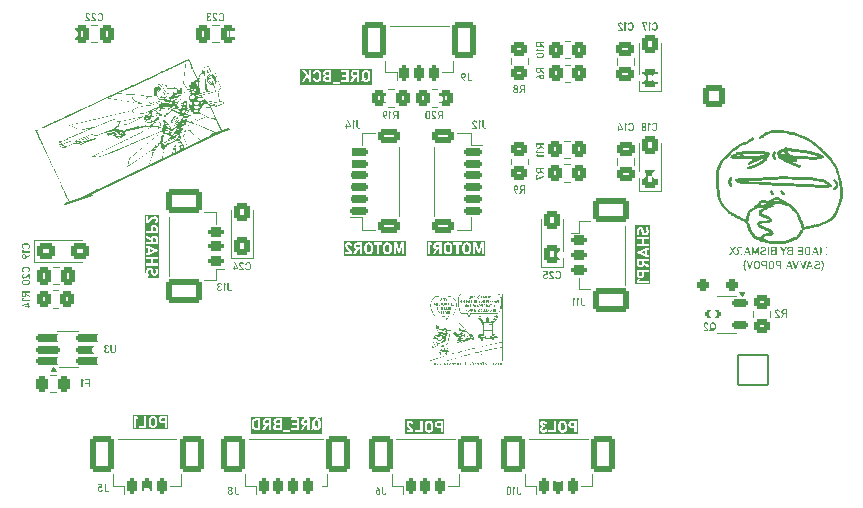
<source format=gbo>
G04 #@! TF.GenerationSoftware,KiCad,Pcbnew,8.0.4*
G04 #@! TF.CreationDate,2024-09-24T15:17:15+02:00*
G04 #@! TF.ProjectId,SUMEC_MK_IV,53554d45-435f-44d4-9b5f-49562e6b6963,v2.1.1*
G04 #@! TF.SameCoordinates,Original*
G04 #@! TF.FileFunction,Legend,Bot*
G04 #@! TF.FilePolarity,Positive*
%FSLAX46Y46*%
G04 Gerber Fmt 4.6, Leading zero omitted, Abs format (unit mm)*
G04 Created by KiCad (PCBNEW 8.0.4) date 2024-09-24 15:17:15*
%MOMM*%
%LPD*%
G01*
G04 APERTURE LIST*
G04 Aperture macros list*
%AMRoundRect*
0 Rectangle with rounded corners*
0 $1 Rounding radius*
0 $2 $3 $4 $5 $6 $7 $8 $9 X,Y pos of 4 corners*
0 Add a 4 corners polygon primitive as box body*
4,1,4,$2,$3,$4,$5,$6,$7,$8,$9,$2,$3,0*
0 Add four circle primitives for the rounded corners*
1,1,$1+$1,$2,$3*
1,1,$1+$1,$4,$5*
1,1,$1+$1,$6,$7*
1,1,$1+$1,$8,$9*
0 Add four rect primitives between the rounded corners*
20,1,$1+$1,$2,$3,$4,$5,0*
20,1,$1+$1,$4,$5,$6,$7,0*
20,1,$1+$1,$6,$7,$8,$9,0*
20,1,$1+$1,$8,$9,$2,$3,0*%
G04 Aperture macros list end*
%ADD10C,0.150000*%
%ADD11C,0.200000*%
%ADD12C,0.175000*%
%ADD13C,0.120000*%
%ADD14C,0.000000*%
%ADD15C,0.500000*%
%ADD16R,1.000000X1.000000*%
%ADD17RoundRect,0.250000X-0.250000X0.250000X-0.250000X-0.250000X0.250000X-0.250000X0.250000X0.250000X0*%
%ADD18C,0.800000*%
%ADD19C,6.400000*%
%ADD20C,2.754000*%
%ADD21RoundRect,0.102000X1.275000X1.275000X-1.275000X1.275000X-1.275000X-1.275000X1.275000X-1.275000X0*%
%ADD22C,1.712000*%
%ADD23RoundRect,0.250200X-0.649800X-0.649800X0.649800X-0.649800X0.649800X0.649800X-0.649800X0.649800X0*%
%ADD24C,1.800000*%
%ADD25O,2.204000X1.104000*%
%ADD26O,1.904000X1.104000*%
%ADD27RoundRect,0.250000X0.337500X0.475000X-0.337500X0.475000X-0.337500X-0.475000X0.337500X-0.475000X0*%
%ADD28RoundRect,0.250000X0.425000X-0.537500X0.425000X0.537500X-0.425000X0.537500X-0.425000X-0.537500X0*%
%ADD29RoundRect,0.162500X-0.837500X-0.162500X0.837500X-0.162500X0.837500X0.162500X-0.837500X0.162500X0*%
%ADD30RoundRect,0.250000X0.350000X0.450000X-0.350000X0.450000X-0.350000X-0.450000X0.350000X-0.450000X0*%
%ADD31RoundRect,0.150000X-0.625000X0.150000X-0.625000X-0.150000X0.625000X-0.150000X0.625000X0.150000X0*%
%ADD32RoundRect,0.250000X-0.650000X0.350000X-0.650000X-0.350000X0.650000X-0.350000X0.650000X0.350000X0*%
%ADD33RoundRect,0.243750X0.243750X0.456250X-0.243750X0.456250X-0.243750X-0.456250X0.243750X-0.456250X0*%
%ADD34RoundRect,0.150000X0.512500X0.150000X-0.512500X0.150000X-0.512500X-0.150000X0.512500X-0.150000X0*%
%ADD35RoundRect,0.200000X-0.200000X-0.450000X0.200000X-0.450000X0.200000X0.450000X-0.200000X0.450000X0*%
%ADD36RoundRect,0.250001X-0.799999X-1.249999X0.799999X-1.249999X0.799999X1.249999X-0.799999X1.249999X0*%
%ADD37RoundRect,0.250000X-0.337500X-0.475000X0.337500X-0.475000X0.337500X0.475000X-0.337500X0.475000X0*%
%ADD38RoundRect,0.250000X-0.475000X0.337500X-0.475000X-0.337500X0.475000X-0.337500X0.475000X0.337500X0*%
%ADD39RoundRect,0.250000X0.450000X-0.350000X0.450000X0.350000X-0.450000X0.350000X-0.450000X-0.350000X0*%
%ADD40RoundRect,0.200000X-0.450000X0.200000X-0.450000X-0.200000X0.450000X-0.200000X0.450000X0.200000X0*%
%ADD41RoundRect,0.250001X-1.249999X0.799999X-1.249999X-0.799999X1.249999X-0.799999X1.249999X0.799999X0*%
%ADD42RoundRect,0.250000X-0.537500X-0.425000X0.537500X-0.425000X0.537500X0.425000X-0.537500X0.425000X0*%
%ADD43RoundRect,0.150000X0.625000X-0.150000X0.625000X0.150000X-0.625000X0.150000X-0.625000X-0.150000X0*%
%ADD44RoundRect,0.250000X0.650000X-0.350000X0.650000X0.350000X-0.650000X0.350000X-0.650000X-0.350000X0*%
%ADD45RoundRect,0.200000X0.450000X-0.200000X0.450000X0.200000X-0.450000X0.200000X-0.450000X-0.200000X0*%
%ADD46RoundRect,0.250001X1.249999X-0.799999X1.249999X0.799999X-1.249999X0.799999X-1.249999X-0.799999X0*%
%ADD47RoundRect,0.250000X-0.350000X-0.450000X0.350000X-0.450000X0.350000X0.450000X-0.350000X0.450000X0*%
%ADD48C,0.600000*%
%ADD49C,0.700000*%
G04 APERTURE END LIST*
D10*
X113401732Y-99072909D02*
X124901732Y-93572909D01*
X124605531Y-93617106D02*
X126174667Y-93073648D01*
X112276732Y-99447909D02*
X114526732Y-98697909D01*
D11*
G36*
X154434080Y-117953635D02*
G01*
X154479349Y-117972612D01*
X154507710Y-117995635D01*
X154535840Y-118035786D01*
X154550987Y-118084798D01*
X154553872Y-118122397D01*
X154553872Y-118413534D01*
X154548417Y-118463967D01*
X154530025Y-118510690D01*
X154507710Y-118540052D01*
X154465246Y-118571047D01*
X154417246Y-118585633D01*
X154385345Y-118587923D01*
X154336116Y-118582267D01*
X154290773Y-118563193D01*
X154262490Y-118540052D01*
X154234361Y-118499820D01*
X154219214Y-118450934D01*
X154216329Y-118413534D01*
X154216329Y-118122397D01*
X154221783Y-118071715D01*
X154240176Y-118024917D01*
X154262490Y-117995635D01*
X154304878Y-117964798D01*
X154353020Y-117950286D01*
X154385100Y-117948007D01*
X154434080Y-117953635D01*
G37*
G36*
X155397975Y-118199089D02*
G01*
X155182065Y-118199089D01*
X155133723Y-118189507D01*
X155099999Y-118165139D01*
X155074523Y-118120102D01*
X155068492Y-118075990D01*
X155076308Y-118024883D01*
X155099755Y-117985376D01*
X155141065Y-117957925D01*
X155182065Y-117951427D01*
X155397975Y-117951427D01*
X155397975Y-118199089D01*
G37*
G36*
X155696421Y-118886369D02*
G01*
X152375490Y-118886369D01*
X152375490Y-118470931D01*
X152486601Y-118470931D01*
X152486601Y-118501217D01*
X152490271Y-118555473D01*
X152501280Y-118604120D01*
X152522850Y-118652846D01*
X152554006Y-118694245D01*
X152563293Y-118703450D01*
X152605410Y-118734866D01*
X152655311Y-118757306D01*
X152705362Y-118769578D01*
X152761373Y-118774977D01*
X152778471Y-118775258D01*
X152827267Y-118772669D01*
X152877995Y-118763720D01*
X152925050Y-118748378D01*
X152938450Y-118742529D01*
X152983433Y-118716426D01*
X153021663Y-118683454D01*
X153050557Y-118647519D01*
X153074774Y-118601641D01*
X153080060Y-118584504D01*
X153171702Y-118584504D01*
X153171702Y-118765000D01*
X153650174Y-118765000D01*
X153837508Y-118765000D01*
X153837508Y-118127281D01*
X154022155Y-118127281D01*
X154022155Y-118408893D01*
X154024980Y-118462154D01*
X154033452Y-118512025D01*
X154049734Y-118564079D01*
X154067340Y-118601601D01*
X154095537Y-118645219D01*
X154129568Y-118682925D01*
X154169434Y-118714720D01*
X154194102Y-118729829D01*
X154242192Y-118751789D01*
X154294687Y-118766562D01*
X154345046Y-118773661D01*
X154385100Y-118775258D01*
X154438086Y-118772418D01*
X154487621Y-118763900D01*
X154539225Y-118747530D01*
X154576343Y-118729829D01*
X154619351Y-118701319D01*
X154656602Y-118666897D01*
X154688096Y-118626563D01*
X154703105Y-118601601D01*
X154724829Y-118552882D01*
X154739443Y-118499875D01*
X154746465Y-118449156D01*
X154748045Y-118408893D01*
X154748045Y-118127281D01*
X154745360Y-118075990D01*
X154874319Y-118075990D01*
X154877410Y-118125675D01*
X154888096Y-118176575D01*
X154906414Y-118222943D01*
X154913398Y-118235969D01*
X154943959Y-118279350D01*
X154981908Y-118315457D01*
X155022818Y-118341971D01*
X155069048Y-118361677D01*
X155119810Y-118374085D01*
X155169370Y-118379012D01*
X155186705Y-118379340D01*
X155397975Y-118379340D01*
X155397975Y-118765000D01*
X155585310Y-118765000D01*
X155585310Y-117770931D01*
X155499825Y-117770931D01*
X155186705Y-117770931D01*
X155135705Y-117773945D01*
X155083479Y-117784364D01*
X155035928Y-117802224D01*
X155022574Y-117809033D01*
X154977937Y-117838668D01*
X154940746Y-117875518D01*
X154913398Y-117915279D01*
X154892790Y-117960359D01*
X154879814Y-118010114D01*
X154874662Y-118058890D01*
X154874319Y-118075990D01*
X154745360Y-118075990D01*
X154745236Y-118073624D01*
X154736810Y-118023539D01*
X154720616Y-117971463D01*
X154703105Y-117934085D01*
X154674809Y-117890703D01*
X154640757Y-117853156D01*
X154600947Y-117821443D01*
X154576343Y-117806346D01*
X154528135Y-117784386D01*
X154475561Y-117769613D01*
X154425163Y-117762514D01*
X154385100Y-117760917D01*
X154332130Y-117763756D01*
X154282640Y-117772274D01*
X154231125Y-117788645D01*
X154194102Y-117806346D01*
X154150995Y-117834818D01*
X154113723Y-117869123D01*
X154082285Y-117909264D01*
X154067340Y-117934085D01*
X154045498Y-117982645D01*
X154030804Y-118035726D01*
X154023744Y-118086704D01*
X154022346Y-118122397D01*
X154022155Y-118127281D01*
X153837508Y-118127281D01*
X153837508Y-117770931D01*
X153650174Y-117770931D01*
X153650174Y-118584504D01*
X153171702Y-118584504D01*
X153080060Y-118584504D01*
X153089276Y-118554624D01*
X153096622Y-118502551D01*
X153096964Y-118497065D01*
X152903523Y-118497065D01*
X152888169Y-118544156D01*
X152869329Y-118568140D01*
X152824327Y-118590840D01*
X152798987Y-118593297D01*
X152749117Y-118584956D01*
X152716677Y-118563743D01*
X152692409Y-118519834D01*
X152687613Y-118479968D01*
X152687613Y-118456765D01*
X152693535Y-118406451D01*
X152711304Y-118369326D01*
X152753126Y-118341557D01*
X152778471Y-118338551D01*
X152862490Y-118338551D01*
X152862490Y-118158056D01*
X152778471Y-118158056D01*
X152731327Y-118140320D01*
X152723516Y-118131189D01*
X152705885Y-118083753D01*
X152703977Y-118055474D01*
X152703977Y-118038377D01*
X152712373Y-117989185D01*
X152725470Y-117967547D01*
X152769787Y-117943826D01*
X152786042Y-117942634D01*
X152833238Y-117956256D01*
X152851255Y-117971454D01*
X152877132Y-118013913D01*
X152887892Y-118052787D01*
X153080599Y-118052787D01*
X153073495Y-118002870D01*
X153058826Y-117950190D01*
X153037284Y-117903494D01*
X153008871Y-117862782D01*
X152984368Y-117837365D01*
X152939946Y-117803919D01*
X152890945Y-117780029D01*
X152837364Y-117765695D01*
X152786724Y-117760992D01*
X152779204Y-117760917D01*
X152724270Y-117764143D01*
X152675086Y-117773820D01*
X152625916Y-117792779D01*
X152584258Y-117820165D01*
X152575017Y-117828328D01*
X152540187Y-117870572D01*
X152518797Y-117915616D01*
X152506413Y-117967712D01*
X152502965Y-118019082D01*
X152502965Y-118049368D01*
X152507877Y-118098552D01*
X152524283Y-118146254D01*
X152537892Y-118169535D01*
X152570949Y-118206937D01*
X152613761Y-118235792D01*
X152636810Y-118246228D01*
X152587671Y-118264477D01*
X152547600Y-118294679D01*
X152525924Y-118321454D01*
X152503536Y-118365564D01*
X152490441Y-118417293D01*
X152486601Y-118470931D01*
X152375490Y-118470931D01*
X152375490Y-117649806D01*
X155696421Y-117649806D01*
X155696421Y-118886369D01*
G37*
G36*
X161099089Y-105395464D02*
G01*
X161089507Y-105443805D01*
X161065139Y-105477529D01*
X161020102Y-105503006D01*
X160975990Y-105509037D01*
X160924883Y-105501221D01*
X160885376Y-105477774D01*
X160857925Y-105436463D01*
X160851427Y-105395464D01*
X160851427Y-105179553D01*
X161099089Y-105179553D01*
X161099089Y-105395464D01*
G37*
G36*
X161084678Y-104500069D02*
G01*
X161072180Y-104547945D01*
X161052683Y-104570167D01*
X161007165Y-104592450D01*
X160967686Y-104597278D01*
X160917682Y-104589833D01*
X160883178Y-104570900D01*
X160854748Y-104528495D01*
X160850938Y-104500069D01*
X160850938Y-104267062D01*
X161084678Y-104267062D01*
X161084678Y-104500069D01*
G37*
G36*
X161325258Y-103636787D02*
G01*
X160986249Y-103517969D01*
X161325258Y-103399150D01*
X161325258Y-103636787D01*
G37*
G36*
X161786369Y-106221474D02*
G01*
X160549806Y-106221474D01*
X160549806Y-105950383D01*
X160670931Y-105950383D01*
X160670931Y-106110363D01*
X161665000Y-106110363D01*
X161665000Y-105923028D01*
X160891238Y-105923028D01*
X160936912Y-105802128D01*
X160738098Y-105802128D01*
X160670931Y-105950383D01*
X160549806Y-105950383D01*
X160549806Y-105179553D01*
X160670931Y-105179553D01*
X160670931Y-105390823D01*
X160673945Y-105441824D01*
X160684364Y-105494050D01*
X160702224Y-105541601D01*
X160709033Y-105554954D01*
X160738668Y-105599591D01*
X160775518Y-105636782D01*
X160815279Y-105664131D01*
X160860359Y-105684739D01*
X160910114Y-105697714D01*
X160958890Y-105702866D01*
X160975990Y-105703210D01*
X161025675Y-105700119D01*
X161076575Y-105689433D01*
X161122943Y-105671115D01*
X161135969Y-105664131D01*
X161179350Y-105633570D01*
X161215457Y-105595621D01*
X161241971Y-105554710D01*
X161261677Y-105508480D01*
X161274085Y-105457719D01*
X161279012Y-105408159D01*
X161279340Y-105390823D01*
X161279340Y-105179553D01*
X161665000Y-105179553D01*
X161665000Y-104992219D01*
X160670931Y-104992219D01*
X160670931Y-105179553D01*
X160549806Y-105179553D01*
X160549806Y-104267062D01*
X160670443Y-104267062D01*
X160670443Y-104515213D01*
X160674044Y-104564781D01*
X160686326Y-104614624D01*
X160707323Y-104659560D01*
X160736257Y-104698921D01*
X160775985Y-104734355D01*
X160811371Y-104755792D01*
X160860035Y-104775260D01*
X160908884Y-104785945D01*
X160962121Y-104789952D01*
X160967686Y-104789986D01*
X161021491Y-104786599D01*
X161070860Y-104776438D01*
X161120041Y-104757437D01*
X161124246Y-104755303D01*
X161166734Y-104728423D01*
X161205053Y-104691793D01*
X161228293Y-104659316D01*
X161249291Y-104614519D01*
X161254476Y-104593509D01*
X161665000Y-104831751D01*
X161665000Y-104604605D01*
X161265174Y-104380539D01*
X161265174Y-104267062D01*
X161665000Y-104267062D01*
X161665000Y-104079728D01*
X160670443Y-104079728D01*
X160670443Y-104267062D01*
X160549806Y-104267062D01*
X160549806Y-103458374D01*
X160670931Y-103458374D01*
X160670931Y-103517969D01*
X160670931Y-103577320D01*
X161665000Y-103957362D01*
X161665000Y-103755862D01*
X161505753Y-103700048D01*
X161505753Y-103335889D01*
X161665000Y-103280076D01*
X161665000Y-103078332D01*
X160670931Y-103458374D01*
X160549806Y-103458374D01*
X160549806Y-102425471D01*
X160670931Y-102425471D01*
X161081992Y-102425471D01*
X161081992Y-102782310D01*
X160670931Y-102782310D01*
X160670931Y-102969644D01*
X161665000Y-102969644D01*
X161665000Y-102782310D01*
X161262243Y-102782310D01*
X161262243Y-102425471D01*
X161665000Y-102425471D01*
X161665000Y-102238136D01*
X160670931Y-102238136D01*
X160670931Y-102425471D01*
X160549806Y-102425471D01*
X160549806Y-101742079D01*
X160660917Y-101742079D01*
X160663565Y-101792717D01*
X160671507Y-101843879D01*
X160684745Y-101895566D01*
X160688028Y-101905966D01*
X160704957Y-101952025D01*
X160728026Y-102001026D01*
X160755580Y-102047738D01*
X160764720Y-102061305D01*
X160923234Y-101982170D01*
X160895654Y-101938367D01*
X160873363Y-101893052D01*
X160861441Y-101862002D01*
X160847524Y-101812046D01*
X160840472Y-101760141D01*
X160839947Y-101742079D01*
X160842714Y-101692114D01*
X160853339Y-101642106D01*
X160868279Y-101608723D01*
X160902351Y-101573368D01*
X160947903Y-101561584D01*
X160948635Y-101561584D01*
X160997303Y-101571486D01*
X161021175Y-101589672D01*
X161046840Y-101631365D01*
X161057568Y-101662700D01*
X161069801Y-101712639D01*
X161079794Y-101759909D01*
X161090392Y-101809991D01*
X161102955Y-101859793D01*
X161106905Y-101873970D01*
X161123674Y-101921895D01*
X161145774Y-101966080D01*
X161153066Y-101978018D01*
X161186222Y-102017971D01*
X161226173Y-102047610D01*
X161235865Y-102053000D01*
X161283731Y-102071186D01*
X161332356Y-102079333D01*
X161372397Y-102081088D01*
X161373862Y-102081088D01*
X161425368Y-102077602D01*
X161479749Y-102064723D01*
X161527983Y-102042353D01*
X161570069Y-102010493D01*
X161596367Y-101981926D01*
X161627107Y-101934745D01*
X161647446Y-101888091D01*
X161662238Y-101835701D01*
X161671483Y-101777575D01*
X161674950Y-101724755D01*
X161675258Y-101702512D01*
X161673231Y-101649618D01*
X161667152Y-101597549D01*
X161660847Y-101563293D01*
X161648185Y-101513537D01*
X161631813Y-101466115D01*
X161618838Y-101435799D01*
X161594519Y-101389471D01*
X161566410Y-101346932D01*
X161552159Y-101328576D01*
X161397798Y-101415282D01*
X161427666Y-101456850D01*
X161452455Y-101502631D01*
X161470582Y-101547906D01*
X161484106Y-101595328D01*
X161492621Y-101643562D01*
X161496128Y-101692606D01*
X161496228Y-101702512D01*
X161493199Y-101755749D01*
X161482869Y-101805054D01*
X161465209Y-101844661D01*
X161430318Y-101880951D01*
X161380798Y-101895170D01*
X161377281Y-101895220D01*
X161376549Y-101895220D01*
X161328754Y-101884280D01*
X161310603Y-101869818D01*
X161284691Y-101827493D01*
X161276653Y-101803140D01*
X161265448Y-101754462D01*
X161258335Y-101713503D01*
X161249633Y-101662359D01*
X161240129Y-101614366D01*
X161236109Y-101595778D01*
X161221363Y-101545622D01*
X161200633Y-101499019D01*
X161193611Y-101486357D01*
X161163411Y-101446453D01*
X161123673Y-101413935D01*
X161110568Y-101406001D01*
X161065002Y-101387545D01*
X161014301Y-101378111D01*
X160966465Y-101375715D01*
X160965732Y-101375715D01*
X160913462Y-101379081D01*
X160858341Y-101391516D01*
X160809531Y-101413115D01*
X160767033Y-101443876D01*
X160740540Y-101471458D01*
X160709515Y-101517133D01*
X160688987Y-101562310D01*
X160674058Y-101613051D01*
X160664727Y-101669357D01*
X160661228Y-101720529D01*
X160660917Y-101742079D01*
X160549806Y-101742079D01*
X160549806Y-101217465D01*
X161786369Y-101217465D01*
X161786369Y-106221474D01*
G37*
G36*
X119746815Y-117553635D02*
G01*
X119792084Y-117572612D01*
X119820445Y-117595635D01*
X119848575Y-117635786D01*
X119863722Y-117684798D01*
X119866607Y-117722397D01*
X119866607Y-118013534D01*
X119861152Y-118063967D01*
X119842760Y-118110690D01*
X119820445Y-118140052D01*
X119777981Y-118171047D01*
X119729981Y-118185633D01*
X119698080Y-118187923D01*
X119648851Y-118182267D01*
X119603508Y-118163193D01*
X119575225Y-118140052D01*
X119547096Y-118099820D01*
X119531949Y-118050934D01*
X119529064Y-118013534D01*
X119529064Y-117722397D01*
X119534518Y-117671715D01*
X119552911Y-117624917D01*
X119575225Y-117595635D01*
X119617613Y-117564798D01*
X119665755Y-117550286D01*
X119697835Y-117548007D01*
X119746815Y-117553635D01*
G37*
G36*
X120710710Y-117799089D02*
G01*
X120494800Y-117799089D01*
X120446458Y-117789507D01*
X120412734Y-117765139D01*
X120387258Y-117720102D01*
X120381227Y-117675990D01*
X120389043Y-117624883D01*
X120412490Y-117585376D01*
X120453800Y-117557925D01*
X120494800Y-117551427D01*
X120710710Y-117551427D01*
X120710710Y-117799089D01*
G37*
G36*
X121009156Y-118486369D02*
G01*
X117990353Y-118486369D01*
X117990353Y-118365000D01*
X118101464Y-118365000D01*
X118288798Y-118365000D01*
X118288798Y-118184504D01*
X118484437Y-118184504D01*
X118484437Y-118365000D01*
X118962909Y-118365000D01*
X119150243Y-118365000D01*
X119150243Y-117727281D01*
X119334890Y-117727281D01*
X119334890Y-118008893D01*
X119337715Y-118062154D01*
X119346187Y-118112025D01*
X119362469Y-118164079D01*
X119380075Y-118201601D01*
X119408272Y-118245219D01*
X119442303Y-118282925D01*
X119482169Y-118314720D01*
X119506837Y-118329829D01*
X119554927Y-118351789D01*
X119607422Y-118366562D01*
X119657781Y-118373661D01*
X119697835Y-118375258D01*
X119750821Y-118372418D01*
X119800356Y-118363900D01*
X119851960Y-118347530D01*
X119889078Y-118329829D01*
X119932086Y-118301319D01*
X119969337Y-118266897D01*
X120000831Y-118226563D01*
X120015840Y-118201601D01*
X120037564Y-118152882D01*
X120052178Y-118099875D01*
X120059200Y-118049156D01*
X120060780Y-118008893D01*
X120060780Y-117727281D01*
X120058095Y-117675990D01*
X120187054Y-117675990D01*
X120190145Y-117725675D01*
X120200831Y-117776575D01*
X120219149Y-117822943D01*
X120226133Y-117835969D01*
X120256694Y-117879350D01*
X120294643Y-117915457D01*
X120335553Y-117941971D01*
X120381783Y-117961677D01*
X120432545Y-117974085D01*
X120482105Y-117979012D01*
X120499440Y-117979340D01*
X120710710Y-117979340D01*
X120710710Y-118365000D01*
X120898045Y-118365000D01*
X120898045Y-117370931D01*
X120812560Y-117370931D01*
X120499440Y-117370931D01*
X120448440Y-117373945D01*
X120396214Y-117384364D01*
X120348663Y-117402224D01*
X120335309Y-117409033D01*
X120290672Y-117438668D01*
X120253481Y-117475518D01*
X120226133Y-117515279D01*
X120205525Y-117560359D01*
X120192549Y-117610114D01*
X120187397Y-117658890D01*
X120187054Y-117675990D01*
X120058095Y-117675990D01*
X120057971Y-117673624D01*
X120049545Y-117623539D01*
X120033351Y-117571463D01*
X120015840Y-117534085D01*
X119987544Y-117490703D01*
X119953492Y-117453156D01*
X119913682Y-117421443D01*
X119889078Y-117406346D01*
X119840870Y-117384386D01*
X119788296Y-117369613D01*
X119737898Y-117362514D01*
X119697835Y-117360917D01*
X119644865Y-117363756D01*
X119595375Y-117372274D01*
X119543860Y-117388645D01*
X119506837Y-117406346D01*
X119463730Y-117434818D01*
X119426458Y-117469123D01*
X119395020Y-117509264D01*
X119380075Y-117534085D01*
X119358233Y-117582645D01*
X119343539Y-117635726D01*
X119336479Y-117686704D01*
X119335081Y-117722397D01*
X119334890Y-117727281D01*
X119150243Y-117727281D01*
X119150243Y-117370931D01*
X118962909Y-117370931D01*
X118962909Y-118184504D01*
X118484437Y-118184504D01*
X118288798Y-118184504D01*
X118288798Y-117591238D01*
X118409699Y-117636912D01*
X118409699Y-117438098D01*
X118261443Y-117370931D01*
X118101464Y-117370931D01*
X118101464Y-118365000D01*
X117990353Y-118365000D01*
X117990353Y-117249806D01*
X121009156Y-117249806D01*
X121009156Y-118486369D01*
G37*
G36*
X144746850Y-102853635D02*
G01*
X144792119Y-102872612D01*
X144820480Y-102895635D01*
X144848610Y-102935786D01*
X144863757Y-102984798D01*
X144866642Y-103022397D01*
X144866642Y-103313534D01*
X144861188Y-103363967D01*
X144842795Y-103410690D01*
X144820480Y-103440052D01*
X144778016Y-103471047D01*
X144730016Y-103485633D01*
X144698115Y-103487923D01*
X144648886Y-103482267D01*
X144603543Y-103463193D01*
X144575260Y-103440052D01*
X144547131Y-103399820D01*
X144531984Y-103350934D01*
X144529099Y-103313534D01*
X144529099Y-103022397D01*
X144534553Y-102971715D01*
X144552946Y-102924917D01*
X144575260Y-102895635D01*
X144617648Y-102864798D01*
X144665790Y-102850286D01*
X144697870Y-102848007D01*
X144746850Y-102853635D01*
G37*
G36*
X146324658Y-102853635D02*
G01*
X146369927Y-102872612D01*
X146398289Y-102895635D01*
X146426419Y-102935786D01*
X146441566Y-102984798D01*
X146444451Y-103022397D01*
X146444451Y-103313534D01*
X146438996Y-103363967D01*
X146420604Y-103410690D01*
X146398289Y-103440052D01*
X146355824Y-103471047D01*
X146307825Y-103485633D01*
X146275923Y-103487923D01*
X146226695Y-103482267D01*
X146181352Y-103463193D01*
X146153069Y-103440052D01*
X146124939Y-103399820D01*
X146109792Y-103350934D01*
X146106907Y-103313534D01*
X146106907Y-103022397D01*
X146112362Y-102971715D01*
X146130755Y-102924917D01*
X146153069Y-102895635D01*
X146195456Y-102864798D01*
X146243599Y-102850286D01*
X146275679Y-102848007D01*
X146324658Y-102853635D01*
G37*
G36*
X143962944Y-103084678D02*
G01*
X143729936Y-103084678D01*
X143682061Y-103072180D01*
X143659838Y-103052683D01*
X143637555Y-103007165D01*
X143632727Y-102967686D01*
X143640172Y-102917682D01*
X143659106Y-102883178D01*
X143701511Y-102854748D01*
X143729936Y-102850938D01*
X143962944Y-102850938D01*
X143962944Y-103084678D01*
G37*
G36*
X147819519Y-103786369D02*
G01*
X142879990Y-103786369D01*
X142879990Y-103665000D01*
X142991101Y-103665000D01*
X143178436Y-103665000D01*
X143398254Y-103665000D01*
X143625400Y-103665000D01*
X143849465Y-103265174D01*
X143962944Y-103265174D01*
X143962944Y-103665000D01*
X144150278Y-103665000D01*
X144150278Y-103027281D01*
X144334925Y-103027281D01*
X144334925Y-103308893D01*
X144337750Y-103362154D01*
X144346222Y-103412025D01*
X144362504Y-103464079D01*
X144380110Y-103501601D01*
X144408307Y-103545219D01*
X144442338Y-103582925D01*
X144482204Y-103614720D01*
X144506872Y-103629829D01*
X144554962Y-103651789D01*
X144607457Y-103666562D01*
X144657816Y-103673661D01*
X144697870Y-103675258D01*
X144750856Y-103672418D01*
X144800391Y-103663900D01*
X144851995Y-103647530D01*
X144889113Y-103629829D01*
X144932121Y-103601319D01*
X144969372Y-103566897D01*
X145000866Y-103526563D01*
X145015875Y-103501601D01*
X145037599Y-103452882D01*
X145052213Y-103399875D01*
X145059235Y-103349156D01*
X145060815Y-103308893D01*
X145060815Y-103027281D01*
X145058006Y-102973624D01*
X145049580Y-102923539D01*
X145033386Y-102871463D01*
X145023999Y-102851427D01*
X145122364Y-102851427D01*
X145393230Y-102851427D01*
X145393230Y-103665000D01*
X145580564Y-103665000D01*
X145580564Y-103027281D01*
X145912734Y-103027281D01*
X145912734Y-103308893D01*
X145915558Y-103362154D01*
X145924031Y-103412025D01*
X145940313Y-103464079D01*
X145957919Y-103501601D01*
X145986116Y-103545219D01*
X146020147Y-103582925D01*
X146060012Y-103614720D01*
X146084681Y-103629829D01*
X146132771Y-103651789D01*
X146185265Y-103666562D01*
X146235625Y-103673661D01*
X146275679Y-103675258D01*
X146328665Y-103672418D01*
X146371803Y-103665000D01*
X146836216Y-103665000D01*
X147006454Y-103665000D01*
X147006454Y-102959134D01*
X147189636Y-103554357D01*
X147354988Y-103554357D01*
X147538170Y-102972319D01*
X147538170Y-103665000D01*
X147708408Y-103665000D01*
X147708408Y-102670931D01*
X147461722Y-102670931D01*
X147272434Y-103340889D01*
X147082902Y-102670931D01*
X146836216Y-102670931D01*
X146836216Y-103665000D01*
X146371803Y-103665000D01*
X146378200Y-103663900D01*
X146429804Y-103647530D01*
X146466921Y-103629829D01*
X146509930Y-103601319D01*
X146547181Y-103566897D01*
X146578675Y-103526563D01*
X146593683Y-103501601D01*
X146615408Y-103452882D01*
X146630022Y-103399875D01*
X146637044Y-103349156D01*
X146638624Y-103308893D01*
X146638624Y-103027281D01*
X146635815Y-102973624D01*
X146627389Y-102923539D01*
X146611194Y-102871463D01*
X146593683Y-102834085D01*
X146565388Y-102790703D01*
X146531336Y-102753156D01*
X146491526Y-102721443D01*
X146466921Y-102706346D01*
X146418714Y-102684386D01*
X146366140Y-102669613D01*
X146315742Y-102662514D01*
X146275679Y-102660917D01*
X146222709Y-102663756D01*
X146173219Y-102672274D01*
X146121704Y-102688645D01*
X146084681Y-102706346D01*
X146041574Y-102734818D01*
X146004302Y-102769123D01*
X145972864Y-102809264D01*
X145957919Y-102834085D01*
X145936077Y-102882645D01*
X145921383Y-102935726D01*
X145914323Y-102986704D01*
X145912925Y-103022397D01*
X145912734Y-103027281D01*
X145580564Y-103027281D01*
X145580564Y-102851427D01*
X145851185Y-102851427D01*
X145851185Y-102670931D01*
X145122364Y-102670931D01*
X145122364Y-102851427D01*
X145023999Y-102851427D01*
X145015875Y-102834085D01*
X144987579Y-102790703D01*
X144953527Y-102753156D01*
X144913717Y-102721443D01*
X144889113Y-102706346D01*
X144840905Y-102684386D01*
X144788331Y-102669613D01*
X144737933Y-102662514D01*
X144697870Y-102660917D01*
X144644900Y-102663756D01*
X144595410Y-102672274D01*
X144543895Y-102688645D01*
X144506872Y-102706346D01*
X144463765Y-102734818D01*
X144426493Y-102769123D01*
X144395055Y-102809264D01*
X144380110Y-102834085D01*
X144358268Y-102882645D01*
X144343574Y-102935726D01*
X144336514Y-102986704D01*
X144335116Y-103022397D01*
X144334925Y-103027281D01*
X144150278Y-103027281D01*
X144150278Y-102670443D01*
X144075784Y-102670443D01*
X143714793Y-102670443D01*
X143665224Y-102674044D01*
X143615382Y-102686326D01*
X143570445Y-102707323D01*
X143531085Y-102736257D01*
X143495650Y-102775985D01*
X143474214Y-102811371D01*
X143454746Y-102860035D01*
X143444060Y-102908884D01*
X143440053Y-102962121D01*
X143440020Y-102967686D01*
X143443407Y-103021491D01*
X143453568Y-103070860D01*
X143472568Y-103120041D01*
X143474702Y-103124246D01*
X143501582Y-103166734D01*
X143538213Y-103205053D01*
X143570690Y-103228293D01*
X143615487Y-103249291D01*
X143636496Y-103254476D01*
X143398254Y-103665000D01*
X143178436Y-103665000D01*
X143178436Y-102891238D01*
X143299336Y-102936912D01*
X143299336Y-102738098D01*
X143151080Y-102670931D01*
X142991101Y-102670931D01*
X142991101Y-103665000D01*
X142879990Y-103665000D01*
X142879990Y-102549806D01*
X147819519Y-102549806D01*
X147819519Y-103786369D01*
G37*
G36*
X138025810Y-102853635D02*
G01*
X138071079Y-102872612D01*
X138099440Y-102895635D01*
X138127570Y-102935786D01*
X138142717Y-102984798D01*
X138145602Y-103022397D01*
X138145602Y-103313534D01*
X138140148Y-103363967D01*
X138121755Y-103410690D01*
X138099440Y-103440052D01*
X138056976Y-103471047D01*
X138008976Y-103485633D01*
X137977075Y-103487923D01*
X137927846Y-103482267D01*
X137882503Y-103463193D01*
X137854220Y-103440052D01*
X137826091Y-103399820D01*
X137810944Y-103350934D01*
X137808059Y-103313534D01*
X137808059Y-103022397D01*
X137813513Y-102971715D01*
X137831906Y-102924917D01*
X137854220Y-102895635D01*
X137896608Y-102864798D01*
X137944750Y-102850286D01*
X137976830Y-102848007D01*
X138025810Y-102853635D01*
G37*
G36*
X139603618Y-102853635D02*
G01*
X139648887Y-102872612D01*
X139677249Y-102895635D01*
X139705379Y-102935786D01*
X139720526Y-102984798D01*
X139723411Y-103022397D01*
X139723411Y-103313534D01*
X139717956Y-103363967D01*
X139699564Y-103410690D01*
X139677249Y-103440052D01*
X139634784Y-103471047D01*
X139586785Y-103485633D01*
X139554883Y-103487923D01*
X139505655Y-103482267D01*
X139460312Y-103463193D01*
X139432029Y-103440052D01*
X139403899Y-103399820D01*
X139388752Y-103350934D01*
X139385867Y-103313534D01*
X139385867Y-103022397D01*
X139391322Y-102971715D01*
X139409715Y-102924917D01*
X139432029Y-102895635D01*
X139474416Y-102864798D01*
X139522559Y-102850286D01*
X139554639Y-102848007D01*
X139603618Y-102853635D01*
G37*
G36*
X137241904Y-103084678D02*
G01*
X137008896Y-103084678D01*
X136961021Y-103072180D01*
X136938798Y-103052683D01*
X136916515Y-103007165D01*
X136911687Y-102967686D01*
X136919132Y-102917682D01*
X136938066Y-102883178D01*
X136980471Y-102854748D01*
X137008896Y-102850938D01*
X137241904Y-102850938D01*
X137241904Y-103084678D01*
G37*
G36*
X141098479Y-103786369D02*
G01*
X135853403Y-103786369D01*
X135853403Y-103484504D01*
X135964514Y-103484504D01*
X135964514Y-103665000D01*
X136552406Y-103665000D01*
X136677214Y-103665000D01*
X136904360Y-103665000D01*
X137128425Y-103265174D01*
X137241904Y-103265174D01*
X137241904Y-103665000D01*
X137429238Y-103665000D01*
X137429238Y-103027281D01*
X137613885Y-103027281D01*
X137613885Y-103308893D01*
X137616710Y-103362154D01*
X137625182Y-103412025D01*
X137641464Y-103464079D01*
X137659070Y-103501601D01*
X137687267Y-103545219D01*
X137721298Y-103582925D01*
X137761164Y-103614720D01*
X137785832Y-103629829D01*
X137833922Y-103651789D01*
X137886417Y-103666562D01*
X137936776Y-103673661D01*
X137976830Y-103675258D01*
X138029816Y-103672418D01*
X138079351Y-103663900D01*
X138130955Y-103647530D01*
X138168073Y-103629829D01*
X138211081Y-103601319D01*
X138248332Y-103566897D01*
X138279826Y-103526563D01*
X138294835Y-103501601D01*
X138316559Y-103452882D01*
X138331173Y-103399875D01*
X138338195Y-103349156D01*
X138339775Y-103308893D01*
X138339775Y-103027281D01*
X138336966Y-102973624D01*
X138328540Y-102923539D01*
X138312346Y-102871463D01*
X138302959Y-102851427D01*
X138401324Y-102851427D01*
X138672190Y-102851427D01*
X138672190Y-103665000D01*
X138859524Y-103665000D01*
X138859524Y-103027281D01*
X139191694Y-103027281D01*
X139191694Y-103308893D01*
X139194518Y-103362154D01*
X139202991Y-103412025D01*
X139219273Y-103464079D01*
X139236879Y-103501601D01*
X139265076Y-103545219D01*
X139299107Y-103582925D01*
X139338972Y-103614720D01*
X139363641Y-103629829D01*
X139411731Y-103651789D01*
X139464225Y-103666562D01*
X139514585Y-103673661D01*
X139554639Y-103675258D01*
X139607625Y-103672418D01*
X139650763Y-103665000D01*
X140115176Y-103665000D01*
X140285414Y-103665000D01*
X140285414Y-102959134D01*
X140468596Y-103554357D01*
X140633948Y-103554357D01*
X140817130Y-102972319D01*
X140817130Y-103665000D01*
X140987368Y-103665000D01*
X140987368Y-102670931D01*
X140740682Y-102670931D01*
X140551394Y-103340889D01*
X140361862Y-102670931D01*
X140115176Y-102670931D01*
X140115176Y-103665000D01*
X139650763Y-103665000D01*
X139657160Y-103663900D01*
X139708764Y-103647530D01*
X139745881Y-103629829D01*
X139788890Y-103601319D01*
X139826141Y-103566897D01*
X139857635Y-103526563D01*
X139872643Y-103501601D01*
X139894368Y-103452882D01*
X139908982Y-103399875D01*
X139916004Y-103349156D01*
X139917584Y-103308893D01*
X139917584Y-103027281D01*
X139914775Y-102973624D01*
X139906349Y-102923539D01*
X139890154Y-102871463D01*
X139872643Y-102834085D01*
X139844348Y-102790703D01*
X139810296Y-102753156D01*
X139770486Y-102721443D01*
X139745881Y-102706346D01*
X139697674Y-102684386D01*
X139645100Y-102669613D01*
X139594702Y-102662514D01*
X139554639Y-102660917D01*
X139501669Y-102663756D01*
X139452179Y-102672274D01*
X139400664Y-102688645D01*
X139363641Y-102706346D01*
X139320534Y-102734818D01*
X139283262Y-102769123D01*
X139251824Y-102809264D01*
X139236879Y-102834085D01*
X139215037Y-102882645D01*
X139200343Y-102935726D01*
X139193283Y-102986704D01*
X139191885Y-103022397D01*
X139191694Y-103027281D01*
X138859524Y-103027281D01*
X138859524Y-102851427D01*
X139130145Y-102851427D01*
X139130145Y-102670931D01*
X138401324Y-102670931D01*
X138401324Y-102851427D01*
X138302959Y-102851427D01*
X138294835Y-102834085D01*
X138266539Y-102790703D01*
X138232487Y-102753156D01*
X138192677Y-102721443D01*
X138168073Y-102706346D01*
X138119865Y-102684386D01*
X138067291Y-102669613D01*
X138016893Y-102662514D01*
X137976830Y-102660917D01*
X137923860Y-102663756D01*
X137874370Y-102672274D01*
X137822855Y-102688645D01*
X137785832Y-102706346D01*
X137742725Y-102734818D01*
X137705453Y-102769123D01*
X137674015Y-102809264D01*
X137659070Y-102834085D01*
X137637228Y-102882645D01*
X137622534Y-102935726D01*
X137615474Y-102986704D01*
X137614076Y-103022397D01*
X137613885Y-103027281D01*
X137429238Y-103027281D01*
X137429238Y-102670443D01*
X137354744Y-102670443D01*
X136993753Y-102670443D01*
X136944184Y-102674044D01*
X136894342Y-102686326D01*
X136849405Y-102707323D01*
X136810045Y-102736257D01*
X136774610Y-102775985D01*
X136753174Y-102811371D01*
X136733706Y-102860035D01*
X136723020Y-102908884D01*
X136719013Y-102962121D01*
X136718980Y-102967686D01*
X136722367Y-103021491D01*
X136732528Y-103070860D01*
X136751528Y-103120041D01*
X136753662Y-103124246D01*
X136780542Y-103166734D01*
X136817173Y-103205053D01*
X136849650Y-103228293D01*
X136894447Y-103249291D01*
X136915456Y-103254476D01*
X136677214Y-103665000D01*
X136552406Y-103665000D01*
X136552406Y-103496228D01*
X136211199Y-103047798D01*
X136184259Y-103005682D01*
X136175295Y-102986004D01*
X136163041Y-102937075D01*
X136162595Y-102926653D01*
X136162595Y-102925432D01*
X136176095Y-102876964D01*
X136188728Y-102863150D01*
X136234717Y-102843315D01*
X136262490Y-102841168D01*
X136311076Y-102851932D01*
X136337472Y-102871699D01*
X136362786Y-102913962D01*
X136372643Y-102958161D01*
X136372643Y-102958893D01*
X136564618Y-102958893D01*
X136564618Y-102958161D01*
X136558539Y-102907362D01*
X136545108Y-102853740D01*
X136524852Y-102806196D01*
X136497771Y-102764729D01*
X136474248Y-102738831D01*
X136430697Y-102704743D01*
X136381131Y-102680396D01*
X136332827Y-102667080D01*
X136279918Y-102661222D01*
X136263955Y-102660917D01*
X136213606Y-102663296D01*
X136160487Y-102672083D01*
X136113422Y-102687345D01*
X136067046Y-102712716D01*
X136046823Y-102728572D01*
X136013164Y-102765896D01*
X135989121Y-102810211D01*
X135974695Y-102861517D01*
X135969962Y-102912145D01*
X135969887Y-102919815D01*
X135969887Y-102920547D01*
X135973219Y-102971151D01*
X135983213Y-103021481D01*
X135993578Y-103054881D01*
X136013843Y-103103104D01*
X136039466Y-103147754D01*
X136059524Y-103175537D01*
X136304255Y-103484504D01*
X135964514Y-103484504D01*
X135853403Y-103484504D01*
X135853403Y-102549806D01*
X141098479Y-102549806D01*
X141098479Y-103786369D01*
G37*
G36*
X137802468Y-88253635D02*
G01*
X137847736Y-88272612D01*
X137876098Y-88295635D01*
X137904228Y-88335786D01*
X137919375Y-88384798D01*
X137922260Y-88422397D01*
X137922260Y-88713534D01*
X137916805Y-88763967D01*
X137898413Y-88810690D01*
X137876098Y-88840052D01*
X137833634Y-88871047D01*
X137785634Y-88885633D01*
X137753732Y-88887923D01*
X137704504Y-88882267D01*
X137676297Y-88870401D01*
X137782797Y-88789494D01*
X137683146Y-88662976D01*
X137586472Y-88736295D01*
X137584716Y-88713534D01*
X137584716Y-88422397D01*
X137590171Y-88371715D01*
X137608564Y-88324917D01*
X137630878Y-88295635D01*
X137673265Y-88264798D01*
X137721408Y-88250286D01*
X137753488Y-88248007D01*
X137802468Y-88253635D01*
G37*
G36*
X134630843Y-88884504D02*
G01*
X134419085Y-88884504D01*
X134368442Y-88878567D01*
X134324188Y-88857241D01*
X134319678Y-88853485D01*
X134291042Y-88810509D01*
X134284263Y-88766290D01*
X134284263Y-88764337D01*
X134293117Y-88713900D01*
X134319678Y-88676409D01*
X134365250Y-88652206D01*
X134415099Y-88645421D01*
X134419085Y-88645390D01*
X134630843Y-88645390D01*
X134630843Y-88884504D01*
G37*
G36*
X134630843Y-88464895D02*
G01*
X134419085Y-88464895D01*
X134370384Y-88458455D01*
X134329204Y-88435586D01*
X134302488Y-88392139D01*
X134297208Y-88352787D01*
X134308487Y-88302905D01*
X134329204Y-88277805D01*
X134373270Y-88256476D01*
X134419085Y-88251427D01*
X134630843Y-88251427D01*
X134630843Y-88464895D01*
G37*
G36*
X136989252Y-88484678D02*
G01*
X136756245Y-88484678D01*
X136708369Y-88472180D01*
X136686147Y-88452683D01*
X136663864Y-88407165D01*
X136659036Y-88367686D01*
X136666481Y-88317682D01*
X136685414Y-88283178D01*
X136727819Y-88254748D01*
X136756245Y-88250938D01*
X136989252Y-88250938D01*
X136989252Y-88484678D01*
G37*
G36*
X138227544Y-89363445D02*
G01*
X132183061Y-89363445D01*
X132183061Y-89252334D01*
X134934437Y-89252334D01*
X135530390Y-89252334D01*
X135530390Y-89071838D01*
X134934437Y-89071838D01*
X134934437Y-89252334D01*
X132183061Y-89252334D01*
X132183061Y-89065000D01*
X132294172Y-89065000D01*
X132516433Y-89065000D01*
X132753365Y-88651721D01*
X132895742Y-88849817D01*
X132895742Y-89065000D01*
X133083077Y-89065000D01*
X133083077Y-88404078D01*
X133239880Y-88404078D01*
X133434053Y-88404078D01*
X133448918Y-88355291D01*
X133467759Y-88319570D01*
X133500178Y-88282724D01*
X133523202Y-88266570D01*
X133571562Y-88249820D01*
X133595986Y-88248007D01*
X133645900Y-88253722D01*
X133690871Y-88272990D01*
X133718108Y-88296367D01*
X133744452Y-88337984D01*
X133757919Y-88385848D01*
X133761339Y-88431922D01*
X133761339Y-88704741D01*
X133757117Y-88755527D01*
X133742721Y-88802465D01*
X133718108Y-88840052D01*
X133676980Y-88871047D01*
X133628711Y-88885633D01*
X133595986Y-88887923D01*
X133545824Y-88880163D01*
X133500275Y-88854625D01*
X133492183Y-88847379D01*
X133462088Y-88808676D01*
X133442178Y-88763075D01*
X133434053Y-88732096D01*
X133239880Y-88732096D01*
X133251238Y-88784456D01*
X133266259Y-88832847D01*
X133287536Y-88882542D01*
X133307291Y-88917721D01*
X133336347Y-88958100D01*
X133373298Y-88996167D01*
X133415163Y-89027079D01*
X133428680Y-89034958D01*
X133476398Y-89056210D01*
X133528266Y-89069591D01*
X133578496Y-89074903D01*
X133595986Y-89075258D01*
X133650911Y-89072556D01*
X133701622Y-89064450D01*
X133753635Y-89048872D01*
X133790404Y-89032027D01*
X133832609Y-89004442D01*
X133868826Y-88970598D01*
X133899053Y-88930494D01*
X133913258Y-88905509D01*
X133933683Y-88855955D01*
X133946228Y-88807366D01*
X133948314Y-88792180D01*
X134095707Y-88792180D01*
X134095707Y-88794378D01*
X134099541Y-88848112D01*
X134111041Y-88896259D01*
X134133573Y-88944444D01*
X134166118Y-88985331D01*
X134175819Y-88994413D01*
X134219859Y-89025295D01*
X134265131Y-89045078D01*
X134316691Y-89058106D01*
X134365890Y-89063897D01*
X134401255Y-89065000D01*
X134630843Y-89065000D01*
X134818178Y-89065000D01*
X134818178Y-88251427D01*
X135598289Y-88251427D01*
X136076761Y-88251427D01*
X136076761Y-88481259D01*
X135673516Y-88481259D01*
X135673516Y-88661755D01*
X136076761Y-88661755D01*
X136076761Y-88884504D01*
X135598289Y-88884504D01*
X135598289Y-89065000D01*
X136076761Y-89065000D01*
X136264095Y-89065000D01*
X136424563Y-89065000D01*
X136651709Y-89065000D01*
X136875774Y-88665174D01*
X136989252Y-88665174D01*
X136989252Y-89065000D01*
X137176587Y-89065000D01*
X137176587Y-88954357D01*
X137298952Y-88954357D01*
X137398603Y-89081364D01*
X137512700Y-88994684D01*
X137537822Y-89014720D01*
X137562490Y-89029829D01*
X137610580Y-89051789D01*
X137663074Y-89066562D01*
X137713434Y-89073661D01*
X137753488Y-89075258D01*
X137806474Y-89072418D01*
X137856009Y-89063900D01*
X137907613Y-89047530D01*
X137944730Y-89029829D01*
X137987739Y-89001319D01*
X138024990Y-88966897D01*
X138056484Y-88926563D01*
X138071492Y-88901601D01*
X138093217Y-88852882D01*
X138107831Y-88799875D01*
X138114853Y-88749156D01*
X138116433Y-88708893D01*
X138116433Y-88427281D01*
X138113624Y-88373624D01*
X138105198Y-88323539D01*
X138089003Y-88271463D01*
X138071492Y-88234085D01*
X138043197Y-88190703D01*
X138009145Y-88153156D01*
X137969335Y-88121443D01*
X137944730Y-88106346D01*
X137896523Y-88084386D01*
X137843949Y-88069613D01*
X137793551Y-88062514D01*
X137753488Y-88060917D01*
X137700518Y-88063756D01*
X137651028Y-88072274D01*
X137599513Y-88088645D01*
X137562490Y-88106346D01*
X137519383Y-88134818D01*
X137482111Y-88169123D01*
X137450673Y-88209264D01*
X137435728Y-88234085D01*
X137413886Y-88282645D01*
X137399192Y-88335726D01*
X137392132Y-88386704D01*
X137390734Y-88422397D01*
X137390543Y-88427281D01*
X137390543Y-88708893D01*
X137393367Y-88762154D01*
X137401840Y-88812025D01*
X137418095Y-88863995D01*
X137298952Y-88954357D01*
X137176587Y-88954357D01*
X137176587Y-88070443D01*
X137102093Y-88070443D01*
X136741102Y-88070443D01*
X136691533Y-88074044D01*
X136641690Y-88086326D01*
X136596754Y-88107323D01*
X136557393Y-88136257D01*
X136521959Y-88175985D01*
X136500522Y-88211371D01*
X136481055Y-88260035D01*
X136470369Y-88308884D01*
X136466362Y-88362121D01*
X136466328Y-88367686D01*
X136469715Y-88421491D01*
X136479876Y-88470860D01*
X136498877Y-88520041D01*
X136501011Y-88524246D01*
X136527891Y-88566734D01*
X136564521Y-88605053D01*
X136596998Y-88628293D01*
X136641795Y-88649291D01*
X136662805Y-88654476D01*
X136424563Y-89065000D01*
X136264095Y-89065000D01*
X136264095Y-88070931D01*
X136196440Y-88070931D01*
X135598289Y-88070931D01*
X135598289Y-88251427D01*
X134818178Y-88251427D01*
X134818178Y-88070931D01*
X134736112Y-88070931D01*
X134412735Y-88070931D01*
X134360714Y-88073413D01*
X134305818Y-88082581D01*
X134257163Y-88098504D01*
X134209200Y-88124974D01*
X134188275Y-88141517D01*
X134153440Y-88180321D01*
X134128558Y-88226392D01*
X134113629Y-88279728D01*
X134108730Y-88332358D01*
X134108652Y-88340331D01*
X134109861Y-88352787D01*
X134113637Y-88391694D01*
X134130636Y-88441305D01*
X134159699Y-88483702D01*
X134199619Y-88517560D01*
X134244575Y-88540077D01*
X134292091Y-88553611D01*
X134303558Y-88555753D01*
X134251334Y-88567253D01*
X134206220Y-88586365D01*
X134164431Y-88616528D01*
X134150174Y-88631224D01*
X134121451Y-88673494D01*
X134103367Y-88723063D01*
X134097539Y-88764337D01*
X134096186Y-88773916D01*
X134095707Y-88792180D01*
X133948314Y-88792180D01*
X133953490Y-88754503D01*
X133955512Y-88704741D01*
X133955512Y-88431922D01*
X133953490Y-88381910D01*
X133946228Y-88328932D01*
X133933683Y-88280412D01*
X133913258Y-88231154D01*
X133886358Y-88187672D01*
X133853469Y-88150371D01*
X133814591Y-88119253D01*
X133790404Y-88104637D01*
X133742537Y-88083503D01*
X133689339Y-88069285D01*
X133637575Y-88062454D01*
X133595986Y-88060917D01*
X133544597Y-88064105D01*
X133496493Y-88073668D01*
X133446895Y-88091772D01*
X133428192Y-88101217D01*
X133384724Y-88129959D01*
X133346218Y-88165808D01*
X133315804Y-88204150D01*
X133306559Y-88218210D01*
X133281733Y-88263820D01*
X133261659Y-88314646D01*
X133247806Y-88364205D01*
X133239880Y-88404078D01*
X133083077Y-88404078D01*
X133083077Y-88070931D01*
X132895742Y-88070931D01*
X132895742Y-88563381D01*
X132571876Y-88070931D01*
X132335938Y-88070931D01*
X132631159Y-88481689D01*
X132294172Y-89065000D01*
X132183061Y-89065000D01*
X132183061Y-87949806D01*
X138227544Y-87949806D01*
X138227544Y-89363445D01*
G37*
G36*
X133603270Y-117753635D02*
G01*
X133648538Y-117772612D01*
X133676900Y-117795635D01*
X133705030Y-117835786D01*
X133720177Y-117884798D01*
X133723062Y-117922397D01*
X133723062Y-118213534D01*
X133717607Y-118263967D01*
X133699215Y-118310690D01*
X133676900Y-118340052D01*
X133634436Y-118371047D01*
X133586436Y-118385633D01*
X133554534Y-118387923D01*
X133505306Y-118382267D01*
X133477099Y-118370401D01*
X133583599Y-118289494D01*
X133483948Y-118162976D01*
X133387274Y-118236295D01*
X133385518Y-118213534D01*
X133385518Y-117922397D01*
X133390973Y-117871715D01*
X133409366Y-117824917D01*
X133431680Y-117795635D01*
X133474067Y-117764798D01*
X133522210Y-117750286D01*
X133554290Y-117748007D01*
X133603270Y-117753635D01*
G37*
G36*
X128615456Y-118384504D02*
G01*
X128469887Y-118384504D01*
X128416263Y-118380139D01*
X128366699Y-118365255D01*
X128327005Y-118339808D01*
X128296196Y-118301087D01*
X128279606Y-118252338D01*
X128276447Y-118214267D01*
X128276447Y-117921664D01*
X128282421Y-117870105D01*
X128302565Y-117823800D01*
X128327005Y-117795879D01*
X128370797Y-117768791D01*
X128421258Y-117754943D01*
X128469887Y-117751427D01*
X128615456Y-117751427D01*
X128615456Y-118384504D01*
G37*
G36*
X129527947Y-117984678D02*
G01*
X129294939Y-117984678D01*
X129247064Y-117972180D01*
X129224842Y-117952683D01*
X129202558Y-117907165D01*
X129197731Y-117867686D01*
X129205175Y-117817682D01*
X129224109Y-117783178D01*
X129266514Y-117754748D01*
X129294939Y-117750938D01*
X129527947Y-117750938D01*
X129527947Y-117984678D01*
G37*
G36*
X130431645Y-118384504D02*
G01*
X130219887Y-118384504D01*
X130169244Y-118378567D01*
X130124990Y-118357241D01*
X130120480Y-118353485D01*
X130091844Y-118310509D01*
X130085065Y-118266290D01*
X130085065Y-118264337D01*
X130093919Y-118213900D01*
X130120480Y-118176409D01*
X130166052Y-118152206D01*
X130215901Y-118145421D01*
X130219887Y-118145390D01*
X130431645Y-118145390D01*
X130431645Y-118384504D01*
G37*
G36*
X130431645Y-117964895D02*
G01*
X130219887Y-117964895D01*
X130171186Y-117958455D01*
X130130006Y-117935586D01*
X130103290Y-117892139D01*
X130098010Y-117852787D01*
X130109289Y-117802905D01*
X130130006Y-117777805D01*
X130174072Y-117756476D01*
X130219887Y-117751427D01*
X130431645Y-117751427D01*
X130431645Y-117964895D01*
G37*
G36*
X132790054Y-117984678D02*
G01*
X132557047Y-117984678D01*
X132509171Y-117972180D01*
X132486949Y-117952683D01*
X132464666Y-117907165D01*
X132459838Y-117867686D01*
X132467283Y-117817682D01*
X132486216Y-117783178D01*
X132528621Y-117754748D01*
X132557047Y-117750938D01*
X132790054Y-117750938D01*
X132790054Y-117984678D01*
G37*
G36*
X134028346Y-118863445D02*
G01*
X127971162Y-118863445D01*
X127971162Y-118752334D01*
X130735239Y-118752334D01*
X131331192Y-118752334D01*
X131331192Y-118571838D01*
X130735239Y-118571838D01*
X130735239Y-118752334D01*
X127971162Y-118752334D01*
X127971162Y-117927281D01*
X128082273Y-117927281D01*
X128082273Y-118208893D01*
X128085006Y-118260291D01*
X128093203Y-118308483D01*
X128108958Y-118358868D01*
X128125993Y-118395251D01*
X128154024Y-118437531D01*
X128188933Y-118474248D01*
X128230720Y-118505400D01*
X128256907Y-118520303D01*
X128303222Y-118539858D01*
X128354971Y-118553825D01*
X128404709Y-118561464D01*
X128458608Y-118564825D01*
X128474772Y-118565000D01*
X128615456Y-118565000D01*
X128802790Y-118565000D01*
X128963257Y-118565000D01*
X129190403Y-118565000D01*
X129414468Y-118165174D01*
X129527947Y-118165174D01*
X129527947Y-118565000D01*
X129715281Y-118565000D01*
X129715281Y-118292180D01*
X129896509Y-118292180D01*
X129896509Y-118294378D01*
X129900343Y-118348112D01*
X129911843Y-118396259D01*
X129934375Y-118444444D01*
X129966920Y-118485331D01*
X129976621Y-118494413D01*
X130020661Y-118525295D01*
X130065933Y-118545078D01*
X130117493Y-118558106D01*
X130166692Y-118563897D01*
X130202057Y-118565000D01*
X130431645Y-118565000D01*
X130618980Y-118565000D01*
X130618980Y-117751427D01*
X131399091Y-117751427D01*
X131877563Y-117751427D01*
X131877563Y-117981259D01*
X131474318Y-117981259D01*
X131474318Y-118161755D01*
X131877563Y-118161755D01*
X131877563Y-118384504D01*
X131399091Y-118384504D01*
X131399091Y-118565000D01*
X131877563Y-118565000D01*
X132064897Y-118565000D01*
X132225365Y-118565000D01*
X132452511Y-118565000D01*
X132676576Y-118165174D01*
X132790054Y-118165174D01*
X132790054Y-118565000D01*
X132977389Y-118565000D01*
X132977389Y-118454357D01*
X133099754Y-118454357D01*
X133199405Y-118581364D01*
X133313502Y-118494684D01*
X133338624Y-118514720D01*
X133363292Y-118529829D01*
X133411382Y-118551789D01*
X133463876Y-118566562D01*
X133514236Y-118573661D01*
X133554290Y-118575258D01*
X133607276Y-118572418D01*
X133656811Y-118563900D01*
X133708415Y-118547530D01*
X133745532Y-118529829D01*
X133788541Y-118501319D01*
X133825792Y-118466897D01*
X133857286Y-118426563D01*
X133872294Y-118401601D01*
X133894019Y-118352882D01*
X133908633Y-118299875D01*
X133915655Y-118249156D01*
X133917235Y-118208893D01*
X133917235Y-117927281D01*
X133914426Y-117873624D01*
X133906000Y-117823539D01*
X133889805Y-117771463D01*
X133872294Y-117734085D01*
X133843999Y-117690703D01*
X133809947Y-117653156D01*
X133770137Y-117621443D01*
X133745532Y-117606346D01*
X133697325Y-117584386D01*
X133644751Y-117569613D01*
X133594353Y-117562514D01*
X133554290Y-117560917D01*
X133501320Y-117563756D01*
X133451830Y-117572274D01*
X133400315Y-117588645D01*
X133363292Y-117606346D01*
X133320185Y-117634818D01*
X133282913Y-117669123D01*
X133251475Y-117709264D01*
X133236530Y-117734085D01*
X133214688Y-117782645D01*
X133199994Y-117835726D01*
X133192934Y-117886704D01*
X133191536Y-117922397D01*
X133191345Y-117927281D01*
X133191345Y-118208893D01*
X133194169Y-118262154D01*
X133202642Y-118312025D01*
X133218897Y-118363995D01*
X133099754Y-118454357D01*
X132977389Y-118454357D01*
X132977389Y-117570443D01*
X132902895Y-117570443D01*
X132541904Y-117570443D01*
X132492335Y-117574044D01*
X132442492Y-117586326D01*
X132397556Y-117607323D01*
X132358195Y-117636257D01*
X132322761Y-117675985D01*
X132301324Y-117711371D01*
X132281857Y-117760035D01*
X132271171Y-117808884D01*
X132267164Y-117862121D01*
X132267130Y-117867686D01*
X132270517Y-117921491D01*
X132280678Y-117970860D01*
X132299679Y-118020041D01*
X132301813Y-118024246D01*
X132328693Y-118066734D01*
X132365323Y-118105053D01*
X132397800Y-118128293D01*
X132442597Y-118149291D01*
X132463607Y-118154476D01*
X132225365Y-118565000D01*
X132064897Y-118565000D01*
X132064897Y-117570931D01*
X131997242Y-117570931D01*
X131399091Y-117570931D01*
X131399091Y-117751427D01*
X130618980Y-117751427D01*
X130618980Y-117570931D01*
X130536914Y-117570931D01*
X130213537Y-117570931D01*
X130161516Y-117573413D01*
X130106620Y-117582581D01*
X130057965Y-117598504D01*
X130010002Y-117624974D01*
X129989077Y-117641517D01*
X129954242Y-117680321D01*
X129929360Y-117726392D01*
X129914431Y-117779728D01*
X129909532Y-117832358D01*
X129909454Y-117840331D01*
X129910663Y-117852787D01*
X129914439Y-117891694D01*
X129931438Y-117941305D01*
X129960501Y-117983702D01*
X130000421Y-118017560D01*
X130045377Y-118040077D01*
X130092893Y-118053611D01*
X130104360Y-118055753D01*
X130052136Y-118067253D01*
X130007022Y-118086365D01*
X129965233Y-118116528D01*
X129950976Y-118131224D01*
X129922253Y-118173494D01*
X129904169Y-118223063D01*
X129898341Y-118264337D01*
X129896988Y-118273916D01*
X129896509Y-118292180D01*
X129715281Y-118292180D01*
X129715281Y-117570443D01*
X129640787Y-117570443D01*
X129279796Y-117570443D01*
X129230227Y-117574044D01*
X129180385Y-117586326D01*
X129135449Y-117607323D01*
X129096088Y-117636257D01*
X129060654Y-117675985D01*
X129039217Y-117711371D01*
X129019749Y-117760035D01*
X129009063Y-117808884D01*
X129005056Y-117862121D01*
X129005023Y-117867686D01*
X129008410Y-117921491D01*
X129018571Y-117970860D01*
X129037572Y-118020041D01*
X129039705Y-118024246D01*
X129066585Y-118066734D01*
X129103216Y-118105053D01*
X129135693Y-118128293D01*
X129180490Y-118149291D01*
X129201499Y-118154476D01*
X128963257Y-118565000D01*
X128802790Y-118565000D01*
X128802790Y-117570931D01*
X128708512Y-117570931D01*
X128474039Y-117570931D01*
X128417578Y-117573215D01*
X128365279Y-117580066D01*
X128317143Y-117591485D01*
X128264873Y-117611218D01*
X128218597Y-117637527D01*
X128184611Y-117664476D01*
X128149832Y-117702143D01*
X128122249Y-117745168D01*
X128101862Y-117793551D01*
X128088670Y-117847292D01*
X128083173Y-117896169D01*
X128082435Y-117921664D01*
X128082273Y-117927281D01*
X127971162Y-117927281D01*
X127971162Y-117449806D01*
X134028346Y-117449806D01*
X134028346Y-118863445D01*
G37*
D12*
G36*
X176462668Y-103510418D02*
G01*
X176258187Y-103051193D01*
X176166889Y-103051193D01*
X176166889Y-103746870D01*
X176262120Y-103746870D01*
X176262120Y-103225753D01*
X176257333Y-103256357D01*
X176428644Y-103650271D01*
X176496520Y-103650271D01*
X176667831Y-103265931D01*
X176663044Y-103225753D01*
X176663044Y-103746870D01*
X176758275Y-103746870D01*
X176758275Y-103051193D01*
X176666977Y-103051193D01*
X176462668Y-103510418D01*
G37*
G36*
X176071659Y-103746870D02*
G01*
X175815204Y-103051193D01*
X175731942Y-103051193D01*
X175475487Y-103746870D01*
X175580633Y-103746870D01*
X175773487Y-103185575D01*
X175966342Y-103746870D01*
X176071659Y-103746870D01*
G37*
G36*
X175953519Y-103594193D02*
G01*
X175953519Y-103501357D01*
X175587472Y-103501357D01*
X175587472Y-103594193D01*
X175953519Y-103594193D01*
G37*
G36*
X175304688Y-103746870D02*
G01*
X175304688Y-103654033D01*
X175147224Y-103654033D01*
X175110915Y-103651543D01*
X175075226Y-103642790D01*
X175041981Y-103625673D01*
X175027887Y-103614197D01*
X175005528Y-103585987D01*
X174991449Y-103551365D01*
X174985859Y-103514724D01*
X174985487Y-103501357D01*
X174985487Y-103296535D01*
X174988137Y-103262244D01*
X174997453Y-103228547D01*
X175015672Y-103197165D01*
X175027887Y-103183865D01*
X175057760Y-103162768D01*
X175090413Y-103150461D01*
X175128530Y-103144483D01*
X175147224Y-103143858D01*
X175304688Y-103143858D01*
X175304688Y-103051193D01*
X175150131Y-103051193D01*
X175112046Y-103052787D01*
X175076757Y-103057571D01*
X175038103Y-103067520D01*
X175003475Y-103082062D01*
X174972875Y-103101196D01*
X174954712Y-103116503D01*
X174931180Y-103142870D01*
X174912517Y-103172987D01*
X174898723Y-103206855D01*
X174889797Y-103244474D01*
X174886078Y-103278688D01*
X174885469Y-103300467D01*
X174885469Y-103497595D01*
X174887414Y-103535636D01*
X174893248Y-103570770D01*
X174904461Y-103606822D01*
X174916586Y-103632320D01*
X174936320Y-103661589D01*
X174960518Y-103686692D01*
X174989178Y-103707630D01*
X175007029Y-103717463D01*
X175042375Y-103731678D01*
X175077108Y-103740408D01*
X175114962Y-103745462D01*
X175150644Y-103746870D01*
X175304688Y-103746870D01*
G37*
G36*
X175370682Y-103746870D02*
G01*
X175370682Y-103051193D01*
X175273058Y-103051193D01*
X175273058Y-103746870D01*
X175370682Y-103746870D01*
G37*
G36*
X174737409Y-103746870D02*
G01*
X174737409Y-103051193D01*
X174639785Y-103051193D01*
X174639785Y-103746870D01*
X174737409Y-103746870D01*
G37*
G36*
X174690051Y-103746870D02*
G01*
X174690051Y-103654033D01*
X174290494Y-103654033D01*
X174290494Y-103746870D01*
X174690051Y-103746870D01*
G37*
G36*
X174690051Y-103447843D02*
G01*
X174690051Y-103355006D01*
X174343153Y-103355006D01*
X174343153Y-103447843D01*
X174690051Y-103447843D01*
G37*
G36*
X174690051Y-103143858D02*
G01*
X174690051Y-103051193D01*
X174290494Y-103051193D01*
X174290494Y-103143858D01*
X174690051Y-103143858D01*
G37*
G36*
X173831952Y-103746870D02*
G01*
X173831952Y-103656426D01*
X173643543Y-103656426D01*
X173607565Y-103654578D01*
X173573858Y-103648079D01*
X173542396Y-103633781D01*
X173533610Y-103626849D01*
X173512688Y-103599602D01*
X173502432Y-103566204D01*
X173501296Y-103548715D01*
X173501296Y-103547348D01*
X173505167Y-103511556D01*
X173518097Y-103479402D01*
X173528822Y-103464940D01*
X173557085Y-103444904D01*
X173590211Y-103435929D01*
X173619607Y-103433994D01*
X173831952Y-103433994D01*
X173831952Y-103345945D01*
X173619607Y-103345945D01*
X173585519Y-103342914D01*
X173551307Y-103330292D01*
X173538055Y-103320299D01*
X173518297Y-103291073D01*
X173510959Y-103257356D01*
X173510529Y-103245415D01*
X173514832Y-103210008D01*
X173530732Y-103178059D01*
X173541132Y-103167452D01*
X173571049Y-103150626D01*
X173607629Y-103142708D01*
X173632943Y-103141465D01*
X173831952Y-103141465D01*
X173831952Y-103051193D01*
X173615162Y-103051193D01*
X173578475Y-103052990D01*
X173540338Y-103059629D01*
X173507224Y-103071161D01*
X173475531Y-103090331D01*
X173462144Y-103102313D01*
X173440153Y-103130063D01*
X173424445Y-103162195D01*
X173415021Y-103198708D01*
X173411928Y-103234250D01*
X173411879Y-103239602D01*
X173415495Y-103274421D01*
X173426344Y-103307181D01*
X173442483Y-103335174D01*
X173467664Y-103361215D01*
X173497744Y-103378472D01*
X173530669Y-103388779D01*
X173538739Y-103390397D01*
X173504685Y-103398771D01*
X173472241Y-103415087D01*
X173445474Y-103438782D01*
X173438550Y-103447330D01*
X173419707Y-103478282D01*
X173407842Y-103511938D01*
X173402957Y-103548299D01*
X173402818Y-103555896D01*
X173402818Y-103557435D01*
X173405452Y-103593106D01*
X173414914Y-103630006D01*
X173431258Y-103662781D01*
X173454483Y-103691432D01*
X173457870Y-103694724D01*
X173487843Y-103717537D01*
X173522710Y-103733833D01*
X173557234Y-103742745D01*
X173595504Y-103746666D01*
X173607127Y-103746870D01*
X173831952Y-103746870D01*
G37*
G36*
X173889398Y-103746870D02*
G01*
X173889398Y-103051193D01*
X173792287Y-103051193D01*
X173792287Y-103746870D01*
X173889398Y-103746870D01*
G37*
G36*
X172835710Y-103051193D02*
G01*
X173047713Y-103464085D01*
X173047713Y-103746870D01*
X173145337Y-103746870D01*
X173145337Y-103464085D01*
X173357340Y-103051193D01*
X173248774Y-103051193D01*
X173096610Y-103365094D01*
X172944447Y-103051193D01*
X172835710Y-103051193D01*
G37*
G36*
X172444360Y-103746870D02*
G01*
X172444360Y-103656426D01*
X172255951Y-103656426D01*
X172219972Y-103654578D01*
X172186266Y-103648079D01*
X172154803Y-103633781D01*
X172146017Y-103626849D01*
X172125096Y-103599602D01*
X172114840Y-103566204D01*
X172113704Y-103548715D01*
X172113704Y-103547348D01*
X172117575Y-103511556D01*
X172130504Y-103479402D01*
X172141230Y-103464940D01*
X172169492Y-103444904D01*
X172202619Y-103435929D01*
X172232015Y-103433994D01*
X172444360Y-103433994D01*
X172444360Y-103345945D01*
X172232015Y-103345945D01*
X172197926Y-103342914D01*
X172163715Y-103330292D01*
X172150462Y-103320299D01*
X172130705Y-103291073D01*
X172123366Y-103257356D01*
X172122936Y-103245415D01*
X172127240Y-103210008D01*
X172143139Y-103178059D01*
X172153540Y-103167452D01*
X172183456Y-103150626D01*
X172220037Y-103142708D01*
X172245351Y-103141465D01*
X172444360Y-103141465D01*
X172444360Y-103051193D01*
X172227570Y-103051193D01*
X172190883Y-103052990D01*
X172152746Y-103059629D01*
X172119632Y-103071161D01*
X172087938Y-103090331D01*
X172074552Y-103102313D01*
X172052561Y-103130063D01*
X172036853Y-103162195D01*
X172027428Y-103198708D01*
X172024336Y-103234250D01*
X172024286Y-103239602D01*
X172027903Y-103274421D01*
X172038751Y-103307181D01*
X172054890Y-103335174D01*
X172080072Y-103361215D01*
X172110152Y-103378472D01*
X172143077Y-103388779D01*
X172151146Y-103390397D01*
X172117093Y-103398771D01*
X172084649Y-103415087D01*
X172057881Y-103438782D01*
X172050958Y-103447330D01*
X172032114Y-103478282D01*
X172020250Y-103511938D01*
X172015365Y-103548299D01*
X172015225Y-103555896D01*
X172015225Y-103557435D01*
X172017859Y-103593106D01*
X172027322Y-103630006D01*
X172043665Y-103662781D01*
X172066890Y-103691432D01*
X172070277Y-103694724D01*
X172100251Y-103717537D01*
X172135118Y-103733833D01*
X172169641Y-103742745D01*
X172207912Y-103746666D01*
X172219534Y-103746870D01*
X172444360Y-103746870D01*
G37*
G36*
X172501806Y-103746870D02*
G01*
X172501806Y-103051193D01*
X172404695Y-103051193D01*
X172404695Y-103746870D01*
X172501806Y-103746870D01*
G37*
G36*
X171771593Y-103051193D02*
G01*
X171771593Y-103746870D01*
X171869217Y-103746870D01*
X171869217Y-103051193D01*
X171771593Y-103051193D01*
G37*
G36*
X171390672Y-103754050D02*
G01*
X171424875Y-103752919D01*
X171460574Y-103749104D01*
X171486244Y-103744476D01*
X171521569Y-103735117D01*
X171555032Y-103722597D01*
X171569848Y-103715753D01*
X171600702Y-103698615D01*
X171629919Y-103678316D01*
X171642852Y-103667881D01*
X171582158Y-103593338D01*
X171553842Y-103614944D01*
X171523666Y-103632509D01*
X171494621Y-103644971D01*
X171460740Y-103654803D01*
X171424919Y-103660553D01*
X171390672Y-103662239D01*
X171355014Y-103660476D01*
X171319982Y-103654278D01*
X171287371Y-103642156D01*
X171273557Y-103634029D01*
X171248136Y-103609618D01*
X171233837Y-103576118D01*
X171231841Y-103555041D01*
X171231841Y-103554528D01*
X171237098Y-103519522D01*
X171252870Y-103493834D01*
X171280693Y-103473446D01*
X171308093Y-103462375D01*
X171341578Y-103453547D01*
X171375406Y-103446731D01*
X171382978Y-103445449D01*
X171417517Y-103439157D01*
X171452317Y-103431948D01*
X171462308Y-103429720D01*
X171495954Y-103419711D01*
X171529316Y-103404702D01*
X171535654Y-103401168D01*
X171564177Y-103379214D01*
X171585579Y-103352081D01*
X171589510Y-103345432D01*
X171602683Y-103311837D01*
X171608584Y-103277151D01*
X171609855Y-103248321D01*
X171609855Y-103247808D01*
X171607583Y-103212930D01*
X171599189Y-103176129D01*
X171584610Y-103143516D01*
X171563847Y-103115093D01*
X171545229Y-103097354D01*
X171514418Y-103076570D01*
X171478536Y-103060890D01*
X171443742Y-103051513D01*
X171405222Y-103045887D01*
X171370275Y-103044064D01*
X171362975Y-103044012D01*
X171328176Y-103045765D01*
X171293879Y-103051024D01*
X171260082Y-103059790D01*
X171253383Y-103061964D01*
X171220130Y-103074947D01*
X171187479Y-103091670D01*
X171155429Y-103112133D01*
X171149091Y-103116674D01*
X171204485Y-103194124D01*
X171234314Y-103174080D01*
X171266520Y-103157195D01*
X171283815Y-103150184D01*
X171318321Y-103140367D01*
X171353024Y-103136047D01*
X171362975Y-103135823D01*
X171400562Y-103138081D01*
X171436426Y-103145888D01*
X171468702Y-103160917D01*
X171473763Y-103164375D01*
X171497830Y-103189002D01*
X171511367Y-103223225D01*
X171513257Y-103244902D01*
X171513257Y-103245415D01*
X171507530Y-103279950D01*
X171490347Y-103305254D01*
X171459945Y-103324981D01*
X171430166Y-103335687D01*
X171396656Y-103343985D01*
X171361051Y-103351825D01*
X171350494Y-103353980D01*
X171316984Y-103361301D01*
X171283474Y-103369801D01*
X171273899Y-103372445D01*
X171239536Y-103384647D01*
X171208253Y-103401056D01*
X171204314Y-103403562D01*
X171177725Y-103425941D01*
X171156620Y-103454933D01*
X171154220Y-103459298D01*
X171141933Y-103491608D01*
X171136151Y-103527744D01*
X171135243Y-103551622D01*
X171135243Y-103552648D01*
X171137599Y-103587153D01*
X171146303Y-103623550D01*
X171161422Y-103655791D01*
X171182955Y-103683875D01*
X171202263Y-103701391D01*
X171234127Y-103721910D01*
X171265607Y-103735486D01*
X171300934Y-103745359D01*
X171340107Y-103751530D01*
X171375690Y-103753845D01*
X171390672Y-103754050D01*
G37*
G36*
X170710553Y-103510418D02*
G01*
X170506073Y-103051193D01*
X170414775Y-103051193D01*
X170414775Y-103746870D01*
X170510005Y-103746870D01*
X170510005Y-103225753D01*
X170505218Y-103256357D01*
X170676530Y-103650271D01*
X170744405Y-103650271D01*
X170915717Y-103265931D01*
X170910930Y-103225753D01*
X170910930Y-103746870D01*
X171006160Y-103746870D01*
X171006160Y-103051193D01*
X170914862Y-103051193D01*
X170710553Y-103510418D01*
G37*
G36*
X170319545Y-103746870D02*
G01*
X170063090Y-103051193D01*
X169979827Y-103051193D01*
X169723372Y-103746870D01*
X169828519Y-103746870D01*
X170021373Y-103185575D01*
X170214227Y-103746870D01*
X170319545Y-103746870D01*
G37*
G36*
X170201404Y-103594193D02*
G01*
X170201404Y-103501357D01*
X169835358Y-103501357D01*
X169835358Y-103594193D01*
X170201404Y-103594193D01*
G37*
G36*
X169575996Y-103452630D02*
G01*
X169575996Y-103359793D01*
X169338690Y-103359793D01*
X169304647Y-103354132D01*
X169275290Y-103335502D01*
X169270302Y-103330216D01*
X169252654Y-103300520D01*
X169245116Y-103266382D01*
X169244485Y-103251569D01*
X169248746Y-103215139D01*
X169262864Y-103182976D01*
X169270302Y-103173265D01*
X169298186Y-103151912D01*
X169333434Y-103143633D01*
X169338690Y-103143516D01*
X169575996Y-103143516D01*
X169575996Y-103050680D01*
X169342451Y-103050680D01*
X169306003Y-103053134D01*
X169272527Y-103060497D01*
X169239136Y-103074266D01*
X169236279Y-103075812D01*
X169207417Y-103095434D01*
X169183363Y-103119744D01*
X169165668Y-103145910D01*
X169151359Y-103178682D01*
X169142990Y-103215172D01*
X169140536Y-103251569D01*
X169143023Y-103287820D01*
X169151507Y-103324302D01*
X169166010Y-103357229D01*
X169185770Y-103385896D01*
X169210257Y-103409836D01*
X169236621Y-103427498D01*
X169269490Y-103441806D01*
X169306037Y-103450176D01*
X169342451Y-103452630D01*
X169575996Y-103452630D01*
G37*
G36*
X169618568Y-103746870D02*
G01*
X169618568Y-103050680D01*
X169520944Y-103050680D01*
X169520944Y-103746870D01*
X169618568Y-103746870D01*
G37*
G36*
X169227217Y-103746870D02*
G01*
X169386561Y-103431088D01*
X169289450Y-103409033D01*
X169111300Y-103746870D01*
X169227217Y-103746870D01*
G37*
G36*
X168629164Y-103746870D02*
G01*
X168810051Y-103441175D01*
X168824754Y-103417239D01*
X169050605Y-103051193D01*
X168941185Y-103051193D01*
X168773121Y-103334319D01*
X168757392Y-103360306D01*
X168519573Y-103746870D01*
X168629164Y-103746870D01*
G37*
G36*
X169056418Y-103746870D02*
G01*
X168814325Y-103349193D01*
X168639594Y-103051193D01*
X168530002Y-103051193D01*
X168760298Y-103427669D01*
X168946827Y-103746870D01*
X169056418Y-103746870D01*
G37*
G36*
X176325892Y-105072639D02*
G01*
X176351455Y-105043245D01*
X176374932Y-105012766D01*
X176396321Y-104981202D01*
X176415624Y-104948552D01*
X176432840Y-104914818D01*
X176447968Y-104879997D01*
X176453435Y-104865766D01*
X176465601Y-104829339D01*
X176475705Y-104791761D01*
X176483746Y-104753031D01*
X176489726Y-104713148D01*
X176493644Y-104672114D01*
X176495500Y-104629927D01*
X176495665Y-104612730D01*
X176495005Y-104578523D01*
X176492324Y-104536808D01*
X176487582Y-104496253D01*
X176480777Y-104456859D01*
X176471911Y-104418626D01*
X176460982Y-104381552D01*
X176453435Y-104359865D01*
X176439141Y-104324611D01*
X176422761Y-104290442D01*
X176404293Y-104257358D01*
X176383738Y-104225360D01*
X176361096Y-104194447D01*
X176336367Y-104164619D01*
X176325892Y-104152992D01*
X176258871Y-104213686D01*
X176284653Y-104244499D01*
X176307886Y-104276670D01*
X176328571Y-104310199D01*
X176346707Y-104345087D01*
X176362295Y-104381333D01*
X176366924Y-104393717D01*
X176379126Y-104431735D01*
X176388803Y-104471159D01*
X176394939Y-104505086D01*
X176399322Y-104539991D01*
X176401951Y-104575872D01*
X176402828Y-104612730D01*
X176401951Y-104649637D01*
X176399322Y-104685559D01*
X176394939Y-104720496D01*
X176388803Y-104754448D01*
X176379126Y-104793890D01*
X176366924Y-104831913D01*
X176352186Y-104868573D01*
X176334899Y-104903921D01*
X176315064Y-104937960D01*
X176292681Y-104970688D01*
X176267748Y-105002105D01*
X176258871Y-105012287D01*
X176325892Y-105072639D01*
G37*
G36*
X175954203Y-104930050D02*
G01*
X175988406Y-104928919D01*
X176024105Y-104925104D01*
X176049775Y-104920476D01*
X176085100Y-104911117D01*
X176118563Y-104898597D01*
X176133379Y-104891753D01*
X176164233Y-104874615D01*
X176193451Y-104854316D01*
X176206383Y-104843881D01*
X176145689Y-104769338D01*
X176117373Y-104790944D01*
X176087197Y-104808509D01*
X176058153Y-104820971D01*
X176024271Y-104830803D01*
X175988450Y-104836553D01*
X175954203Y-104838239D01*
X175918545Y-104836476D01*
X175883513Y-104830278D01*
X175850902Y-104818156D01*
X175837088Y-104810029D01*
X175811667Y-104785618D01*
X175797368Y-104752118D01*
X175795372Y-104731041D01*
X175795372Y-104730528D01*
X175800629Y-104695522D01*
X175816401Y-104669834D01*
X175844224Y-104649446D01*
X175871624Y-104638375D01*
X175905109Y-104629547D01*
X175938937Y-104622731D01*
X175946509Y-104621449D01*
X175981048Y-104615157D01*
X176015848Y-104607948D01*
X176025839Y-104605720D01*
X176059485Y-104595711D01*
X176092847Y-104580702D01*
X176099185Y-104577168D01*
X176127708Y-104555214D01*
X176149110Y-104528081D01*
X176153041Y-104521432D01*
X176166214Y-104487837D01*
X176172115Y-104453151D01*
X176173386Y-104424321D01*
X176173386Y-104423808D01*
X176171114Y-104388930D01*
X176162720Y-104352129D01*
X176148141Y-104319516D01*
X176127378Y-104291093D01*
X176108760Y-104273354D01*
X176077949Y-104252570D01*
X176042067Y-104236890D01*
X176007273Y-104227513D01*
X175968753Y-104221887D01*
X175933806Y-104220064D01*
X175926506Y-104220012D01*
X175891707Y-104221765D01*
X175857410Y-104227024D01*
X175823613Y-104235790D01*
X175816914Y-104237964D01*
X175783662Y-104250947D01*
X175751010Y-104267670D01*
X175718960Y-104288133D01*
X175712622Y-104292674D01*
X175768016Y-104370124D01*
X175797845Y-104350080D01*
X175830051Y-104333195D01*
X175847347Y-104326184D01*
X175881852Y-104316367D01*
X175916555Y-104312047D01*
X175926506Y-104311823D01*
X175964093Y-104314081D01*
X175999957Y-104321888D01*
X176032233Y-104336917D01*
X176037294Y-104340375D01*
X176061361Y-104365002D01*
X176074898Y-104399225D01*
X176076788Y-104420902D01*
X176076788Y-104421415D01*
X176071061Y-104455950D01*
X176053878Y-104481254D01*
X176023476Y-104500981D01*
X175993697Y-104511687D01*
X175960187Y-104519985D01*
X175924582Y-104527825D01*
X175914025Y-104529980D01*
X175880515Y-104537301D01*
X175847005Y-104545801D01*
X175837430Y-104548445D01*
X175803067Y-104560647D01*
X175771784Y-104577056D01*
X175767845Y-104579562D01*
X175741256Y-104601941D01*
X175720151Y-104630933D01*
X175717751Y-104635298D01*
X175705464Y-104667608D01*
X175699682Y-104703744D01*
X175698774Y-104727622D01*
X175698774Y-104728648D01*
X175701130Y-104763153D01*
X175709835Y-104799550D01*
X175724953Y-104831791D01*
X175746486Y-104859875D01*
X175765794Y-104877391D01*
X175797658Y-104897910D01*
X175829138Y-104911486D01*
X175864465Y-104921359D01*
X175903638Y-104927530D01*
X175939222Y-104929845D01*
X175954203Y-104930050D01*
G37*
G36*
X175627137Y-104922870D02*
G01*
X175370682Y-104227193D01*
X175287420Y-104227193D01*
X175030965Y-104922870D01*
X175136111Y-104922870D01*
X175328965Y-104361575D01*
X175521820Y-104922870D01*
X175627137Y-104922870D01*
G37*
G36*
X175508997Y-104770193D02*
G01*
X175508997Y-104677357D01*
X175142950Y-104677357D01*
X175142950Y-104770193D01*
X175508997Y-104770193D01*
G37*
G36*
X174814175Y-104922870D02*
G01*
X175041052Y-104227193D01*
X174934880Y-104227193D01*
X174767842Y-104772587D01*
X174600804Y-104227193D01*
X174494632Y-104227193D01*
X174721338Y-104922870D01*
X174814175Y-104922870D01*
G37*
G36*
X174172012Y-104922870D02*
G01*
X174398889Y-104227193D01*
X174292716Y-104227193D01*
X174125679Y-104772587D01*
X173958641Y-104227193D01*
X173852469Y-104227193D01*
X174079175Y-104922870D01*
X174172012Y-104922870D01*
G37*
G36*
X173862043Y-104922870D02*
G01*
X173605588Y-104227193D01*
X173522326Y-104227193D01*
X173265871Y-104922870D01*
X173371017Y-104922870D01*
X173563871Y-104361575D01*
X173756725Y-104922870D01*
X173862043Y-104922870D01*
G37*
G36*
X173743903Y-104770193D02*
G01*
X173743903Y-104677357D01*
X173377856Y-104677357D01*
X173377856Y-104770193D01*
X173743903Y-104770193D01*
G37*
G36*
X172848191Y-104652908D02*
G01*
X172848191Y-104560071D01*
X172625759Y-104560071D01*
X172589995Y-104554625D01*
X172558486Y-104536580D01*
X172548993Y-104527074D01*
X172530175Y-104496878D01*
X172521319Y-104462994D01*
X172519928Y-104440563D01*
X172523363Y-104405613D01*
X172534943Y-104373291D01*
X172548993Y-104353027D01*
X172577908Y-104330353D01*
X172611262Y-104320668D01*
X172625759Y-104319858D01*
X172848191Y-104319858D01*
X172848191Y-104227193D01*
X172629007Y-104227193D01*
X172594805Y-104229289D01*
X172559816Y-104236535D01*
X172524993Y-104250484D01*
X172519074Y-104253693D01*
X172489235Y-104274437D01*
X172464365Y-104300232D01*
X172446069Y-104328065D01*
X172432275Y-104359621D01*
X172423590Y-104394449D01*
X172420141Y-104428593D01*
X172419911Y-104440563D01*
X172421980Y-104475342D01*
X172429133Y-104510972D01*
X172441395Y-104543430D01*
X172446069Y-104552548D01*
X172466421Y-104582915D01*
X172491742Y-104608190D01*
X172519074Y-104626749D01*
X172553199Y-104641642D01*
X172587554Y-104649817D01*
X172625080Y-104652882D01*
X172629007Y-104652908D01*
X172848191Y-104652908D01*
G37*
G36*
X172898456Y-104922870D02*
G01*
X172898456Y-104227193D01*
X172800832Y-104227193D01*
X172800832Y-104922870D01*
X172898456Y-104922870D01*
G37*
G36*
X172094862Y-104221130D02*
G01*
X172128794Y-104226099D01*
X172164183Y-104236440D01*
X172196624Y-104251812D01*
X172213227Y-104262380D01*
X172240083Y-104284579D01*
X172263043Y-104310862D01*
X172282109Y-104341230D01*
X172293901Y-104367394D01*
X172304806Y-104403847D01*
X172310480Y-104438907D01*
X172312371Y-104476467D01*
X172312371Y-104673595D01*
X172311307Y-104701779D01*
X172306579Y-104737282D01*
X172296738Y-104774388D01*
X172282109Y-104808491D01*
X172271998Y-104825964D01*
X172250768Y-104854198D01*
X172225644Y-104878293D01*
X172196624Y-104898250D01*
X172175324Y-104909057D01*
X172140918Y-104921075D01*
X172103563Y-104928063D01*
X172067884Y-104930050D01*
X172040906Y-104928932D01*
X172006974Y-104923963D01*
X171971584Y-104913622D01*
X171939143Y-104898250D01*
X171922545Y-104887674D01*
X171895718Y-104865418D01*
X171872813Y-104839023D01*
X171853829Y-104808491D01*
X171841971Y-104782225D01*
X171831005Y-104745787D01*
X171825299Y-104710877D01*
X171823397Y-104673595D01*
X171823397Y-104476467D01*
X171823526Y-104473047D01*
X171923414Y-104473047D01*
X171923414Y-104676844D01*
X171923761Y-104689902D01*
X171928968Y-104726139D01*
X171942081Y-104761231D01*
X171962908Y-104790881D01*
X171970542Y-104798550D01*
X171999286Y-104818665D01*
X172033106Y-104830400D01*
X172067884Y-104833794D01*
X172075927Y-104833627D01*
X172113156Y-104827759D01*
X172145410Y-104813511D01*
X172172688Y-104790881D01*
X172181985Y-104779674D01*
X172199803Y-104747848D01*
X172209216Y-104714550D01*
X172212353Y-104676844D01*
X172212353Y-104473047D01*
X172212005Y-104459931D01*
X172206776Y-104423592D01*
X172193606Y-104388513D01*
X172172688Y-104359010D01*
X172165027Y-104351341D01*
X172136256Y-104331226D01*
X172102510Y-104319492D01*
X172067884Y-104316097D01*
X172059800Y-104316265D01*
X172022427Y-104322132D01*
X171990130Y-104336380D01*
X171962908Y-104359010D01*
X171953652Y-104370142D01*
X171935910Y-104401875D01*
X171926538Y-104435203D01*
X171923414Y-104473047D01*
X171823526Y-104473047D01*
X171824467Y-104448062D01*
X171829222Y-104412378D01*
X171839118Y-104375221D01*
X171853829Y-104341230D01*
X171863891Y-104323855D01*
X171885053Y-104295756D01*
X171910137Y-104271742D01*
X171939143Y-104251812D01*
X171960443Y-104241005D01*
X171994850Y-104228987D01*
X172032205Y-104221999D01*
X172067884Y-104220012D01*
X172094862Y-104221130D01*
G37*
G36*
X171624730Y-104652908D02*
G01*
X171624730Y-104560071D01*
X171402298Y-104560071D01*
X171366534Y-104554625D01*
X171335025Y-104536580D01*
X171325532Y-104527074D01*
X171306714Y-104496878D01*
X171297858Y-104462994D01*
X171296467Y-104440563D01*
X171299902Y-104405613D01*
X171311482Y-104373291D01*
X171325532Y-104353027D01*
X171354447Y-104330353D01*
X171387801Y-104320668D01*
X171402298Y-104319858D01*
X171624730Y-104319858D01*
X171624730Y-104227193D01*
X171405546Y-104227193D01*
X171371344Y-104229289D01*
X171336355Y-104236535D01*
X171301532Y-104250484D01*
X171295612Y-104253693D01*
X171265773Y-104274437D01*
X171240904Y-104300232D01*
X171222608Y-104328065D01*
X171208814Y-104359621D01*
X171200128Y-104394449D01*
X171196680Y-104428593D01*
X171196450Y-104440563D01*
X171198519Y-104475342D01*
X171205672Y-104510972D01*
X171217933Y-104543430D01*
X171222608Y-104552548D01*
X171242959Y-104582915D01*
X171268281Y-104608190D01*
X171295612Y-104626749D01*
X171329738Y-104641642D01*
X171364092Y-104649817D01*
X171401619Y-104652882D01*
X171405546Y-104652908D01*
X171624730Y-104652908D01*
G37*
G36*
X171674995Y-104922870D02*
G01*
X171674995Y-104227193D01*
X171577371Y-104227193D01*
X171577371Y-104922870D01*
X171674995Y-104922870D01*
G37*
G36*
X170871400Y-104221130D02*
G01*
X170905333Y-104226099D01*
X170940722Y-104236440D01*
X170973163Y-104251812D01*
X170989766Y-104262380D01*
X171016621Y-104284579D01*
X171039582Y-104310862D01*
X171058648Y-104341230D01*
X171070439Y-104367394D01*
X171081344Y-104403847D01*
X171087018Y-104438907D01*
X171088910Y-104476467D01*
X171088910Y-104673595D01*
X171087846Y-104701779D01*
X171083117Y-104737282D01*
X171073276Y-104774388D01*
X171058648Y-104808491D01*
X171048537Y-104825964D01*
X171027307Y-104854198D01*
X171002182Y-104878293D01*
X170973163Y-104898250D01*
X170951863Y-104909057D01*
X170917457Y-104921075D01*
X170880102Y-104928063D01*
X170844423Y-104930050D01*
X170817445Y-104928932D01*
X170783513Y-104923963D01*
X170748123Y-104913622D01*
X170715682Y-104898250D01*
X170699084Y-104887674D01*
X170672256Y-104865418D01*
X170649351Y-104839023D01*
X170630368Y-104808491D01*
X170618510Y-104782225D01*
X170607544Y-104745787D01*
X170601838Y-104710877D01*
X170599935Y-104673595D01*
X170599935Y-104476467D01*
X170600064Y-104473047D01*
X170699953Y-104473047D01*
X170699953Y-104676844D01*
X170700300Y-104689902D01*
X170705507Y-104726139D01*
X170718620Y-104761231D01*
X170739447Y-104790881D01*
X170747081Y-104798550D01*
X170775825Y-104818665D01*
X170809645Y-104830400D01*
X170844423Y-104833794D01*
X170852466Y-104833627D01*
X170889695Y-104827759D01*
X170921949Y-104813511D01*
X170949227Y-104790881D01*
X170958524Y-104779674D01*
X170976342Y-104747848D01*
X170985755Y-104714550D01*
X170988892Y-104676844D01*
X170988892Y-104473047D01*
X170988544Y-104459931D01*
X170983314Y-104423592D01*
X170970144Y-104388513D01*
X170949227Y-104359010D01*
X170941566Y-104351341D01*
X170912795Y-104331226D01*
X170879048Y-104319492D01*
X170844423Y-104316097D01*
X170836339Y-104316265D01*
X170798966Y-104322132D01*
X170766669Y-104336380D01*
X170739447Y-104359010D01*
X170730191Y-104370142D01*
X170712449Y-104401875D01*
X170703077Y-104435203D01*
X170699953Y-104473047D01*
X170600064Y-104473047D01*
X170601005Y-104448062D01*
X170605760Y-104412378D01*
X170615657Y-104375221D01*
X170630368Y-104341230D01*
X170640430Y-104323855D01*
X170661592Y-104295756D01*
X170686676Y-104271742D01*
X170715682Y-104251812D01*
X170736982Y-104241005D01*
X170771388Y-104228987D01*
X170808743Y-104221999D01*
X170844423Y-104220012D01*
X170871400Y-104221130D01*
G37*
G36*
X170286889Y-104922870D02*
G01*
X170513767Y-104227193D01*
X170407594Y-104227193D01*
X170240557Y-104772587D01*
X170073519Y-104227193D01*
X169967347Y-104227193D01*
X170194053Y-104922870D01*
X170286889Y-104922870D01*
G37*
G36*
X169876390Y-105072639D02*
G01*
X169943411Y-105012287D01*
X169917577Y-104981306D01*
X169894316Y-104949015D01*
X169873627Y-104915413D01*
X169855511Y-104880501D01*
X169839967Y-104844279D01*
X169835358Y-104831913D01*
X169823156Y-104793890D01*
X169813479Y-104754448D01*
X169807343Y-104720496D01*
X169802960Y-104685559D01*
X169800331Y-104649637D01*
X169799454Y-104612730D01*
X169800331Y-104575872D01*
X169802960Y-104539991D01*
X169807343Y-104505086D01*
X169813479Y-104471159D01*
X169823156Y-104431735D01*
X169835358Y-104393717D01*
X169850044Y-104357018D01*
X169867302Y-104321678D01*
X169887134Y-104287695D01*
X169909537Y-104255071D01*
X169934514Y-104223806D01*
X169943411Y-104213686D01*
X169876390Y-104152992D01*
X169850831Y-104182385D01*
X169827367Y-104212865D01*
X169805998Y-104244429D01*
X169786725Y-104277078D01*
X169769547Y-104310813D01*
X169754464Y-104345633D01*
X169749018Y-104359865D01*
X169736803Y-104396242D01*
X169726658Y-104433780D01*
X169718584Y-104472478D01*
X169712580Y-104512336D01*
X169708646Y-104553354D01*
X169706783Y-104595533D01*
X169706617Y-104612730D01*
X169707280Y-104646940D01*
X169709971Y-104688666D01*
X169714733Y-104729239D01*
X169721565Y-104768661D01*
X169730468Y-104806930D01*
X169741440Y-104844048D01*
X169749018Y-104865766D01*
X169763262Y-104901020D01*
X169779602Y-104935189D01*
X169798037Y-104968272D01*
X169818568Y-105000271D01*
X169841194Y-105031184D01*
X169865915Y-105061012D01*
X169876390Y-105072639D01*
G37*
D11*
G36*
X143125776Y-117953635D02*
G01*
X143171045Y-117972612D01*
X143199406Y-117995635D01*
X143227536Y-118035786D01*
X143242683Y-118084798D01*
X143245568Y-118122397D01*
X143245568Y-118413534D01*
X143240113Y-118463967D01*
X143221721Y-118510690D01*
X143199406Y-118540052D01*
X143156942Y-118571047D01*
X143108942Y-118585633D01*
X143077041Y-118587923D01*
X143027812Y-118582267D01*
X142982469Y-118563193D01*
X142954186Y-118540052D01*
X142926057Y-118499820D01*
X142910910Y-118450934D01*
X142908025Y-118413534D01*
X142908025Y-118122397D01*
X142913479Y-118071715D01*
X142931872Y-118024917D01*
X142954186Y-117995635D01*
X142996574Y-117964798D01*
X143044716Y-117950286D01*
X143076796Y-117948007D01*
X143125776Y-117953635D01*
G37*
G36*
X144089671Y-118199089D02*
G01*
X143873761Y-118199089D01*
X143825419Y-118189507D01*
X143791695Y-118165139D01*
X143766219Y-118120102D01*
X143760188Y-118075990D01*
X143768004Y-118024883D01*
X143791451Y-117985376D01*
X143832761Y-117957925D01*
X143873761Y-117951427D01*
X144089671Y-117951427D01*
X144089671Y-118199089D01*
G37*
G36*
X144388117Y-118886369D02*
G01*
X141063766Y-118886369D01*
X141063766Y-118584504D01*
X141174877Y-118584504D01*
X141174877Y-118765000D01*
X141762770Y-118765000D01*
X141762770Y-118596228D01*
X141753849Y-118584504D01*
X141863398Y-118584504D01*
X141863398Y-118765000D01*
X142341870Y-118765000D01*
X142529204Y-118765000D01*
X142529204Y-118127281D01*
X142713851Y-118127281D01*
X142713851Y-118408893D01*
X142716676Y-118462154D01*
X142725148Y-118512025D01*
X142741430Y-118564079D01*
X142759036Y-118601601D01*
X142787233Y-118645219D01*
X142821264Y-118682925D01*
X142861130Y-118714720D01*
X142885798Y-118729829D01*
X142933888Y-118751789D01*
X142986383Y-118766562D01*
X143036742Y-118773661D01*
X143076796Y-118775258D01*
X143129782Y-118772418D01*
X143179317Y-118763900D01*
X143230921Y-118747530D01*
X143268039Y-118729829D01*
X143311047Y-118701319D01*
X143348298Y-118666897D01*
X143379792Y-118626563D01*
X143394801Y-118601601D01*
X143416525Y-118552882D01*
X143431139Y-118499875D01*
X143438161Y-118449156D01*
X143439741Y-118408893D01*
X143439741Y-118127281D01*
X143437056Y-118075990D01*
X143566015Y-118075990D01*
X143569106Y-118125675D01*
X143579792Y-118176575D01*
X143598110Y-118222943D01*
X143605094Y-118235969D01*
X143635655Y-118279350D01*
X143673604Y-118315457D01*
X143714514Y-118341971D01*
X143760744Y-118361677D01*
X143811506Y-118374085D01*
X143861066Y-118379012D01*
X143878401Y-118379340D01*
X144089671Y-118379340D01*
X144089671Y-118765000D01*
X144277006Y-118765000D01*
X144277006Y-117770931D01*
X144191521Y-117770931D01*
X143878401Y-117770931D01*
X143827401Y-117773945D01*
X143775175Y-117784364D01*
X143727624Y-117802224D01*
X143714270Y-117809033D01*
X143669633Y-117838668D01*
X143632442Y-117875518D01*
X143605094Y-117915279D01*
X143584486Y-117960359D01*
X143571510Y-118010114D01*
X143566358Y-118058890D01*
X143566015Y-118075990D01*
X143437056Y-118075990D01*
X143436932Y-118073624D01*
X143428506Y-118023539D01*
X143412312Y-117971463D01*
X143394801Y-117934085D01*
X143366505Y-117890703D01*
X143332453Y-117853156D01*
X143292643Y-117821443D01*
X143268039Y-117806346D01*
X143219831Y-117784386D01*
X143167257Y-117769613D01*
X143116859Y-117762514D01*
X143076796Y-117760917D01*
X143023826Y-117763756D01*
X142974336Y-117772274D01*
X142922821Y-117788645D01*
X142885798Y-117806346D01*
X142842691Y-117834818D01*
X142805419Y-117869123D01*
X142773981Y-117909264D01*
X142759036Y-117934085D01*
X142737194Y-117982645D01*
X142722500Y-118035726D01*
X142715440Y-118086704D01*
X142714042Y-118122397D01*
X142713851Y-118127281D01*
X142529204Y-118127281D01*
X142529204Y-117770931D01*
X142341870Y-117770931D01*
X142341870Y-118584504D01*
X141863398Y-118584504D01*
X141753849Y-118584504D01*
X141421563Y-118147798D01*
X141394622Y-118105682D01*
X141385659Y-118086004D01*
X141373405Y-118037075D01*
X141372958Y-118026653D01*
X141372958Y-118025432D01*
X141386459Y-117976964D01*
X141399092Y-117963150D01*
X141445080Y-117943315D01*
X141472854Y-117941168D01*
X141521440Y-117951932D01*
X141547836Y-117971699D01*
X141573150Y-118013962D01*
X141583007Y-118058161D01*
X141583007Y-118058893D01*
X141774982Y-118058893D01*
X141774982Y-118058161D01*
X141768903Y-118007362D01*
X141755472Y-117953740D01*
X141735216Y-117906196D01*
X141708135Y-117864729D01*
X141684612Y-117838831D01*
X141641061Y-117804743D01*
X141591495Y-117780396D01*
X141543191Y-117767080D01*
X141490282Y-117761222D01*
X141474319Y-117760917D01*
X141423970Y-117763296D01*
X141370850Y-117772083D01*
X141323785Y-117787345D01*
X141277410Y-117812716D01*
X141257187Y-117828572D01*
X141223527Y-117865896D01*
X141199485Y-117910211D01*
X141185059Y-117961517D01*
X141180326Y-118012145D01*
X141180251Y-118019815D01*
X141180251Y-118020547D01*
X141183582Y-118071151D01*
X141193577Y-118121481D01*
X141203942Y-118154881D01*
X141224207Y-118203104D01*
X141249829Y-118247754D01*
X141269888Y-118275537D01*
X141514619Y-118584504D01*
X141174877Y-118584504D01*
X141063766Y-118584504D01*
X141063766Y-117649806D01*
X144388117Y-117649806D01*
X144388117Y-118886369D01*
G37*
G36*
X119813750Y-103360990D02*
G01*
X119474741Y-103479808D01*
X119474741Y-103242171D01*
X119813750Y-103360990D01*
G37*
G36*
X119882317Y-102289126D02*
G01*
X119916821Y-102308059D01*
X119945251Y-102350464D01*
X119949061Y-102378890D01*
X119949061Y-102611897D01*
X119715321Y-102611897D01*
X119715321Y-102378890D01*
X119727819Y-102331014D01*
X119747316Y-102308792D01*
X119792834Y-102286509D01*
X119832313Y-102281681D01*
X119882317Y-102289126D01*
G37*
G36*
X119875116Y-101377738D02*
G01*
X119914623Y-101401185D01*
X119942074Y-101442496D01*
X119948572Y-101483495D01*
X119948572Y-101699406D01*
X119700910Y-101699406D01*
X119700910Y-101483495D01*
X119710492Y-101435154D01*
X119734860Y-101401430D01*
X119779897Y-101375953D01*
X119824009Y-101369922D01*
X119875116Y-101377738D01*
G37*
G36*
X120250193Y-105661494D02*
G01*
X119013630Y-105661494D01*
X119013630Y-105176447D01*
X119124741Y-105176447D01*
X119126768Y-105229341D01*
X119132847Y-105281410D01*
X119139152Y-105315666D01*
X119151814Y-105365422D01*
X119168186Y-105412844D01*
X119181161Y-105443160D01*
X119205480Y-105489488D01*
X119233589Y-105532027D01*
X119247840Y-105550383D01*
X119402201Y-105463677D01*
X119372333Y-105422109D01*
X119347544Y-105376328D01*
X119329417Y-105331053D01*
X119315893Y-105283631D01*
X119307378Y-105235397D01*
X119303871Y-105186353D01*
X119303771Y-105176447D01*
X119306800Y-105123210D01*
X119317130Y-105073905D01*
X119334790Y-105034298D01*
X119369681Y-104998008D01*
X119419201Y-104983789D01*
X119422718Y-104983739D01*
X119423450Y-104983739D01*
X119471245Y-104994679D01*
X119489396Y-105009141D01*
X119515308Y-105051466D01*
X119523346Y-105075819D01*
X119534551Y-105124497D01*
X119541664Y-105165456D01*
X119550366Y-105216600D01*
X119559870Y-105264593D01*
X119563890Y-105283181D01*
X119578636Y-105333337D01*
X119599366Y-105379940D01*
X119606388Y-105392602D01*
X119636588Y-105432506D01*
X119676326Y-105465024D01*
X119689431Y-105472958D01*
X119734997Y-105491414D01*
X119785698Y-105500848D01*
X119833534Y-105503244D01*
X119834267Y-105503244D01*
X119886537Y-105499878D01*
X119941658Y-105487443D01*
X119990468Y-105465844D01*
X120032966Y-105435083D01*
X120059459Y-105407501D01*
X120090484Y-105361826D01*
X120111012Y-105316649D01*
X120125941Y-105265908D01*
X120135272Y-105209602D01*
X120138771Y-105158430D01*
X120139082Y-105136880D01*
X120136434Y-105086242D01*
X120128492Y-105035080D01*
X120115254Y-104983393D01*
X120111971Y-104972993D01*
X120095042Y-104926934D01*
X120071973Y-104877933D01*
X120044419Y-104831221D01*
X120035279Y-104817654D01*
X119876765Y-104896789D01*
X119904345Y-104940592D01*
X119926636Y-104985907D01*
X119938558Y-105016957D01*
X119952475Y-105066913D01*
X119959527Y-105118818D01*
X119960052Y-105136880D01*
X119957285Y-105186845D01*
X119946660Y-105236853D01*
X119931720Y-105270236D01*
X119897648Y-105305591D01*
X119852096Y-105317375D01*
X119851364Y-105317375D01*
X119802696Y-105307473D01*
X119778824Y-105289287D01*
X119753159Y-105247594D01*
X119742431Y-105216259D01*
X119730198Y-105166320D01*
X119720205Y-105119050D01*
X119709607Y-105068968D01*
X119697044Y-105019166D01*
X119693094Y-105004989D01*
X119676325Y-104957064D01*
X119654225Y-104912879D01*
X119646933Y-104900941D01*
X119613777Y-104860988D01*
X119573826Y-104831349D01*
X119564134Y-104825959D01*
X119516268Y-104807773D01*
X119467643Y-104799626D01*
X119427602Y-104797871D01*
X119426137Y-104797871D01*
X119374631Y-104801357D01*
X119320250Y-104814236D01*
X119272016Y-104836606D01*
X119229930Y-104868466D01*
X119203632Y-104897033D01*
X119172892Y-104944214D01*
X119152553Y-104990868D01*
X119137761Y-105043258D01*
X119128516Y-105101384D01*
X119125049Y-105154204D01*
X119124741Y-105176447D01*
X119013630Y-105176447D01*
X119013630Y-104096649D01*
X119135000Y-104096649D01*
X119537756Y-104096649D01*
X119537756Y-104453488D01*
X119135000Y-104453488D01*
X119135000Y-104640823D01*
X120129068Y-104640823D01*
X120129068Y-104453488D01*
X119718007Y-104453488D01*
X119718007Y-104096649D01*
X120129068Y-104096649D01*
X120129068Y-103909315D01*
X119135000Y-103909315D01*
X119135000Y-104096649D01*
X119013630Y-104096649D01*
X119013630Y-103123097D01*
X119135000Y-103123097D01*
X119294246Y-103178910D01*
X119294246Y-103479808D01*
X119294246Y-103543069D01*
X119135000Y-103598883D01*
X119135000Y-103800627D01*
X120129068Y-103420585D01*
X120129068Y-103301639D01*
X119135000Y-102921597D01*
X119135000Y-103123097D01*
X119013630Y-103123097D01*
X119013630Y-102274354D01*
X119135000Y-102274354D01*
X119321536Y-102378890D01*
X119534825Y-102498419D01*
X119534825Y-102611897D01*
X119135000Y-102611897D01*
X119135000Y-102799231D01*
X120129556Y-102799231D01*
X120129556Y-102611897D01*
X120129556Y-102363746D01*
X120125955Y-102314178D01*
X120113673Y-102264335D01*
X120092676Y-102219399D01*
X120063742Y-102180038D01*
X120024014Y-102144604D01*
X119988628Y-102123167D01*
X119939964Y-102103699D01*
X119891115Y-102093014D01*
X119837878Y-102089007D01*
X119832313Y-102088973D01*
X119778508Y-102092360D01*
X119729139Y-102102521D01*
X119679958Y-102121522D01*
X119675753Y-102123656D01*
X119633265Y-102150536D01*
X119594946Y-102187166D01*
X119571706Y-102219643D01*
X119550708Y-102264440D01*
X119545522Y-102285449D01*
X119135000Y-102047208D01*
X119135000Y-102274354D01*
X119013630Y-102274354D01*
X119013630Y-101699406D01*
X119135000Y-101699406D01*
X119135000Y-101886740D01*
X120129068Y-101886740D01*
X120129068Y-101699406D01*
X120129068Y-101488136D01*
X120126054Y-101437135D01*
X120115635Y-101384909D01*
X120097775Y-101337358D01*
X120090966Y-101324005D01*
X120061331Y-101279368D01*
X120024481Y-101242177D01*
X119984720Y-101214828D01*
X119939640Y-101194220D01*
X119889885Y-101181245D01*
X119841109Y-101176093D01*
X119824009Y-101175749D01*
X119774324Y-101178840D01*
X119723424Y-101189526D01*
X119677056Y-101207844D01*
X119664030Y-101214828D01*
X119620649Y-101245389D01*
X119584542Y-101283338D01*
X119558028Y-101324249D01*
X119538322Y-101370479D01*
X119525914Y-101421240D01*
X119520987Y-101470800D01*
X119520747Y-101483495D01*
X119520659Y-101488136D01*
X119520659Y-101699406D01*
X119135000Y-101699406D01*
X119013630Y-101699406D01*
X119013630Y-101050941D01*
X119135000Y-101050941D01*
X119303771Y-101050941D01*
X119752201Y-100709734D01*
X119794317Y-100682794D01*
X119813995Y-100673830D01*
X119862924Y-100661576D01*
X119873346Y-100661130D01*
X119874567Y-100661130D01*
X119923035Y-100674630D01*
X119936849Y-100687264D01*
X119956684Y-100733252D01*
X119958831Y-100761025D01*
X119948067Y-100809611D01*
X119928300Y-100836007D01*
X119886037Y-100861321D01*
X119841838Y-100871178D01*
X119841106Y-100871178D01*
X119841106Y-101063153D01*
X119841838Y-101063153D01*
X119892637Y-101057074D01*
X119946259Y-101043643D01*
X119993803Y-101023388D01*
X120035270Y-100996306D01*
X120061168Y-100972783D01*
X120095256Y-100929232D01*
X120119603Y-100879666D01*
X120132919Y-100831362D01*
X120138777Y-100778453D01*
X120139082Y-100762490D01*
X120136703Y-100712141D01*
X120127916Y-100659022D01*
X120112654Y-100611957D01*
X120087283Y-100565581D01*
X120071427Y-100545358D01*
X120034103Y-100511699D01*
X119989788Y-100487656D01*
X119938482Y-100473231D01*
X119887854Y-100468497D01*
X119880184Y-100468422D01*
X119879452Y-100468422D01*
X119828848Y-100471754D01*
X119778518Y-100481748D01*
X119745118Y-100492114D01*
X119696895Y-100512378D01*
X119652245Y-100538001D01*
X119624462Y-100558059D01*
X119315495Y-100802790D01*
X119315495Y-100463049D01*
X119135000Y-100463049D01*
X119135000Y-101050941D01*
X119013630Y-101050941D01*
X119013630Y-100351938D01*
X120250193Y-100351938D01*
X120250193Y-105661494D01*
G37*
D10*
G36*
X125500941Y-83947680D02*
G01*
X125536150Y-83945661D01*
X125573078Y-83938561D01*
X125607166Y-83926348D01*
X125628313Y-83915367D01*
X125657058Y-83895135D01*
X125681934Y-83870792D01*
X125702943Y-83842337D01*
X125712943Y-83824753D01*
X125727489Y-83790321D01*
X125736422Y-83757126D01*
X125741594Y-83721495D01*
X125743034Y-83688319D01*
X125743034Y-83497345D01*
X125741153Y-83459369D01*
X125735511Y-83423914D01*
X125726108Y-83390981D01*
X125712943Y-83360569D01*
X125694083Y-83329762D01*
X125671356Y-83303119D01*
X125644760Y-83280642D01*
X125628313Y-83269955D01*
X125596119Y-83254335D01*
X125561084Y-83243827D01*
X125523209Y-83238431D01*
X125500941Y-83237642D01*
X125464239Y-83240163D01*
X125429574Y-83247726D01*
X125396946Y-83260332D01*
X125390665Y-83263458D01*
X125360959Y-83281614D01*
X125334459Y-83303810D01*
X125311164Y-83330046D01*
X125306890Y-83335779D01*
X125287959Y-83366289D01*
X125273270Y-83399906D01*
X125263675Y-83432816D01*
X125261241Y-83444345D01*
X125361258Y-83444345D01*
X125374360Y-83411104D01*
X125391691Y-83385702D01*
X125417921Y-83360998D01*
X125441614Y-83346721D01*
X125474522Y-83335385D01*
X125500941Y-83332701D01*
X125535017Y-83336285D01*
X125568215Y-83348674D01*
X125596506Y-83369911D01*
X125604035Y-83378008D01*
X125624592Y-83409057D01*
X125636583Y-83441854D01*
X125642408Y-83479249D01*
X125643017Y-83497345D01*
X125643017Y-83688319D01*
X125640580Y-83723592D01*
X125632015Y-83758906D01*
X125615265Y-83792719D01*
X125604035Y-83807485D01*
X125577218Y-83831197D01*
X125545492Y-83846127D01*
X125508857Y-83852274D01*
X125500941Y-83852450D01*
X125464864Y-83847710D01*
X125433116Y-83834919D01*
X125415285Y-83823727D01*
X125388854Y-83798626D01*
X125371131Y-83769366D01*
X125361258Y-83740978D01*
X125261241Y-83740978D01*
X125269717Y-83774739D01*
X125283228Y-83809334D01*
X125301046Y-83840857D01*
X125307232Y-83849714D01*
X125329942Y-83876669D01*
X125355758Y-83899616D01*
X125384679Y-83918557D01*
X125390836Y-83921864D01*
X125422966Y-83935478D01*
X125457167Y-83944050D01*
X125493438Y-83947579D01*
X125500941Y-83947680D01*
G37*
G36*
X125147717Y-83940500D02*
G01*
X125147717Y-83855869D01*
X124905110Y-83532394D01*
X124885372Y-83502302D01*
X124872284Y-83474948D01*
X124862434Y-83440827D01*
X124860487Y-83418870D01*
X124860487Y-83418015D01*
X124865859Y-83383038D01*
X124884936Y-83353389D01*
X124914514Y-83336078D01*
X124948809Y-83330398D01*
X124954350Y-83330308D01*
X124988206Y-83335118D01*
X125019685Y-83352397D01*
X125023079Y-83355440D01*
X125043378Y-83383585D01*
X125054121Y-83418124D01*
X125055393Y-83426564D01*
X125055393Y-83427077D01*
X125156265Y-83427077D01*
X125156265Y-83426564D01*
X125148749Y-83389158D01*
X125137420Y-83355631D01*
X125119805Y-83322062D01*
X125097210Y-83293558D01*
X125090784Y-83287223D01*
X125062574Y-83265531D01*
X125030602Y-83250037D01*
X124994869Y-83240741D01*
X124960518Y-83237690D01*
X124955375Y-83237642D01*
X124916356Y-83239908D01*
X124881427Y-83246707D01*
X124846517Y-83260026D01*
X124816950Y-83279266D01*
X124810393Y-83285001D01*
X124787953Y-83311127D01*
X124771925Y-83342147D01*
X124762307Y-83378062D01*
X124759152Y-83413501D01*
X124759102Y-83418870D01*
X124759102Y-83419383D01*
X124762483Y-83454793D01*
X124771739Y-83489266D01*
X124774489Y-83496832D01*
X124788856Y-83529023D01*
X124807229Y-83560029D01*
X124817061Y-83573940D01*
X125018463Y-83847663D01*
X124755340Y-83847663D01*
X124755340Y-83940500D01*
X125147717Y-83940500D01*
G37*
G36*
X124451185Y-83947680D02*
G01*
X124486524Y-83945610D01*
X124522119Y-83938550D01*
X124554280Y-83926480D01*
X124585038Y-83907807D01*
X124610892Y-83883844D01*
X124625403Y-83864931D01*
X124642738Y-83832369D01*
X124653939Y-83798254D01*
X124659768Y-83767307D01*
X124560264Y-83767307D01*
X124550208Y-83802037D01*
X124528377Y-83830429D01*
X124524873Y-83833130D01*
X124492089Y-83848646D01*
X124456742Y-83853737D01*
X124451185Y-83853818D01*
X124415456Y-83849557D01*
X124383136Y-83834052D01*
X124376129Y-83828001D01*
X124356862Y-83799178D01*
X124349523Y-83763938D01*
X124349287Y-83755339D01*
X124349287Y-83734310D01*
X124352845Y-83698542D01*
X124365991Y-83665261D01*
X124374590Y-83653783D01*
X124402971Y-83633289D01*
X124437865Y-83625482D01*
X124446398Y-83625231D01*
X124495637Y-83625231D01*
X124495637Y-83532394D01*
X124446398Y-83532394D01*
X124411939Y-83527022D01*
X124382968Y-83507945D01*
X124365625Y-83476323D01*
X124360763Y-83441803D01*
X124360742Y-83439045D01*
X124360742Y-83417502D01*
X124365963Y-83383006D01*
X124384507Y-83353901D01*
X124415221Y-83336292D01*
X124451698Y-83331333D01*
X124485678Y-83336548D01*
X124514102Y-83352192D01*
X124535729Y-83379077D01*
X124548062Y-83412489D01*
X124549322Y-83418015D01*
X124648313Y-83418015D01*
X124640055Y-83382190D01*
X124626329Y-83345835D01*
X124608030Y-83314373D01*
X124585158Y-83287806D01*
X124581977Y-83284830D01*
X124554536Y-83264185D01*
X124523676Y-83249439D01*
X124489397Y-83240591D01*
X124451698Y-83237642D01*
X124414234Y-83239908D01*
X124380680Y-83246707D01*
X124347122Y-83260026D01*
X124318672Y-83279266D01*
X124312357Y-83285001D01*
X124288555Y-83314696D01*
X124273937Y-83346224D01*
X124265474Y-83382582D01*
X124263118Y-83418357D01*
X124263118Y-83429983D01*
X124266451Y-83464217D01*
X124277691Y-83497877D01*
X124291328Y-83520597D01*
X124315779Y-83546611D01*
X124346818Y-83566951D01*
X124371171Y-83577359D01*
X124338092Y-83587945D01*
X124307491Y-83606762D01*
X124282950Y-83633095D01*
X124265137Y-83665974D01*
X124255360Y-83700702D01*
X124251785Y-83735898D01*
X124251663Y-83744226D01*
X124251663Y-83755852D01*
X124254158Y-83793831D01*
X124261644Y-83827884D01*
X124276310Y-83861992D01*
X124297494Y-83890972D01*
X124303809Y-83897415D01*
X124332574Y-83919406D01*
X124366726Y-83935114D01*
X124401026Y-83943704D01*
X124439449Y-83947484D01*
X124451185Y-83947680D01*
G37*
D12*
G36*
X162198359Y-84747680D02*
G01*
X162233568Y-84745661D01*
X162270496Y-84738561D01*
X162304584Y-84726348D01*
X162325731Y-84715367D01*
X162354476Y-84695135D01*
X162379352Y-84670792D01*
X162400361Y-84642337D01*
X162410361Y-84624753D01*
X162424907Y-84590321D01*
X162433840Y-84557126D01*
X162439012Y-84521495D01*
X162440452Y-84488319D01*
X162440452Y-84297345D01*
X162438571Y-84259369D01*
X162432929Y-84223914D01*
X162423526Y-84190981D01*
X162410361Y-84160569D01*
X162391501Y-84129762D01*
X162368774Y-84103119D01*
X162342178Y-84080642D01*
X162325731Y-84069955D01*
X162293537Y-84054335D01*
X162258502Y-84043827D01*
X162220627Y-84038431D01*
X162198359Y-84037642D01*
X162161657Y-84040163D01*
X162126992Y-84047726D01*
X162094364Y-84060332D01*
X162088083Y-84063458D01*
X162058377Y-84081614D01*
X162031877Y-84103810D01*
X162008582Y-84130046D01*
X162004308Y-84135779D01*
X161985377Y-84166289D01*
X161970688Y-84199906D01*
X161961093Y-84232816D01*
X161958659Y-84244345D01*
X162058676Y-84244345D01*
X162071778Y-84211104D01*
X162089109Y-84185702D01*
X162115339Y-84160998D01*
X162139032Y-84146721D01*
X162171940Y-84135385D01*
X162198359Y-84132701D01*
X162232435Y-84136285D01*
X162265633Y-84148674D01*
X162293924Y-84169911D01*
X162301453Y-84178008D01*
X162322010Y-84209057D01*
X162334001Y-84241854D01*
X162339826Y-84279249D01*
X162340435Y-84297345D01*
X162340435Y-84488319D01*
X162337998Y-84523592D01*
X162329433Y-84558906D01*
X162312683Y-84592719D01*
X162301453Y-84607485D01*
X162274636Y-84631197D01*
X162242910Y-84646127D01*
X162206275Y-84652274D01*
X162198359Y-84652450D01*
X162162282Y-84647710D01*
X162130534Y-84634919D01*
X162112703Y-84623727D01*
X162086272Y-84598626D01*
X162068549Y-84569366D01*
X162058676Y-84540978D01*
X161958659Y-84540978D01*
X161967135Y-84574739D01*
X161980646Y-84609334D01*
X161998464Y-84640857D01*
X162004650Y-84649714D01*
X162027360Y-84676669D01*
X162053176Y-84699616D01*
X162082097Y-84718557D01*
X162088254Y-84721864D01*
X162120384Y-84735478D01*
X162154585Y-84744050D01*
X162190856Y-84747579D01*
X162198359Y-84747680D01*
G37*
G36*
X161666642Y-84044823D02*
G01*
X161666642Y-84740500D01*
X161764266Y-84740500D01*
X161764266Y-84150995D01*
X161863257Y-84211689D01*
X161863257Y-84110817D01*
X161764266Y-84044823D01*
X161666642Y-84044823D01*
G37*
G36*
X161149629Y-84044823D02*
G01*
X161149629Y-84131846D01*
X161329660Y-84740500D01*
X161433439Y-84740500D01*
X161253578Y-84137488D01*
X161430532Y-84137488D01*
X161430532Y-84237506D01*
X161528156Y-84237506D01*
X161528156Y-84044823D01*
X161149629Y-84044823D01*
G37*
G36*
X116356967Y-112047680D02*
G01*
X116392021Y-112046027D01*
X116430713Y-112039680D01*
X116465727Y-112028572D01*
X116497063Y-112012704D01*
X116524720Y-111992076D01*
X116537169Y-111979976D01*
X116558842Y-111952628D01*
X116576030Y-111921360D01*
X116588735Y-111886174D01*
X116596955Y-111847068D01*
X116600380Y-111811487D01*
X116600941Y-111788832D01*
X116600941Y-111344823D01*
X116503317Y-111344823D01*
X116503317Y-111792080D01*
X116500923Y-111827973D01*
X116492509Y-111863218D01*
X116476053Y-111896003D01*
X116465020Y-111909878D01*
X116438012Y-111931787D01*
X116404860Y-111945582D01*
X116369769Y-111951059D01*
X116356967Y-111951424D01*
X116319873Y-111948138D01*
X116284591Y-111936778D01*
X116255553Y-111917303D01*
X116248059Y-111909878D01*
X116227773Y-111880450D01*
X116215939Y-111848225D01*
X116210192Y-111810564D01*
X116209591Y-111792080D01*
X116209591Y-111344823D01*
X116111967Y-111344823D01*
X116111967Y-111788832D01*
X116113532Y-111826046D01*
X116118228Y-111860539D01*
X116127995Y-111898338D01*
X116142271Y-111932218D01*
X116161054Y-111962179D01*
X116176081Y-111979976D01*
X116201974Y-112002985D01*
X116231571Y-112021233D01*
X116264870Y-112034721D01*
X116301872Y-112043449D01*
X116342576Y-112047416D01*
X116356967Y-112047680D01*
G37*
G36*
X115788492Y-112047680D02*
G01*
X115823831Y-112045610D01*
X115859426Y-112038550D01*
X115891586Y-112026480D01*
X115922345Y-112007807D01*
X115948199Y-111983844D01*
X115962710Y-111964931D01*
X115980045Y-111932369D01*
X115991246Y-111898254D01*
X115997075Y-111867307D01*
X115897570Y-111867307D01*
X115887515Y-111902037D01*
X115865684Y-111930429D01*
X115862180Y-111933130D01*
X115829396Y-111948646D01*
X115794049Y-111953737D01*
X115788492Y-111953818D01*
X115752763Y-111949557D01*
X115720443Y-111934052D01*
X115713436Y-111928001D01*
X115694169Y-111899178D01*
X115686829Y-111863938D01*
X115686593Y-111855339D01*
X115686593Y-111834310D01*
X115690152Y-111798542D01*
X115703298Y-111765261D01*
X115711897Y-111753783D01*
X115740277Y-111733289D01*
X115775171Y-111725482D01*
X115783704Y-111725231D01*
X115832944Y-111725231D01*
X115832944Y-111632394D01*
X115783704Y-111632394D01*
X115749246Y-111627022D01*
X115720275Y-111607945D01*
X115702932Y-111576323D01*
X115698070Y-111541803D01*
X115698048Y-111539045D01*
X115698048Y-111517502D01*
X115703270Y-111483006D01*
X115721813Y-111453901D01*
X115752527Y-111436292D01*
X115789004Y-111431333D01*
X115822985Y-111436548D01*
X115851408Y-111452192D01*
X115873036Y-111479077D01*
X115885369Y-111512489D01*
X115886628Y-111518015D01*
X115985620Y-111518015D01*
X115977362Y-111482190D01*
X115963636Y-111445835D01*
X115945337Y-111414373D01*
X115922464Y-111387806D01*
X115919284Y-111384830D01*
X115891843Y-111364185D01*
X115860983Y-111349439D01*
X115826703Y-111340591D01*
X115789004Y-111337642D01*
X115751540Y-111339908D01*
X115717987Y-111346707D01*
X115684429Y-111360026D01*
X115655978Y-111379266D01*
X115649664Y-111385001D01*
X115625862Y-111414696D01*
X115611244Y-111446224D01*
X115602781Y-111482582D01*
X115600425Y-111518357D01*
X115600425Y-111529983D01*
X115603758Y-111564217D01*
X115614998Y-111597877D01*
X115628635Y-111620597D01*
X115653086Y-111646611D01*
X115684125Y-111666951D01*
X115708478Y-111677359D01*
X115675399Y-111687945D01*
X115644798Y-111706762D01*
X115620257Y-111733095D01*
X115602444Y-111765974D01*
X115592667Y-111800702D01*
X115589092Y-111835898D01*
X115588970Y-111844226D01*
X115588970Y-111855852D01*
X115591465Y-111893831D01*
X115598951Y-111927884D01*
X115613617Y-111961992D01*
X115634801Y-111990972D01*
X115641115Y-111997415D01*
X115669881Y-112019406D01*
X115704032Y-112035114D01*
X115738333Y-112043704D01*
X115776756Y-112047484D01*
X115788492Y-112047680D01*
G37*
D10*
G36*
X108996260Y-106867924D02*
G01*
X108903423Y-106867924D01*
X108903423Y-107105230D01*
X108897762Y-107139273D01*
X108879132Y-107168630D01*
X108873846Y-107173618D01*
X108844150Y-107191266D01*
X108810012Y-107198804D01*
X108795199Y-107199435D01*
X108758769Y-107195174D01*
X108726606Y-107181056D01*
X108716895Y-107173618D01*
X108695542Y-107145734D01*
X108687263Y-107110486D01*
X108687146Y-107105230D01*
X108687146Y-106867924D01*
X108594310Y-106867924D01*
X108594310Y-107101469D01*
X108596764Y-107137917D01*
X108604127Y-107171393D01*
X108617896Y-107204784D01*
X108619442Y-107207641D01*
X108639064Y-107236503D01*
X108663374Y-107260557D01*
X108689540Y-107278252D01*
X108722312Y-107292561D01*
X108758802Y-107300930D01*
X108795199Y-107303384D01*
X108831450Y-107300897D01*
X108867932Y-107292414D01*
X108900859Y-107277910D01*
X108929526Y-107258150D01*
X108953466Y-107233663D01*
X108971128Y-107207299D01*
X108985436Y-107174430D01*
X108993806Y-107137884D01*
X108996260Y-107101469D01*
X108996260Y-106867924D01*
G37*
G36*
X109290500Y-106825352D02*
G01*
X108594310Y-106825352D01*
X108594310Y-106922976D01*
X109290500Y-106922976D01*
X109290500Y-106825352D01*
G37*
G36*
X109290500Y-107216703D02*
G01*
X108974718Y-107057359D01*
X108952663Y-107154470D01*
X109290500Y-107332620D01*
X109290500Y-107216703D01*
G37*
G36*
X108594823Y-107617627D02*
G01*
X109290500Y-107617627D01*
X109290500Y-107520003D01*
X108700995Y-107520003D01*
X108761689Y-107421012D01*
X108660817Y-107421012D01*
X108594823Y-107520003D01*
X108594823Y-107617627D01*
G37*
G36*
X109183814Y-107765687D02*
G01*
X109099013Y-107765687D01*
X108595165Y-107999232D01*
X108595165Y-108099592D01*
X109093371Y-107871860D01*
X109093371Y-108213116D01*
X109183814Y-108213116D01*
X109183814Y-107765687D01*
G37*
G36*
X109291012Y-108065740D02*
G01*
X108881368Y-108065740D01*
X108881368Y-108160970D01*
X109291012Y-108160970D01*
X109291012Y-108065740D01*
G37*
D12*
G36*
X147821534Y-93047680D02*
G01*
X147858393Y-93045034D01*
X147893271Y-93037094D01*
X147923261Y-93025283D01*
X147953192Y-93007626D01*
X147981190Y-92983479D01*
X147999001Y-92962024D01*
X147919158Y-92904578D01*
X147896350Y-92930829D01*
X147880348Y-92940995D01*
X147847407Y-92951701D01*
X147821534Y-92953818D01*
X147785423Y-92949636D01*
X147752941Y-92935535D01*
X147733314Y-92918427D01*
X147714144Y-92887845D01*
X147704344Y-92852714D01*
X147701855Y-92818922D01*
X147701855Y-92344823D01*
X147604231Y-92344823D01*
X147604231Y-92819435D01*
X147606227Y-92858434D01*
X147612213Y-92894008D01*
X147624242Y-92931179D01*
X147641703Y-92963688D01*
X147660993Y-92987841D01*
X147688018Y-93011157D01*
X147719575Y-93028747D01*
X147755665Y-93040609D01*
X147790206Y-93046219D01*
X147821534Y-93047680D01*
G37*
G36*
X147278533Y-92344823D02*
G01*
X147278533Y-93040500D01*
X147376157Y-93040500D01*
X147376157Y-92450995D01*
X147475149Y-92511689D01*
X147475149Y-92410817D01*
X147376157Y-92344823D01*
X147278533Y-92344823D01*
G37*
G36*
X147131499Y-93040500D02*
G01*
X147131499Y-92955869D01*
X146888893Y-92632394D01*
X146869155Y-92602302D01*
X146856067Y-92574948D01*
X146846217Y-92540827D01*
X146844270Y-92518870D01*
X146844270Y-92518015D01*
X146849642Y-92483038D01*
X146868718Y-92453389D01*
X146898296Y-92436078D01*
X146932592Y-92430398D01*
X146938132Y-92430308D01*
X146971988Y-92435118D01*
X147003468Y-92452397D01*
X147006862Y-92455440D01*
X147027161Y-92483585D01*
X147037904Y-92518124D01*
X147039175Y-92526564D01*
X147039175Y-92527077D01*
X147140048Y-92527077D01*
X147140048Y-92526564D01*
X147132532Y-92489158D01*
X147121203Y-92455631D01*
X147103588Y-92422062D01*
X147080993Y-92393558D01*
X147074566Y-92387223D01*
X147046356Y-92365531D01*
X147014385Y-92350037D01*
X146978652Y-92340741D01*
X146944300Y-92337690D01*
X146939158Y-92337642D01*
X146900138Y-92339908D01*
X146865210Y-92346707D01*
X146830300Y-92360026D01*
X146800732Y-92379266D01*
X146794175Y-92385001D01*
X146771736Y-92411127D01*
X146755707Y-92442147D01*
X146746090Y-92478062D01*
X146742935Y-92513501D01*
X146742884Y-92518870D01*
X146742884Y-92519383D01*
X146746265Y-92554793D01*
X146755522Y-92589266D01*
X146758272Y-92596832D01*
X146772638Y-92629023D01*
X146791012Y-92660029D01*
X146800843Y-92673940D01*
X147002246Y-92947663D01*
X146739123Y-92947663D01*
X146739123Y-93040500D01*
X147131499Y-93040500D01*
G37*
D10*
G36*
X114350488Y-114940500D02*
G01*
X114350488Y-114244823D01*
X114252864Y-114244823D01*
X114252864Y-114940500D01*
X114350488Y-114940500D01*
G37*
G36*
X114302616Y-114647628D02*
G01*
X114302616Y-114554791D01*
X113965292Y-114554791D01*
X113965292Y-114647628D01*
X114302616Y-114647628D01*
G37*
G36*
X114302616Y-114337488D02*
G01*
X114302616Y-114244823D01*
X113912633Y-114244823D01*
X113912633Y-114337488D01*
X114302616Y-114337488D01*
G37*
G36*
X113649169Y-114244823D02*
G01*
X113649169Y-114940500D01*
X113746793Y-114940500D01*
X113746793Y-114350995D01*
X113845784Y-114411689D01*
X113845784Y-114310817D01*
X113746793Y-114244823D01*
X113649169Y-114244823D01*
G37*
G36*
X167135484Y-109438760D02*
G01*
X167169416Y-109443729D01*
X167204805Y-109454070D01*
X167237246Y-109469442D01*
X167253849Y-109480010D01*
X167280705Y-109502209D01*
X167303666Y-109528492D01*
X167322731Y-109558860D01*
X167334523Y-109585024D01*
X167345428Y-109621477D01*
X167351102Y-109656537D01*
X167352993Y-109694097D01*
X167352993Y-109891225D01*
X167351929Y-109919409D01*
X167347201Y-109954912D01*
X167337360Y-109992018D01*
X167322731Y-110026121D01*
X167312620Y-110043594D01*
X167291390Y-110071828D01*
X167266266Y-110095923D01*
X167237246Y-110115880D01*
X167215947Y-110126687D01*
X167181540Y-110138705D01*
X167144185Y-110145693D01*
X167108506Y-110147680D01*
X167081528Y-110146562D01*
X167047596Y-110141593D01*
X167012207Y-110131252D01*
X166979766Y-110115880D01*
X166963167Y-110105304D01*
X166937141Y-110083712D01*
X166850512Y-110151954D01*
X166799905Y-110086986D01*
X166889958Y-110016166D01*
X166882594Y-109999855D01*
X166871627Y-109963417D01*
X166865921Y-109928507D01*
X166864019Y-109891225D01*
X166864019Y-109694097D01*
X166864148Y-109690677D01*
X166964036Y-109690677D01*
X166964036Y-109894474D01*
X166964383Y-109907532D01*
X166969590Y-109943769D01*
X166972412Y-109951322D01*
X167059267Y-109883019D01*
X167109874Y-109947645D01*
X167017363Y-110020518D01*
X167039908Y-110036295D01*
X167073728Y-110048030D01*
X167108506Y-110051424D01*
X167116549Y-110051257D01*
X167153778Y-110045389D01*
X167186032Y-110031141D01*
X167213311Y-110008511D01*
X167222607Y-109997304D01*
X167240425Y-109965478D01*
X167249838Y-109932180D01*
X167252976Y-109894474D01*
X167252976Y-109690677D01*
X167252627Y-109677561D01*
X167247398Y-109641222D01*
X167234228Y-109606143D01*
X167213311Y-109576640D01*
X167205650Y-109568971D01*
X167176878Y-109548856D01*
X167143132Y-109537122D01*
X167108506Y-109533727D01*
X167100422Y-109533895D01*
X167063049Y-109539762D01*
X167030752Y-109554010D01*
X167003530Y-109576640D01*
X166994274Y-109587772D01*
X166976533Y-109619505D01*
X166967160Y-109652833D01*
X166964036Y-109690677D01*
X166864148Y-109690677D01*
X166865089Y-109665692D01*
X166869844Y-109630008D01*
X166879740Y-109592851D01*
X166894452Y-109558860D01*
X166904514Y-109541485D01*
X166925676Y-109513386D01*
X166950760Y-109489372D01*
X166979766Y-109469442D01*
X167001065Y-109458635D01*
X167035472Y-109446617D01*
X167072827Y-109439629D01*
X167108506Y-109437642D01*
X167135484Y-109438760D01*
G37*
G36*
X166720062Y-110140500D02*
G01*
X166720062Y-110055869D01*
X166477456Y-109732394D01*
X166457718Y-109702302D01*
X166444630Y-109674948D01*
X166434780Y-109640827D01*
X166432833Y-109618870D01*
X166432833Y-109618015D01*
X166438205Y-109583038D01*
X166457281Y-109553389D01*
X166486859Y-109536078D01*
X166521155Y-109530398D01*
X166526695Y-109530308D01*
X166560551Y-109535118D01*
X166592031Y-109552397D01*
X166595425Y-109555440D01*
X166615724Y-109583585D01*
X166626467Y-109618124D01*
X166627738Y-109626564D01*
X166627738Y-109627077D01*
X166728611Y-109627077D01*
X166728611Y-109626564D01*
X166721095Y-109589158D01*
X166709766Y-109555631D01*
X166692151Y-109522062D01*
X166669556Y-109493558D01*
X166663129Y-109487223D01*
X166634919Y-109465531D01*
X166602948Y-109450037D01*
X166567215Y-109440741D01*
X166532863Y-109437690D01*
X166527721Y-109437642D01*
X166488701Y-109439908D01*
X166453772Y-109446707D01*
X166418862Y-109460026D01*
X166389295Y-109479266D01*
X166382738Y-109485001D01*
X166360299Y-109511127D01*
X166344270Y-109542147D01*
X166334653Y-109578062D01*
X166331497Y-109613501D01*
X166331447Y-109618870D01*
X166331447Y-109619383D01*
X166334828Y-109654793D01*
X166344085Y-109689266D01*
X166346835Y-109696832D01*
X166361201Y-109729023D01*
X166379575Y-109760029D01*
X166389406Y-109773940D01*
X166590809Y-110047663D01*
X166327686Y-110047663D01*
X166327686Y-110140500D01*
X166720062Y-110140500D01*
G37*
D12*
G36*
X139307061Y-124047680D02*
G01*
X139343920Y-124045034D01*
X139378798Y-124037094D01*
X139408788Y-124025283D01*
X139438719Y-124007626D01*
X139466717Y-123983479D01*
X139484528Y-123962024D01*
X139404685Y-123904578D01*
X139381877Y-123930829D01*
X139365875Y-123940995D01*
X139332934Y-123951701D01*
X139307061Y-123953818D01*
X139270950Y-123949636D01*
X139238468Y-123935535D01*
X139218841Y-123918427D01*
X139199671Y-123887845D01*
X139189871Y-123852714D01*
X139187382Y-123818922D01*
X139187382Y-123344823D01*
X139089758Y-123344823D01*
X139089758Y-123819435D01*
X139091754Y-123858434D01*
X139097740Y-123894008D01*
X139109769Y-123931179D01*
X139127230Y-123963688D01*
X139146520Y-123987841D01*
X139173545Y-124011157D01*
X139205102Y-124028747D01*
X139241192Y-124040609D01*
X139275733Y-124046219D01*
X139307061Y-124047680D01*
G37*
G36*
X138897930Y-123644362D02*
G01*
X138911591Y-123673991D01*
X138924111Y-123707393D01*
X138934005Y-123741644D01*
X138939390Y-123766520D01*
X138944583Y-123802552D01*
X138946314Y-123837045D01*
X138946314Y-123837558D01*
X138945870Y-123855916D01*
X138941372Y-123895678D01*
X138932032Y-123931136D01*
X138917848Y-123962291D01*
X138895707Y-123992628D01*
X138889198Y-123999294D01*
X138859914Y-124021659D01*
X138825437Y-124037143D01*
X138791009Y-124045046D01*
X138752605Y-124047680D01*
X138741165Y-124047463D01*
X138703712Y-124043271D01*
X138670283Y-124033746D01*
X138637008Y-124016329D01*
X138608991Y-123991944D01*
X138597090Y-123977302D01*
X138578048Y-123943771D01*
X138566593Y-123909785D01*
X138559998Y-123871463D01*
X138558591Y-123842858D01*
X138655836Y-123842858D01*
X138655836Y-123843371D01*
X138656446Y-123859390D01*
X138663734Y-123895454D01*
X138680798Y-123925266D01*
X138687343Y-123931958D01*
X138718073Y-123949106D01*
X138752605Y-123953818D01*
X138761015Y-123953568D01*
X138795451Y-123945808D01*
X138823558Y-123925437D01*
X138832099Y-123913870D01*
X138845156Y-123880196D01*
X138848691Y-123843884D01*
X138848691Y-123843371D01*
X138847849Y-123822376D01*
X138841117Y-123785975D01*
X138824755Y-123752928D01*
X138820096Y-123747184D01*
X138791660Y-123726938D01*
X138757393Y-123720786D01*
X138742663Y-123721566D01*
X138709524Y-123730902D01*
X138682166Y-123752757D01*
X138669438Y-123772741D01*
X138658948Y-123805908D01*
X138655836Y-123842858D01*
X138558591Y-123842858D01*
X138558213Y-123835165D01*
X138558213Y-123834823D01*
X138558388Y-123822603D01*
X138561769Y-123782600D01*
X138569454Y-123746901D01*
X138583505Y-123711372D01*
X138603178Y-123681463D01*
X138624617Y-123660278D01*
X138657375Y-123640686D01*
X138691398Y-123630492D01*
X138730037Y-123627094D01*
X138766015Y-123631719D01*
X138796318Y-123647206D01*
X138641475Y-123344823D01*
X138746793Y-123344823D01*
X138897930Y-123644362D01*
G37*
D10*
G36*
X115245129Y-83947680D02*
G01*
X115280338Y-83945661D01*
X115317266Y-83938561D01*
X115351354Y-83926348D01*
X115372501Y-83915367D01*
X115401246Y-83895135D01*
X115426122Y-83870792D01*
X115447131Y-83842337D01*
X115457131Y-83824753D01*
X115471677Y-83790321D01*
X115480610Y-83757126D01*
X115485782Y-83721495D01*
X115487222Y-83688319D01*
X115487222Y-83497345D01*
X115485341Y-83459369D01*
X115479699Y-83423914D01*
X115470296Y-83390981D01*
X115457131Y-83360569D01*
X115438271Y-83329762D01*
X115415544Y-83303119D01*
X115388948Y-83280642D01*
X115372501Y-83269955D01*
X115340307Y-83254335D01*
X115305272Y-83243827D01*
X115267397Y-83238431D01*
X115245129Y-83237642D01*
X115208427Y-83240163D01*
X115173762Y-83247726D01*
X115141134Y-83260332D01*
X115134853Y-83263458D01*
X115105147Y-83281614D01*
X115078647Y-83303810D01*
X115055352Y-83330046D01*
X115051078Y-83335779D01*
X115032147Y-83366289D01*
X115017458Y-83399906D01*
X115007863Y-83432816D01*
X115005429Y-83444345D01*
X115105446Y-83444345D01*
X115118548Y-83411104D01*
X115135879Y-83385702D01*
X115162109Y-83360998D01*
X115185802Y-83346721D01*
X115218710Y-83335385D01*
X115245129Y-83332701D01*
X115279205Y-83336285D01*
X115312403Y-83348674D01*
X115340694Y-83369911D01*
X115348223Y-83378008D01*
X115368780Y-83409057D01*
X115380771Y-83441854D01*
X115386596Y-83479249D01*
X115387205Y-83497345D01*
X115387205Y-83688319D01*
X115384768Y-83723592D01*
X115376203Y-83758906D01*
X115359453Y-83792719D01*
X115348223Y-83807485D01*
X115321406Y-83831197D01*
X115289680Y-83846127D01*
X115253045Y-83852274D01*
X115245129Y-83852450D01*
X115209052Y-83847710D01*
X115177304Y-83834919D01*
X115159473Y-83823727D01*
X115133042Y-83798626D01*
X115115319Y-83769366D01*
X115105446Y-83740978D01*
X115005429Y-83740978D01*
X115013905Y-83774739D01*
X115027416Y-83809334D01*
X115045234Y-83840857D01*
X115051420Y-83849714D01*
X115074130Y-83876669D01*
X115099946Y-83899616D01*
X115128867Y-83918557D01*
X115135024Y-83921864D01*
X115167154Y-83935478D01*
X115201355Y-83944050D01*
X115237626Y-83947579D01*
X115245129Y-83947680D01*
G37*
G36*
X114891905Y-83940500D02*
G01*
X114891905Y-83855869D01*
X114649298Y-83532394D01*
X114629560Y-83502302D01*
X114616472Y-83474948D01*
X114606622Y-83440827D01*
X114604675Y-83418870D01*
X114604675Y-83418015D01*
X114610047Y-83383038D01*
X114629124Y-83353389D01*
X114658702Y-83336078D01*
X114692997Y-83330398D01*
X114698538Y-83330308D01*
X114732394Y-83335118D01*
X114763873Y-83352397D01*
X114767267Y-83355440D01*
X114787566Y-83383585D01*
X114798309Y-83418124D01*
X114799581Y-83426564D01*
X114799581Y-83427077D01*
X114900453Y-83427077D01*
X114900453Y-83426564D01*
X114892937Y-83389158D01*
X114881608Y-83355631D01*
X114863993Y-83322062D01*
X114841398Y-83293558D01*
X114834972Y-83287223D01*
X114806762Y-83265531D01*
X114774790Y-83250037D01*
X114739057Y-83240741D01*
X114704706Y-83237690D01*
X114699563Y-83237642D01*
X114660544Y-83239908D01*
X114625615Y-83246707D01*
X114590705Y-83260026D01*
X114561138Y-83279266D01*
X114554581Y-83285001D01*
X114532141Y-83311127D01*
X114516113Y-83342147D01*
X114506495Y-83378062D01*
X114503340Y-83413501D01*
X114503290Y-83418870D01*
X114503290Y-83419383D01*
X114506671Y-83454793D01*
X114515927Y-83489266D01*
X114518677Y-83496832D01*
X114533044Y-83529023D01*
X114551417Y-83560029D01*
X114561249Y-83573940D01*
X114762651Y-83847663D01*
X114499528Y-83847663D01*
X114499528Y-83940500D01*
X114891905Y-83940500D01*
G37*
G36*
X114385833Y-83940500D02*
G01*
X114385833Y-83855869D01*
X114143227Y-83532394D01*
X114123489Y-83502302D01*
X114110401Y-83474948D01*
X114100551Y-83440827D01*
X114098604Y-83418870D01*
X114098604Y-83418015D01*
X114103976Y-83383038D01*
X114123053Y-83353389D01*
X114152630Y-83336078D01*
X114186926Y-83330398D01*
X114192466Y-83330308D01*
X114226322Y-83335118D01*
X114257802Y-83352397D01*
X114261196Y-83355440D01*
X114281495Y-83383585D01*
X114292238Y-83418124D01*
X114293510Y-83426564D01*
X114293510Y-83427077D01*
X114394382Y-83427077D01*
X114394382Y-83426564D01*
X114386866Y-83389158D01*
X114375537Y-83355631D01*
X114357922Y-83322062D01*
X114335327Y-83293558D01*
X114328900Y-83287223D01*
X114300690Y-83265531D01*
X114268719Y-83250037D01*
X114232986Y-83240741D01*
X114198635Y-83237690D01*
X114193492Y-83237642D01*
X114154473Y-83239908D01*
X114119544Y-83246707D01*
X114084634Y-83260026D01*
X114055067Y-83279266D01*
X114048510Y-83285001D01*
X114026070Y-83311127D01*
X114010041Y-83342147D01*
X114000424Y-83378062D01*
X113997269Y-83413501D01*
X113997219Y-83418870D01*
X113997219Y-83419383D01*
X114000600Y-83454793D01*
X114009856Y-83489266D01*
X114012606Y-83496832D01*
X114026973Y-83529023D01*
X114045346Y-83560029D01*
X114055177Y-83573940D01*
X114256580Y-83847663D01*
X113993457Y-83847663D01*
X113993457Y-83940500D01*
X114385833Y-83940500D01*
G37*
D12*
G36*
X160154856Y-84747680D02*
G01*
X160190065Y-84745661D01*
X160226993Y-84738561D01*
X160261081Y-84726348D01*
X160282228Y-84715367D01*
X160310973Y-84695135D01*
X160335849Y-84670792D01*
X160356858Y-84642337D01*
X160366858Y-84624753D01*
X160381404Y-84590321D01*
X160390337Y-84557126D01*
X160395509Y-84521495D01*
X160396949Y-84488319D01*
X160396949Y-84297345D01*
X160395068Y-84259369D01*
X160389426Y-84223914D01*
X160380023Y-84190981D01*
X160366858Y-84160569D01*
X160347998Y-84129762D01*
X160325271Y-84103119D01*
X160298675Y-84080642D01*
X160282228Y-84069955D01*
X160250034Y-84054335D01*
X160214999Y-84043827D01*
X160177124Y-84038431D01*
X160154856Y-84037642D01*
X160118154Y-84040163D01*
X160083489Y-84047726D01*
X160050861Y-84060332D01*
X160044580Y-84063458D01*
X160014874Y-84081614D01*
X159988374Y-84103810D01*
X159965079Y-84130046D01*
X159960805Y-84135779D01*
X159941874Y-84166289D01*
X159927185Y-84199906D01*
X159917590Y-84232816D01*
X159915156Y-84244345D01*
X160015173Y-84244345D01*
X160028275Y-84211104D01*
X160045606Y-84185702D01*
X160071836Y-84160998D01*
X160095529Y-84146721D01*
X160128437Y-84135385D01*
X160154856Y-84132701D01*
X160188932Y-84136285D01*
X160222130Y-84148674D01*
X160250421Y-84169911D01*
X160257950Y-84178008D01*
X160278507Y-84209057D01*
X160290498Y-84241854D01*
X160296323Y-84279249D01*
X160296932Y-84297345D01*
X160296932Y-84488319D01*
X160294495Y-84523592D01*
X160285930Y-84558906D01*
X160269180Y-84592719D01*
X160257950Y-84607485D01*
X160231133Y-84631197D01*
X160199407Y-84646127D01*
X160162772Y-84652274D01*
X160154856Y-84652450D01*
X160118779Y-84647710D01*
X160087031Y-84634919D01*
X160069200Y-84623727D01*
X160042769Y-84598626D01*
X160025046Y-84569366D01*
X160015173Y-84540978D01*
X159915156Y-84540978D01*
X159923632Y-84574739D01*
X159937143Y-84609334D01*
X159954961Y-84640857D01*
X159961147Y-84649714D01*
X159983857Y-84676669D01*
X160009673Y-84699616D01*
X160038594Y-84718557D01*
X160044751Y-84721864D01*
X160076881Y-84735478D01*
X160111082Y-84744050D01*
X160147353Y-84747579D01*
X160154856Y-84747680D01*
G37*
G36*
X159623139Y-84044823D02*
G01*
X159623139Y-84740500D01*
X159720763Y-84740500D01*
X159720763Y-84150995D01*
X159819754Y-84211689D01*
X159819754Y-84110817D01*
X159720763Y-84044823D01*
X159623139Y-84044823D01*
G37*
G36*
X159476105Y-84740500D02*
G01*
X159476105Y-84655869D01*
X159233498Y-84332394D01*
X159213760Y-84302302D01*
X159200672Y-84274948D01*
X159190822Y-84240827D01*
X159188875Y-84218870D01*
X159188875Y-84218015D01*
X159194247Y-84183038D01*
X159213324Y-84153389D01*
X159242902Y-84136078D01*
X159277197Y-84130398D01*
X159282738Y-84130308D01*
X159316594Y-84135118D01*
X159348074Y-84152397D01*
X159351468Y-84155440D01*
X159371766Y-84183585D01*
X159382509Y-84218124D01*
X159383781Y-84226564D01*
X159383781Y-84227077D01*
X159484653Y-84227077D01*
X159484653Y-84226564D01*
X159477137Y-84189158D01*
X159465808Y-84155631D01*
X159448193Y-84122062D01*
X159425598Y-84093558D01*
X159419172Y-84087223D01*
X159390962Y-84065531D01*
X159358990Y-84050037D01*
X159323258Y-84040741D01*
X159288906Y-84037690D01*
X159283763Y-84037642D01*
X159244744Y-84039908D01*
X159209815Y-84046707D01*
X159174905Y-84060026D01*
X159145338Y-84079266D01*
X159138781Y-84085001D01*
X159116341Y-84111127D01*
X159100313Y-84142147D01*
X159090696Y-84178062D01*
X159087540Y-84213501D01*
X159087490Y-84218870D01*
X159087490Y-84219383D01*
X159090871Y-84254793D01*
X159100127Y-84289266D01*
X159102877Y-84296832D01*
X159117244Y-84329023D01*
X159135617Y-84360029D01*
X159145449Y-84373940D01*
X159346851Y-84647663D01*
X159083729Y-84647663D01*
X159083729Y-84740500D01*
X159476105Y-84740500D01*
G37*
D10*
G36*
X173343666Y-108746260D02*
G01*
X173343666Y-108653423D01*
X173106360Y-108653423D01*
X173072317Y-108647762D01*
X173042960Y-108629132D01*
X173037972Y-108623846D01*
X173020324Y-108594150D01*
X173012786Y-108560012D01*
X173012155Y-108545199D01*
X173016416Y-108508769D01*
X173030534Y-108476606D01*
X173037972Y-108466895D01*
X173065856Y-108445542D01*
X173101104Y-108437263D01*
X173106360Y-108437146D01*
X173343666Y-108437146D01*
X173343666Y-108344310D01*
X173110121Y-108344310D01*
X173073673Y-108346764D01*
X173040197Y-108354127D01*
X173006806Y-108367896D01*
X173003949Y-108369442D01*
X172975087Y-108389064D01*
X172951033Y-108413374D01*
X172933338Y-108439540D01*
X172919029Y-108472312D01*
X172910660Y-108508802D01*
X172908206Y-108545199D01*
X172910693Y-108581450D01*
X172919176Y-108617932D01*
X172933680Y-108650859D01*
X172953440Y-108679526D01*
X172977927Y-108703466D01*
X173004291Y-108721128D01*
X173037160Y-108735436D01*
X173073706Y-108743806D01*
X173110121Y-108746260D01*
X173343666Y-108746260D01*
G37*
G36*
X173386238Y-109040500D02*
G01*
X173386238Y-108344310D01*
X173288614Y-108344310D01*
X173288614Y-109040500D01*
X173386238Y-109040500D01*
G37*
G36*
X172994887Y-109040500D02*
G01*
X173154231Y-108724718D01*
X173057120Y-108702663D01*
X172878970Y-109040500D01*
X172994887Y-109040500D01*
G37*
G36*
X172772455Y-109040500D02*
G01*
X172772455Y-108955869D01*
X172529849Y-108632394D01*
X172510111Y-108602302D01*
X172497023Y-108574948D01*
X172487173Y-108540827D01*
X172485226Y-108518870D01*
X172485226Y-108518015D01*
X172490598Y-108483038D01*
X172509674Y-108453389D01*
X172539252Y-108436078D01*
X172573548Y-108430398D01*
X172579088Y-108430308D01*
X172612944Y-108435118D01*
X172644424Y-108452397D01*
X172647818Y-108455440D01*
X172668117Y-108483585D01*
X172678860Y-108518124D01*
X172680132Y-108526564D01*
X172680132Y-108527077D01*
X172781004Y-108527077D01*
X172781004Y-108526564D01*
X172773488Y-108489158D01*
X172762159Y-108455631D01*
X172744544Y-108422062D01*
X172721949Y-108393558D01*
X172715522Y-108387223D01*
X172687312Y-108365531D01*
X172655341Y-108350037D01*
X172619608Y-108340741D01*
X172585257Y-108337690D01*
X172580114Y-108337642D01*
X172541095Y-108339908D01*
X172506166Y-108346707D01*
X172471256Y-108360026D01*
X172441689Y-108379266D01*
X172435132Y-108385001D01*
X172412692Y-108411127D01*
X172396663Y-108442147D01*
X172387046Y-108478062D01*
X172383891Y-108513501D01*
X172383841Y-108518870D01*
X172383841Y-108519383D01*
X172387222Y-108554793D01*
X172396478Y-108589266D01*
X172399228Y-108596832D01*
X172413595Y-108629023D01*
X172431968Y-108660029D01*
X172441799Y-108673940D01*
X172643202Y-108947663D01*
X172380079Y-108947663D01*
X172380079Y-109040500D01*
X172772455Y-109040500D01*
G37*
D12*
G36*
X151203734Y-89746260D02*
G01*
X151203734Y-89653423D01*
X150966428Y-89653423D01*
X150932385Y-89647762D01*
X150903028Y-89629132D01*
X150898040Y-89623846D01*
X150880392Y-89594150D01*
X150872854Y-89560012D01*
X150872223Y-89545199D01*
X150876484Y-89508769D01*
X150890602Y-89476606D01*
X150898040Y-89466895D01*
X150925924Y-89445542D01*
X150961172Y-89437263D01*
X150966428Y-89437146D01*
X151203734Y-89437146D01*
X151203734Y-89344310D01*
X150970189Y-89344310D01*
X150933741Y-89346764D01*
X150900265Y-89354127D01*
X150866874Y-89367896D01*
X150864017Y-89369442D01*
X150835155Y-89389064D01*
X150811101Y-89413374D01*
X150793406Y-89439540D01*
X150779097Y-89472312D01*
X150770728Y-89508802D01*
X150768274Y-89545199D01*
X150770761Y-89581450D01*
X150779244Y-89617932D01*
X150793748Y-89650859D01*
X150813508Y-89679526D01*
X150837995Y-89703466D01*
X150864359Y-89721128D01*
X150897228Y-89735436D01*
X150933774Y-89743806D01*
X150970189Y-89746260D01*
X151203734Y-89746260D01*
G37*
G36*
X151246306Y-90040500D02*
G01*
X151246306Y-89344310D01*
X151148682Y-89344310D01*
X151148682Y-90040500D01*
X151246306Y-90040500D01*
G37*
G36*
X150854955Y-90040500D02*
G01*
X151014299Y-89724718D01*
X150917188Y-89702663D01*
X150739038Y-90040500D01*
X150854955Y-90040500D01*
G37*
G36*
X150423649Y-89337691D02*
G01*
X150460389Y-89340762D01*
X150498269Y-89350123D01*
X150531769Y-89365724D01*
X150560887Y-89387565D01*
X150564200Y-89390718D01*
X150586921Y-89418257D01*
X150602909Y-89449921D01*
X150612165Y-89485710D01*
X150614742Y-89520409D01*
X150614742Y-89537164D01*
X150614196Y-89550211D01*
X150606847Y-89585722D01*
X150592345Y-89617349D01*
X150586487Y-89626557D01*
X150562575Y-89654368D01*
X150533361Y-89675308D01*
X150556505Y-89690351D01*
X150583072Y-89715920D01*
X150603117Y-89744892D01*
X150616821Y-89774148D01*
X150626033Y-89807755D01*
X150629104Y-89842858D01*
X150629104Y-89854313D01*
X150626533Y-89889405D01*
X150617765Y-89924651D01*
X150602775Y-89956382D01*
X150584265Y-89981620D01*
X150559161Y-90004985D01*
X150529087Y-90023744D01*
X150523103Y-90026643D01*
X150487927Y-90039242D01*
X150452618Y-90045787D01*
X150418127Y-90047680D01*
X150414168Y-90047657D01*
X150376321Y-90044852D01*
X150341646Y-90037372D01*
X150307167Y-90023744D01*
X150279548Y-90006881D01*
X150253989Y-89983935D01*
X150233479Y-89956382D01*
X150218489Y-89924651D01*
X150209721Y-89889405D01*
X150207150Y-89854313D01*
X150207150Y-89842858D01*
X150207344Y-89840465D01*
X150304261Y-89840465D01*
X150304261Y-89847132D01*
X150305025Y-89861642D01*
X150314161Y-89895146D01*
X150335548Y-89924411D01*
X150350194Y-89935869D01*
X150382472Y-89949682D01*
X150418127Y-89953818D01*
X150436606Y-89952802D01*
X150471901Y-89943631D01*
X150500705Y-89924924D01*
X150509719Y-89915431D01*
X150526829Y-89883922D01*
X150531993Y-89848158D01*
X150531993Y-89840978D01*
X150531229Y-89826173D01*
X150522093Y-89792135D01*
X150500705Y-89762673D01*
X150486002Y-89751215D01*
X150453702Y-89737402D01*
X150418127Y-89733266D01*
X150399596Y-89734300D01*
X150364271Y-89743633D01*
X150335548Y-89762673D01*
X150326535Y-89772326D01*
X150309425Y-89804284D01*
X150304261Y-89840465D01*
X150207344Y-89840465D01*
X150209738Y-89810885D01*
X150218563Y-89777141D01*
X150233650Y-89744892D01*
X150248001Y-89723297D01*
X150273655Y-89696153D01*
X150304261Y-89675308D01*
X150292923Y-89668770D01*
X150265042Y-89645713D01*
X150244250Y-89618033D01*
X150236523Y-89603677D01*
X150225264Y-89571295D01*
X150221511Y-89537164D01*
X150221511Y-89529983D01*
X150319135Y-89529983D01*
X150319135Y-89536651D01*
X150319376Y-89545181D01*
X150326856Y-89580813D01*
X150346491Y-89611365D01*
X150351739Y-89616406D01*
X150382537Y-89634175D01*
X150418127Y-89639575D01*
X150426311Y-89639328D01*
X150460532Y-89631661D01*
X150489934Y-89611536D01*
X150496306Y-89604246D01*
X150512632Y-89571911D01*
X150517119Y-89537506D01*
X150517119Y-89530325D01*
X150516880Y-89522052D01*
X150509446Y-89487616D01*
X150489934Y-89458347D01*
X150484655Y-89453519D01*
X150453750Y-89436504D01*
X150418127Y-89431333D01*
X150409944Y-89431571D01*
X150375770Y-89438957D01*
X150346491Y-89458347D01*
X150341602Y-89463566D01*
X150324371Y-89494308D01*
X150319135Y-89529983D01*
X150221511Y-89529983D01*
X150221511Y-89520409D01*
X150221564Y-89515258D01*
X150224877Y-89481011D01*
X150234975Y-89445738D01*
X150251805Y-89414589D01*
X150275367Y-89387565D01*
X150282216Y-89381520D01*
X150312376Y-89361238D01*
X150346960Y-89347197D01*
X150380850Y-89340031D01*
X150418127Y-89337642D01*
X150423649Y-89337691D01*
G37*
G36*
X160180502Y-93247680D02*
G01*
X160215711Y-93245661D01*
X160252639Y-93238561D01*
X160286727Y-93226348D01*
X160307874Y-93215367D01*
X160336619Y-93195135D01*
X160361495Y-93170792D01*
X160382504Y-93142337D01*
X160392504Y-93124753D01*
X160407050Y-93090321D01*
X160415983Y-93057126D01*
X160421155Y-93021495D01*
X160422595Y-92988319D01*
X160422595Y-92797345D01*
X160420714Y-92759369D01*
X160415072Y-92723914D01*
X160405669Y-92690981D01*
X160392504Y-92660569D01*
X160373644Y-92629762D01*
X160350917Y-92603119D01*
X160324321Y-92580642D01*
X160307874Y-92569955D01*
X160275680Y-92554335D01*
X160240645Y-92543827D01*
X160202770Y-92538431D01*
X160180502Y-92537642D01*
X160143800Y-92540163D01*
X160109135Y-92547726D01*
X160076507Y-92560332D01*
X160070226Y-92563458D01*
X160040520Y-92581614D01*
X160014020Y-92603810D01*
X159990725Y-92630046D01*
X159986451Y-92635779D01*
X159967520Y-92666289D01*
X159952831Y-92699906D01*
X159943236Y-92732816D01*
X159940802Y-92744345D01*
X160040819Y-92744345D01*
X160053921Y-92711104D01*
X160071252Y-92685702D01*
X160097482Y-92660998D01*
X160121175Y-92646721D01*
X160154083Y-92635385D01*
X160180502Y-92632701D01*
X160214578Y-92636285D01*
X160247776Y-92648674D01*
X160276067Y-92669911D01*
X160283596Y-92678008D01*
X160304153Y-92709057D01*
X160316144Y-92741854D01*
X160321969Y-92779249D01*
X160322578Y-92797345D01*
X160322578Y-92988319D01*
X160320141Y-93023592D01*
X160311576Y-93058906D01*
X160294826Y-93092719D01*
X160283596Y-93107485D01*
X160256779Y-93131197D01*
X160225053Y-93146127D01*
X160188418Y-93152274D01*
X160180502Y-93152450D01*
X160144425Y-93147710D01*
X160112677Y-93134919D01*
X160094846Y-93123727D01*
X160068415Y-93098626D01*
X160050692Y-93069366D01*
X160040819Y-93040978D01*
X159940802Y-93040978D01*
X159949278Y-93074739D01*
X159962789Y-93109334D01*
X159980607Y-93140857D01*
X159986793Y-93149714D01*
X160009503Y-93176669D01*
X160035319Y-93199616D01*
X160064240Y-93218557D01*
X160070397Y-93221864D01*
X160102527Y-93235478D01*
X160136728Y-93244050D01*
X160172999Y-93247579D01*
X160180502Y-93247680D01*
G37*
G36*
X159648785Y-92544823D02*
G01*
X159648785Y-93240500D01*
X159746409Y-93240500D01*
X159746409Y-92650995D01*
X159845400Y-92711689D01*
X159845400Y-92610817D01*
X159746409Y-92544823D01*
X159648785Y-92544823D01*
G37*
G36*
X159500725Y-93133814D02*
G01*
X159500725Y-93049013D01*
X159267180Y-92545165D01*
X159166821Y-92545165D01*
X159394553Y-93043371D01*
X159053296Y-93043371D01*
X159053296Y-93133814D01*
X159500725Y-93133814D01*
G37*
G36*
X159200673Y-93241012D02*
G01*
X159200673Y-92831368D01*
X159105442Y-92831368D01*
X159105442Y-93241012D01*
X159200673Y-93241012D01*
G37*
G36*
X144263799Y-91946260D02*
G01*
X144263799Y-91853423D01*
X144026493Y-91853423D01*
X143992450Y-91847762D01*
X143963093Y-91829132D01*
X143958105Y-91823846D01*
X143940457Y-91794150D01*
X143932919Y-91760012D01*
X143932288Y-91745199D01*
X143936549Y-91708769D01*
X143950667Y-91676606D01*
X143958105Y-91666895D01*
X143985989Y-91645542D01*
X144021237Y-91637263D01*
X144026493Y-91637146D01*
X144263799Y-91637146D01*
X144263799Y-91544310D01*
X144030254Y-91544310D01*
X143993806Y-91546764D01*
X143960330Y-91554127D01*
X143926939Y-91567896D01*
X143924082Y-91569442D01*
X143895220Y-91589064D01*
X143871166Y-91613374D01*
X143853471Y-91639540D01*
X143839162Y-91672312D01*
X143830793Y-91708802D01*
X143828339Y-91745199D01*
X143830826Y-91781450D01*
X143839309Y-91817932D01*
X143853813Y-91850859D01*
X143873573Y-91879526D01*
X143898060Y-91903466D01*
X143924424Y-91921128D01*
X143957293Y-91935436D01*
X143993839Y-91943806D01*
X144030254Y-91946260D01*
X144263799Y-91946260D01*
G37*
G36*
X144306371Y-92240500D02*
G01*
X144306371Y-91544310D01*
X144208747Y-91544310D01*
X144208747Y-92240500D01*
X144306371Y-92240500D01*
G37*
G36*
X143915020Y-92240500D02*
G01*
X144074364Y-91924718D01*
X143977253Y-91902663D01*
X143799103Y-92240500D01*
X143915020Y-92240500D01*
G37*
G36*
X143692588Y-92240500D02*
G01*
X143692588Y-92155869D01*
X143449982Y-91832394D01*
X143430244Y-91802302D01*
X143417156Y-91774948D01*
X143407306Y-91740827D01*
X143405359Y-91718870D01*
X143405359Y-91718015D01*
X143410731Y-91683038D01*
X143429807Y-91653389D01*
X143459385Y-91636078D01*
X143493681Y-91630398D01*
X143499221Y-91630308D01*
X143533077Y-91635118D01*
X143564557Y-91652397D01*
X143567951Y-91655440D01*
X143588250Y-91683585D01*
X143598993Y-91718124D01*
X143600265Y-91726564D01*
X143600265Y-91727077D01*
X143701137Y-91727077D01*
X143701137Y-91726564D01*
X143693621Y-91689158D01*
X143682292Y-91655631D01*
X143664677Y-91622062D01*
X143642082Y-91593558D01*
X143635655Y-91587223D01*
X143607445Y-91565531D01*
X143575474Y-91550037D01*
X143539741Y-91540741D01*
X143505390Y-91537690D01*
X143500247Y-91537642D01*
X143461228Y-91539908D01*
X143426299Y-91546707D01*
X143391389Y-91560026D01*
X143361822Y-91579266D01*
X143355265Y-91585001D01*
X143332825Y-91611127D01*
X143316796Y-91642147D01*
X143307179Y-91678062D01*
X143304024Y-91713501D01*
X143303974Y-91718870D01*
X143303974Y-91719383D01*
X143307355Y-91754793D01*
X143316611Y-91789266D01*
X143319361Y-91796832D01*
X143333728Y-91829023D01*
X143352101Y-91860029D01*
X143361932Y-91873940D01*
X143563335Y-92147663D01*
X143300212Y-92147663D01*
X143300212Y-92240500D01*
X143692588Y-92240500D01*
G37*
G36*
X142989480Y-91536309D02*
G01*
X143028753Y-91540269D01*
X143063462Y-91549268D01*
X143097538Y-91565724D01*
X143125652Y-91588762D01*
X143131739Y-91595499D01*
X143152159Y-91625547D01*
X143166296Y-91660553D01*
X143173512Y-91695251D01*
X143175917Y-91733744D01*
X143175917Y-92050039D01*
X143175724Y-92061262D01*
X143172009Y-92098226D01*
X143163564Y-92131592D01*
X143148124Y-92165315D01*
X143126507Y-92194338D01*
X143113331Y-92206840D01*
X143082300Y-92226843D01*
X143050029Y-92238877D01*
X143012980Y-92245805D01*
X142977421Y-92247680D01*
X142965280Y-92247475D01*
X142925785Y-92243515D01*
X142890953Y-92234516D01*
X142856855Y-92218060D01*
X142828848Y-92195021D01*
X142822782Y-92188284D01*
X142802431Y-92158236D01*
X142788342Y-92123230D01*
X142781151Y-92088533D01*
X142778754Y-92050039D01*
X142778754Y-91733744D01*
X142876378Y-91733744D01*
X142876378Y-92050039D01*
X142876749Y-92061937D01*
X142883085Y-92096106D01*
X142900142Y-92126975D01*
X142910048Y-92136446D01*
X142941389Y-92150925D01*
X142977421Y-92154844D01*
X142990334Y-92154408D01*
X143025883Y-92146978D01*
X143054699Y-92126975D01*
X143060229Y-92119640D01*
X143074399Y-92086326D01*
X143078293Y-92050039D01*
X143078293Y-91733744D01*
X143077925Y-91721771D01*
X143071634Y-91687507D01*
X143054699Y-91656808D01*
X143044742Y-91647337D01*
X143013373Y-91632859D01*
X142977421Y-91628940D01*
X142964470Y-91629375D01*
X142928873Y-91636805D01*
X142900142Y-91656808D01*
X142894573Y-91664069D01*
X142880300Y-91697293D01*
X142876378Y-91733744D01*
X142778754Y-91733744D01*
X142778949Y-91722298D01*
X142782716Y-91684729D01*
X142791277Y-91651038D01*
X142806932Y-91617282D01*
X142828848Y-91588591D01*
X142842090Y-91576289D01*
X142873143Y-91556606D01*
X142905310Y-91544766D01*
X142942140Y-91537948D01*
X142977421Y-91536103D01*
X142989480Y-91536309D01*
G37*
G36*
X151191956Y-98246260D02*
G01*
X151191956Y-98153423D01*
X150954650Y-98153423D01*
X150920607Y-98147762D01*
X150891250Y-98129132D01*
X150886262Y-98123846D01*
X150868614Y-98094150D01*
X150861076Y-98060012D01*
X150860445Y-98045199D01*
X150864706Y-98008769D01*
X150878824Y-97976606D01*
X150886262Y-97966895D01*
X150914146Y-97945542D01*
X150949394Y-97937263D01*
X150954650Y-97937146D01*
X151191956Y-97937146D01*
X151191956Y-97844310D01*
X150958411Y-97844310D01*
X150921963Y-97846764D01*
X150888487Y-97854127D01*
X150855096Y-97867896D01*
X150852239Y-97869442D01*
X150823377Y-97889064D01*
X150799323Y-97913374D01*
X150781628Y-97939540D01*
X150767319Y-97972312D01*
X150758950Y-98008802D01*
X150756496Y-98045199D01*
X150758983Y-98081450D01*
X150767466Y-98117932D01*
X150781970Y-98150859D01*
X150801730Y-98179526D01*
X150826217Y-98203466D01*
X150852581Y-98221128D01*
X150885450Y-98235436D01*
X150921996Y-98243806D01*
X150958411Y-98246260D01*
X151191956Y-98246260D01*
G37*
G36*
X151234528Y-98540500D02*
G01*
X151234528Y-97844310D01*
X151136904Y-97844310D01*
X151136904Y-98540500D01*
X151234528Y-98540500D01*
G37*
G36*
X150843177Y-98540500D02*
G01*
X151002521Y-98224718D01*
X150905410Y-98202663D01*
X150727260Y-98540500D01*
X150843177Y-98540500D01*
G37*
G36*
X150441664Y-97837860D02*
G01*
X150478944Y-97842051D01*
X150512265Y-97851576D01*
X150545497Y-97868993D01*
X150573558Y-97893378D01*
X150585499Y-97908025D01*
X150604605Y-97941600D01*
X150616098Y-97975658D01*
X150622716Y-98014085D01*
X150624507Y-98050500D01*
X150624507Y-98051012D01*
X150624328Y-98062410D01*
X150620882Y-98100050D01*
X150613052Y-98134189D01*
X150598733Y-98168918D01*
X150578687Y-98199072D01*
X150560412Y-98218014D01*
X150529146Y-98239078D01*
X150493255Y-98251325D01*
X150457469Y-98254809D01*
X150434548Y-98253414D01*
X150401049Y-98244892D01*
X150388257Y-98238231D01*
X150382574Y-98232067D01*
X150538851Y-98540500D01*
X150433533Y-98540500D01*
X150285302Y-98242328D01*
X150271461Y-98212528D01*
X150258820Y-98179286D01*
X150248886Y-98145559D01*
X150244022Y-98124202D01*
X150238465Y-98089152D01*
X150236405Y-98053406D01*
X150236405Y-98052893D01*
X150236600Y-98046738D01*
X150334029Y-98046738D01*
X150334029Y-98047080D01*
X150334912Y-98067406D01*
X150341981Y-98102685D01*
X150359161Y-98134788D01*
X150365770Y-98142081D01*
X150396360Y-98160769D01*
X150430285Y-98165904D01*
X150438786Y-98165632D01*
X150473530Y-98157171D01*
X150501750Y-98134959D01*
X150512746Y-98117894D01*
X150523913Y-98083372D01*
X150526883Y-98047593D01*
X150526883Y-98047080D01*
X150525999Y-98027197D01*
X150518931Y-97992768D01*
X150501750Y-97961595D01*
X150495136Y-97954503D01*
X150464431Y-97936328D01*
X150430285Y-97931333D01*
X150421845Y-97931599D01*
X150387306Y-97939874D01*
X150359161Y-97961595D01*
X150348166Y-97978201D01*
X150336998Y-98011839D01*
X150334029Y-98046738D01*
X150236600Y-98046738D01*
X150237198Y-98027894D01*
X150241364Y-97993140D01*
X150250736Y-97956758D01*
X150264967Y-97924858D01*
X150287183Y-97893891D01*
X150293692Y-97887080D01*
X150322976Y-97864228D01*
X150357454Y-97848408D01*
X150391881Y-97840333D01*
X150430285Y-97837642D01*
X150441664Y-97837860D01*
G37*
G36*
X109297680Y-104987773D02*
G01*
X109295661Y-104952564D01*
X109288561Y-104915636D01*
X109276348Y-104881548D01*
X109265367Y-104860401D01*
X109245135Y-104831656D01*
X109220792Y-104806780D01*
X109192337Y-104785771D01*
X109174753Y-104775771D01*
X109140321Y-104761225D01*
X109107126Y-104752292D01*
X109071495Y-104747120D01*
X109038319Y-104745680D01*
X108847345Y-104745680D01*
X108809369Y-104747561D01*
X108773914Y-104753203D01*
X108740981Y-104762606D01*
X108710569Y-104775771D01*
X108679762Y-104794631D01*
X108653119Y-104817358D01*
X108630642Y-104843954D01*
X108619955Y-104860401D01*
X108604335Y-104892595D01*
X108593827Y-104927630D01*
X108588431Y-104965505D01*
X108587642Y-104987773D01*
X108590163Y-105024475D01*
X108597726Y-105059140D01*
X108610332Y-105091768D01*
X108613458Y-105098049D01*
X108631614Y-105127755D01*
X108653810Y-105154255D01*
X108680046Y-105177550D01*
X108685779Y-105181824D01*
X108716289Y-105200755D01*
X108749906Y-105215444D01*
X108782816Y-105225039D01*
X108794345Y-105227473D01*
X108794345Y-105127456D01*
X108761104Y-105114354D01*
X108735702Y-105097023D01*
X108710998Y-105070793D01*
X108696721Y-105047100D01*
X108685385Y-105014192D01*
X108682701Y-104987773D01*
X108686285Y-104953697D01*
X108698674Y-104920499D01*
X108719911Y-104892208D01*
X108728008Y-104884679D01*
X108759057Y-104864122D01*
X108791854Y-104852131D01*
X108829249Y-104846306D01*
X108847345Y-104845697D01*
X109038319Y-104845697D01*
X109073592Y-104848134D01*
X109108906Y-104856699D01*
X109142719Y-104873449D01*
X109157485Y-104884679D01*
X109181197Y-104911496D01*
X109196127Y-104943222D01*
X109202274Y-104979857D01*
X109202450Y-104987773D01*
X109197710Y-105023850D01*
X109184919Y-105055598D01*
X109173727Y-105073429D01*
X109148626Y-105099860D01*
X109119366Y-105117583D01*
X109090978Y-105127456D01*
X109090978Y-105227473D01*
X109124739Y-105218997D01*
X109159334Y-105205486D01*
X109190857Y-105187668D01*
X109199714Y-105181482D01*
X109226669Y-105158772D01*
X109249616Y-105132956D01*
X109268557Y-105104035D01*
X109271864Y-105097878D01*
X109285478Y-105065748D01*
X109294050Y-105031547D01*
X109297579Y-104995276D01*
X109297680Y-104987773D01*
G37*
G36*
X109290500Y-105340997D02*
G01*
X109205869Y-105340997D01*
X108882394Y-105583604D01*
X108852302Y-105603342D01*
X108824948Y-105616430D01*
X108790827Y-105626280D01*
X108768870Y-105628227D01*
X108768015Y-105628227D01*
X108733038Y-105622855D01*
X108703389Y-105603778D01*
X108686078Y-105574200D01*
X108680398Y-105539905D01*
X108680308Y-105534364D01*
X108685118Y-105500508D01*
X108702397Y-105469029D01*
X108705440Y-105465635D01*
X108733585Y-105445336D01*
X108768124Y-105434593D01*
X108776564Y-105433321D01*
X108777077Y-105433321D01*
X108777077Y-105332449D01*
X108776564Y-105332449D01*
X108739158Y-105339965D01*
X108705631Y-105351294D01*
X108672062Y-105368909D01*
X108643558Y-105391504D01*
X108637223Y-105397930D01*
X108615531Y-105426140D01*
X108600037Y-105458112D01*
X108590741Y-105493845D01*
X108587690Y-105528196D01*
X108587642Y-105533339D01*
X108589908Y-105572358D01*
X108596707Y-105607287D01*
X108610026Y-105642197D01*
X108629266Y-105671764D01*
X108635001Y-105678321D01*
X108661127Y-105700761D01*
X108692147Y-105716789D01*
X108728062Y-105726407D01*
X108763501Y-105729562D01*
X108768870Y-105729612D01*
X108769383Y-105729612D01*
X108804793Y-105726231D01*
X108839266Y-105716975D01*
X108846832Y-105714225D01*
X108879023Y-105699858D01*
X108910029Y-105681485D01*
X108923940Y-105671653D01*
X109197663Y-105470251D01*
X109197663Y-105733374D01*
X109290500Y-105733374D01*
X109290500Y-105340997D01*
G37*
G36*
X109111262Y-105857862D02*
G01*
X109148226Y-105861577D01*
X109181592Y-105870021D01*
X109215315Y-105885462D01*
X109244338Y-105907079D01*
X109256840Y-105920254D01*
X109276843Y-105951285D01*
X109288877Y-105983557D01*
X109295805Y-106020606D01*
X109297680Y-106056165D01*
X109297475Y-106068306D01*
X109293515Y-106107801D01*
X109284516Y-106142633D01*
X109268060Y-106176731D01*
X109245021Y-106204738D01*
X109238284Y-106210804D01*
X109208236Y-106231155D01*
X109173230Y-106245244D01*
X109138533Y-106252435D01*
X109100039Y-106254832D01*
X108783744Y-106254832D01*
X108772298Y-106254636D01*
X108734729Y-106250869D01*
X108701038Y-106242308D01*
X108667282Y-106226654D01*
X108638591Y-106204738D01*
X108626289Y-106191496D01*
X108606606Y-106160443D01*
X108594766Y-106128276D01*
X108587948Y-106091445D01*
X108586103Y-106056165D01*
X108678940Y-106056165D01*
X108679375Y-106069116D01*
X108686805Y-106104712D01*
X108706808Y-106133443D01*
X108714069Y-106139013D01*
X108747293Y-106153286D01*
X108783744Y-106157208D01*
X109100039Y-106157208D01*
X109111937Y-106156837D01*
X109146106Y-106150501D01*
X109176975Y-106133443D01*
X109186446Y-106123538D01*
X109200925Y-106092197D01*
X109204844Y-106056165D01*
X109204408Y-106043251D01*
X109196978Y-106007703D01*
X109176975Y-105978886D01*
X109169640Y-105973357D01*
X109136326Y-105959187D01*
X109100039Y-105955293D01*
X108783744Y-105955293D01*
X108771771Y-105955661D01*
X108737507Y-105961951D01*
X108706808Y-105978886D01*
X108697337Y-105988844D01*
X108682859Y-106020213D01*
X108678940Y-106056165D01*
X108586103Y-106056165D01*
X108586309Y-106044105D01*
X108590269Y-106004832D01*
X108599268Y-105970124D01*
X108615724Y-105936048D01*
X108638762Y-105907934D01*
X108645499Y-105901847D01*
X108675547Y-105881427D01*
X108710553Y-105867290D01*
X108745251Y-105860074D01*
X108783744Y-105857669D01*
X109100039Y-105857669D01*
X109111262Y-105857862D01*
G37*
G36*
X156131262Y-108047680D02*
G01*
X156168121Y-108045034D01*
X156202999Y-108037094D01*
X156232989Y-108025283D01*
X156262920Y-108007626D01*
X156290918Y-107983479D01*
X156308729Y-107962024D01*
X156228886Y-107904578D01*
X156206078Y-107930829D01*
X156190076Y-107940995D01*
X156157135Y-107951701D01*
X156131262Y-107953818D01*
X156095151Y-107949636D01*
X156062669Y-107935535D01*
X156043042Y-107918427D01*
X156023872Y-107887845D01*
X156014072Y-107852714D01*
X156011583Y-107818922D01*
X156011583Y-107344823D01*
X155913959Y-107344823D01*
X155913959Y-107819435D01*
X155915955Y-107858434D01*
X155921941Y-107894008D01*
X155933970Y-107931179D01*
X155951431Y-107963688D01*
X155970721Y-107987841D01*
X155997746Y-108011157D01*
X156029303Y-108028747D01*
X156065393Y-108040609D01*
X156099934Y-108046219D01*
X156131262Y-108047680D01*
G37*
G36*
X155588261Y-107344823D02*
G01*
X155588261Y-108040500D01*
X155685885Y-108040500D01*
X155685885Y-107450995D01*
X155784877Y-107511689D01*
X155784877Y-107410817D01*
X155685885Y-107344823D01*
X155588261Y-107344823D01*
G37*
G36*
X155262735Y-107344823D02*
G01*
X155262735Y-108040500D01*
X155360358Y-108040500D01*
X155360358Y-107450995D01*
X155459350Y-107511689D01*
X155459350Y-107410817D01*
X155360358Y-107344823D01*
X155262735Y-107344823D01*
G37*
G36*
X109297680Y-102996852D02*
G01*
X109295661Y-102961643D01*
X109288561Y-102924715D01*
X109276348Y-102890627D01*
X109265367Y-102869480D01*
X109245135Y-102840735D01*
X109220792Y-102815859D01*
X109192337Y-102794850D01*
X109174753Y-102784850D01*
X109140321Y-102770304D01*
X109107126Y-102761371D01*
X109071495Y-102756199D01*
X109038319Y-102754759D01*
X108847345Y-102754759D01*
X108809369Y-102756640D01*
X108773914Y-102762282D01*
X108740981Y-102771685D01*
X108710569Y-102784850D01*
X108679762Y-102803710D01*
X108653119Y-102826437D01*
X108630642Y-102853033D01*
X108619955Y-102869480D01*
X108604335Y-102901674D01*
X108593827Y-102936709D01*
X108588431Y-102974584D01*
X108587642Y-102996852D01*
X108590163Y-103033554D01*
X108597726Y-103068219D01*
X108610332Y-103100847D01*
X108613458Y-103107128D01*
X108631614Y-103136834D01*
X108653810Y-103163334D01*
X108680046Y-103186629D01*
X108685779Y-103190903D01*
X108716289Y-103209834D01*
X108749906Y-103224523D01*
X108782816Y-103234118D01*
X108794345Y-103236552D01*
X108794345Y-103136535D01*
X108761104Y-103123433D01*
X108735702Y-103106102D01*
X108710998Y-103079872D01*
X108696721Y-103056179D01*
X108685385Y-103023271D01*
X108682701Y-102996852D01*
X108686285Y-102962776D01*
X108698674Y-102929578D01*
X108719911Y-102901287D01*
X108728008Y-102893758D01*
X108759057Y-102873201D01*
X108791854Y-102861210D01*
X108829249Y-102855385D01*
X108847345Y-102854776D01*
X109038319Y-102854776D01*
X109073592Y-102857213D01*
X109108906Y-102865778D01*
X109142719Y-102882528D01*
X109157485Y-102893758D01*
X109181197Y-102920575D01*
X109196127Y-102952301D01*
X109202274Y-102988936D01*
X109202450Y-102996852D01*
X109197710Y-103032929D01*
X109184919Y-103064677D01*
X109173727Y-103082508D01*
X109148626Y-103108939D01*
X109119366Y-103126662D01*
X109090978Y-103136535D01*
X109090978Y-103236552D01*
X109124739Y-103228076D01*
X109159334Y-103214565D01*
X109190857Y-103196747D01*
X109199714Y-103190561D01*
X109226669Y-103167851D01*
X109249616Y-103142035D01*
X109268557Y-103113114D01*
X109271864Y-103106957D01*
X109285478Y-103074827D01*
X109294050Y-103040626D01*
X109297579Y-103004355D01*
X109297680Y-102996852D01*
G37*
G36*
X108594823Y-103528569D02*
G01*
X109290500Y-103528569D01*
X109290500Y-103430945D01*
X108700995Y-103430945D01*
X108761689Y-103331954D01*
X108660817Y-103331954D01*
X108594823Y-103430945D01*
X108594823Y-103528569D01*
G37*
G36*
X108812410Y-103672021D02*
G01*
X108850050Y-103675466D01*
X108884189Y-103683297D01*
X108918918Y-103697616D01*
X108949072Y-103717662D01*
X108968014Y-103735936D01*
X108989078Y-103767202D01*
X109001325Y-103803093D01*
X109004809Y-103838880D01*
X109003414Y-103861800D01*
X108994892Y-103895300D01*
X108988231Y-103908092D01*
X108982069Y-103913773D01*
X109290500Y-103757498D01*
X109290500Y-103862815D01*
X108992328Y-104011046D01*
X108962528Y-104024888D01*
X108929286Y-104037529D01*
X108895559Y-104047463D01*
X108874202Y-104052326D01*
X108839152Y-104057884D01*
X108803406Y-104059944D01*
X108802893Y-104059944D01*
X108777894Y-104059150D01*
X108743140Y-104054985D01*
X108706758Y-104045613D01*
X108674858Y-104031381D01*
X108643891Y-104009166D01*
X108637080Y-104002656D01*
X108614228Y-103973372D01*
X108598408Y-103938895D01*
X108590333Y-103904467D01*
X108587642Y-103866064D01*
X108681333Y-103866064D01*
X108681599Y-103874504D01*
X108689874Y-103909042D01*
X108711595Y-103937187D01*
X108728201Y-103948183D01*
X108761839Y-103959350D01*
X108796738Y-103962320D01*
X108797080Y-103962320D01*
X108817406Y-103961436D01*
X108852685Y-103954368D01*
X108884788Y-103937187D01*
X108892081Y-103930578D01*
X108910769Y-103899989D01*
X108915904Y-103866064D01*
X108915632Y-103857563D01*
X108907171Y-103822818D01*
X108884959Y-103794598D01*
X108867894Y-103783603D01*
X108833372Y-103772436D01*
X108797593Y-103769466D01*
X108797080Y-103769466D01*
X108777197Y-103770349D01*
X108742768Y-103777418D01*
X108711595Y-103794598D01*
X108704503Y-103801213D01*
X108686328Y-103831917D01*
X108681333Y-103866064D01*
X108587642Y-103866064D01*
X108587860Y-103854685D01*
X108592051Y-103817405D01*
X108601576Y-103784084D01*
X108618993Y-103750851D01*
X108643378Y-103722791D01*
X108658025Y-103710850D01*
X108691600Y-103691744D01*
X108725658Y-103680251D01*
X108764085Y-103673633D01*
X108800500Y-103671842D01*
X108801012Y-103671842D01*
X108812410Y-103672021D01*
G37*
G36*
X146557061Y-89047680D02*
G01*
X146593920Y-89045034D01*
X146628798Y-89037094D01*
X146658788Y-89025283D01*
X146688719Y-89007626D01*
X146716717Y-88983479D01*
X146734528Y-88962024D01*
X146654685Y-88904578D01*
X146631877Y-88930829D01*
X146615875Y-88940995D01*
X146582934Y-88951701D01*
X146557061Y-88953818D01*
X146520950Y-88949636D01*
X146488468Y-88935535D01*
X146468841Y-88918427D01*
X146449671Y-88887845D01*
X146439871Y-88852714D01*
X146437382Y-88818922D01*
X146437382Y-88344823D01*
X146339758Y-88344823D01*
X146339758Y-88819435D01*
X146341754Y-88858434D01*
X146347740Y-88894008D01*
X146359769Y-88931179D01*
X146377230Y-88963688D01*
X146396520Y-88987841D01*
X146423545Y-89011157D01*
X146455102Y-89028747D01*
X146491192Y-89040609D01*
X146525733Y-89046219D01*
X146557061Y-89047680D01*
G37*
G36*
X146013471Y-88337860D02*
G01*
X146050752Y-88342051D01*
X146084073Y-88351576D01*
X146117305Y-88368993D01*
X146145365Y-88393378D01*
X146157307Y-88408025D01*
X146176413Y-88441600D01*
X146187906Y-88475658D01*
X146194523Y-88514085D01*
X146196314Y-88550500D01*
X146196314Y-88551012D01*
X146196135Y-88562410D01*
X146192690Y-88600050D01*
X146184859Y-88634189D01*
X146170541Y-88668918D01*
X146150495Y-88699072D01*
X146132220Y-88718014D01*
X146100954Y-88739078D01*
X146065063Y-88751325D01*
X146029277Y-88754809D01*
X146006356Y-88753414D01*
X145972857Y-88744892D01*
X145960065Y-88738231D01*
X145954382Y-88732067D01*
X146110659Y-89040500D01*
X146005341Y-89040500D01*
X145857110Y-88742328D01*
X145843269Y-88712528D01*
X145830628Y-88679286D01*
X145820693Y-88645559D01*
X145815830Y-88624202D01*
X145810272Y-88589152D01*
X145808213Y-88553406D01*
X145808213Y-88552893D01*
X145808408Y-88546738D01*
X145905836Y-88546738D01*
X145905836Y-88547080D01*
X145906720Y-88567406D01*
X145913789Y-88602685D01*
X145930969Y-88634788D01*
X145937578Y-88642081D01*
X145968167Y-88660769D01*
X146002093Y-88665904D01*
X146010594Y-88665632D01*
X146045338Y-88657171D01*
X146073558Y-88634959D01*
X146084554Y-88617894D01*
X146095721Y-88583372D01*
X146098691Y-88547593D01*
X146098691Y-88547080D01*
X146097807Y-88527197D01*
X146090739Y-88492768D01*
X146073558Y-88461595D01*
X146066944Y-88454503D01*
X146036239Y-88436328D01*
X146002093Y-88431333D01*
X145993653Y-88431599D01*
X145959114Y-88439874D01*
X145930969Y-88461595D01*
X145919974Y-88478201D01*
X145908806Y-88511839D01*
X145905836Y-88546738D01*
X145808408Y-88546738D01*
X145809006Y-88527894D01*
X145813171Y-88493140D01*
X145822544Y-88456758D01*
X145836775Y-88424858D01*
X145858991Y-88393891D01*
X145865500Y-88387080D01*
X145894784Y-88364228D01*
X145929261Y-88348408D01*
X145963689Y-88340333D01*
X146002093Y-88337642D01*
X146013471Y-88337860D01*
G37*
G36*
X150738631Y-124047680D02*
G01*
X150775490Y-124045034D01*
X150810368Y-124037094D01*
X150840358Y-124025283D01*
X150870289Y-124007626D01*
X150898287Y-123983479D01*
X150916098Y-123962024D01*
X150836255Y-123904578D01*
X150813447Y-123930829D01*
X150797445Y-123940995D01*
X150764504Y-123951701D01*
X150738631Y-123953818D01*
X150702520Y-123949636D01*
X150670038Y-123935535D01*
X150650411Y-123918427D01*
X150631241Y-123887845D01*
X150621441Y-123852714D01*
X150618952Y-123818922D01*
X150618952Y-123344823D01*
X150521328Y-123344823D01*
X150521328Y-123819435D01*
X150523324Y-123858434D01*
X150529310Y-123894008D01*
X150541339Y-123931179D01*
X150558800Y-123963688D01*
X150578090Y-123987841D01*
X150605115Y-124011157D01*
X150636672Y-124028747D01*
X150672762Y-124040609D01*
X150707303Y-124046219D01*
X150738631Y-124047680D01*
G37*
G36*
X150195630Y-123344823D02*
G01*
X150195630Y-124040500D01*
X150293254Y-124040500D01*
X150293254Y-123450995D01*
X150392246Y-123511689D01*
X150392246Y-123410817D01*
X150293254Y-123344823D01*
X150195630Y-123344823D01*
G37*
G36*
X149851559Y-123336309D02*
G01*
X149890833Y-123340269D01*
X149925541Y-123349268D01*
X149959617Y-123365724D01*
X149987731Y-123388762D01*
X149993818Y-123395499D01*
X150014238Y-123425547D01*
X150028375Y-123460553D01*
X150035591Y-123495251D01*
X150037996Y-123533744D01*
X150037996Y-123850039D01*
X150037803Y-123861262D01*
X150034088Y-123898226D01*
X150025644Y-123931592D01*
X150010203Y-123965315D01*
X149988586Y-123994338D01*
X149975410Y-124006840D01*
X149944379Y-124026843D01*
X149912108Y-124038877D01*
X149875059Y-124045805D01*
X149839500Y-124047680D01*
X149827359Y-124047475D01*
X149787864Y-124043515D01*
X149753032Y-124034516D01*
X149718934Y-124018060D01*
X149690927Y-123995021D01*
X149684861Y-123988284D01*
X149664510Y-123958236D01*
X149650421Y-123923230D01*
X149643230Y-123888533D01*
X149640833Y-123850039D01*
X149640833Y-123533744D01*
X149738457Y-123533744D01*
X149738457Y-123850039D01*
X149738828Y-123861937D01*
X149745164Y-123896106D01*
X149762222Y-123926975D01*
X149772127Y-123936446D01*
X149803468Y-123950925D01*
X149839500Y-123954844D01*
X149852414Y-123954408D01*
X149887962Y-123946978D01*
X149916778Y-123926975D01*
X149922308Y-123919640D01*
X149936478Y-123886326D01*
X149940372Y-123850039D01*
X149940372Y-123533744D01*
X149940004Y-123521771D01*
X149933713Y-123487507D01*
X149916778Y-123456808D01*
X149906821Y-123447337D01*
X149875452Y-123432859D01*
X149839500Y-123428940D01*
X149826549Y-123429375D01*
X149790953Y-123436805D01*
X149762222Y-123456808D01*
X149756652Y-123464069D01*
X149742379Y-123497293D01*
X149738457Y-123533744D01*
X149640833Y-123533744D01*
X149641029Y-123522298D01*
X149644795Y-123484729D01*
X149653356Y-123451038D01*
X149669011Y-123417282D01*
X149690927Y-123388591D01*
X149704169Y-123376289D01*
X149735222Y-123356606D01*
X149767389Y-123344766D01*
X149804219Y-123337948D01*
X149839500Y-123336103D01*
X149851559Y-123336309D01*
G37*
G36*
X152546260Y-96412830D02*
G01*
X152453423Y-96412830D01*
X152453423Y-96650136D01*
X152447762Y-96684179D01*
X152429132Y-96713536D01*
X152423846Y-96718524D01*
X152394150Y-96736172D01*
X152360012Y-96743710D01*
X152345199Y-96744341D01*
X152308769Y-96740080D01*
X152276606Y-96725962D01*
X152266895Y-96718524D01*
X152245542Y-96690640D01*
X152237263Y-96655392D01*
X152237146Y-96650136D01*
X152237146Y-96412830D01*
X152144310Y-96412830D01*
X152144310Y-96646375D01*
X152146764Y-96682823D01*
X152154127Y-96716299D01*
X152167896Y-96749690D01*
X152169442Y-96752547D01*
X152189064Y-96781409D01*
X152213374Y-96805463D01*
X152239540Y-96823158D01*
X152272312Y-96837467D01*
X152308802Y-96845836D01*
X152345199Y-96848290D01*
X152381450Y-96845803D01*
X152417932Y-96837320D01*
X152450859Y-96822816D01*
X152479526Y-96803056D01*
X152503466Y-96778569D01*
X152521128Y-96752205D01*
X152535436Y-96719336D01*
X152543806Y-96682790D01*
X152546260Y-96646375D01*
X152546260Y-96412830D01*
G37*
G36*
X152840500Y-96370258D02*
G01*
X152144310Y-96370258D01*
X152144310Y-96467882D01*
X152840500Y-96467882D01*
X152840500Y-96370258D01*
G37*
G36*
X152840500Y-96761609D02*
G01*
X152524718Y-96602265D01*
X152502663Y-96699376D01*
X152840500Y-96877526D01*
X152840500Y-96761609D01*
G37*
G36*
X152144823Y-97354020D02*
G01*
X152231846Y-97354020D01*
X152840500Y-97173988D01*
X152840500Y-97070210D01*
X152237488Y-97250070D01*
X152237488Y-97073116D01*
X152337506Y-97073116D01*
X152337506Y-96975492D01*
X152144823Y-96975492D01*
X152144823Y-97354020D01*
G37*
G36*
X137147180Y-93047680D02*
G01*
X137184039Y-93045034D01*
X137218917Y-93037094D01*
X137248907Y-93025283D01*
X137278838Y-93007626D01*
X137306836Y-92983479D01*
X137324647Y-92962024D01*
X137244804Y-92904578D01*
X137221996Y-92930829D01*
X137205994Y-92940995D01*
X137173053Y-92951701D01*
X137147180Y-92953818D01*
X137111069Y-92949636D01*
X137078587Y-92935535D01*
X137058960Y-92918427D01*
X137039790Y-92887845D01*
X137029990Y-92852714D01*
X137027501Y-92818922D01*
X137027501Y-92344823D01*
X136929877Y-92344823D01*
X136929877Y-92819435D01*
X136931873Y-92858434D01*
X136937859Y-92894008D01*
X136949888Y-92931179D01*
X136967349Y-92963688D01*
X136986639Y-92987841D01*
X137013664Y-93011157D01*
X137045221Y-93028747D01*
X137081311Y-93040609D01*
X137115852Y-93046219D01*
X137147180Y-93047680D01*
G37*
G36*
X136604179Y-92344823D02*
G01*
X136604179Y-93040500D01*
X136701803Y-93040500D01*
X136701803Y-92450995D01*
X136800795Y-92511689D01*
X136800795Y-92410817D01*
X136701803Y-92344823D01*
X136604179Y-92344823D01*
G37*
G36*
X136456119Y-92933814D02*
G01*
X136456119Y-92849013D01*
X136222574Y-92345165D01*
X136122215Y-92345165D01*
X136349947Y-92843371D01*
X136008691Y-92843371D01*
X136008691Y-92933814D01*
X136456119Y-92933814D01*
G37*
G36*
X136156067Y-93041012D02*
G01*
X136156067Y-92631368D01*
X136060837Y-92631368D01*
X136060837Y-93041012D01*
X136156067Y-93041012D01*
G37*
G36*
X152546260Y-87908043D02*
G01*
X152453423Y-87908043D01*
X152453423Y-88145349D01*
X152447762Y-88179392D01*
X152429132Y-88208749D01*
X152423846Y-88213737D01*
X152394150Y-88231385D01*
X152360012Y-88238923D01*
X152345199Y-88239554D01*
X152308769Y-88235293D01*
X152276606Y-88221175D01*
X152266895Y-88213737D01*
X152245542Y-88185853D01*
X152237263Y-88150605D01*
X152237146Y-88145349D01*
X152237146Y-87908043D01*
X152144310Y-87908043D01*
X152144310Y-88141588D01*
X152146764Y-88178036D01*
X152154127Y-88211512D01*
X152167896Y-88244903D01*
X152169442Y-88247760D01*
X152189064Y-88276622D01*
X152213374Y-88300676D01*
X152239540Y-88318371D01*
X152272312Y-88332680D01*
X152308802Y-88341049D01*
X152345199Y-88343503D01*
X152381450Y-88341016D01*
X152417932Y-88332533D01*
X152450859Y-88318029D01*
X152479526Y-88298269D01*
X152503466Y-88273782D01*
X152521128Y-88247418D01*
X152535436Y-88214549D01*
X152543806Y-88178003D01*
X152546260Y-88141588D01*
X152546260Y-87908043D01*
G37*
G36*
X152840500Y-87865471D02*
G01*
X152144310Y-87865471D01*
X152144310Y-87963095D01*
X152840500Y-87963095D01*
X152840500Y-87865471D01*
G37*
G36*
X152840500Y-88256822D02*
G01*
X152524718Y-88097478D01*
X152502663Y-88194589D01*
X152840500Y-88372739D01*
X152840500Y-88256822D01*
G37*
G36*
X152655916Y-88475937D02*
G01*
X152695678Y-88480434D01*
X152731136Y-88489775D01*
X152762291Y-88503959D01*
X152792628Y-88526099D01*
X152799294Y-88532609D01*
X152821659Y-88561893D01*
X152837143Y-88596370D01*
X152845046Y-88630798D01*
X152847680Y-88669201D01*
X152847463Y-88680642D01*
X152843271Y-88718095D01*
X152833746Y-88751523D01*
X152816329Y-88784798D01*
X152791944Y-88812816D01*
X152777302Y-88824717D01*
X152743771Y-88843759D01*
X152709785Y-88855214D01*
X152671463Y-88861809D01*
X152635165Y-88863594D01*
X152634823Y-88863594D01*
X152622603Y-88863419D01*
X152582600Y-88860037D01*
X152546901Y-88852353D01*
X152511372Y-88838301D01*
X152481463Y-88818629D01*
X152460278Y-88797190D01*
X152440686Y-88764432D01*
X152430492Y-88730409D01*
X152427094Y-88691769D01*
X152430611Y-88664414D01*
X152520786Y-88664414D01*
X152521566Y-88679144D01*
X152530902Y-88712283D01*
X152552757Y-88739641D01*
X152572741Y-88752369D01*
X152605908Y-88762859D01*
X152642858Y-88765970D01*
X152643371Y-88765970D01*
X152659390Y-88765361D01*
X152695454Y-88758072D01*
X152725266Y-88741009D01*
X152731958Y-88734464D01*
X152749106Y-88703734D01*
X152753818Y-88669201D01*
X152753568Y-88660792D01*
X152745808Y-88626356D01*
X152725437Y-88598249D01*
X152713870Y-88589708D01*
X152680196Y-88576650D01*
X152643884Y-88573116D01*
X152643371Y-88573116D01*
X152622376Y-88573958D01*
X152585975Y-88580690D01*
X152552928Y-88597052D01*
X152547184Y-88601711D01*
X152526938Y-88630147D01*
X152520786Y-88664414D01*
X152430611Y-88664414D01*
X152431719Y-88655792D01*
X152447206Y-88625488D01*
X152144823Y-88780332D01*
X152144823Y-88675014D01*
X152444362Y-88523877D01*
X152473991Y-88510216D01*
X152507393Y-88497696D01*
X152541644Y-88487802D01*
X152566520Y-88482417D01*
X152602552Y-88477223D01*
X152637045Y-88475492D01*
X152637558Y-88475492D01*
X152655916Y-88475937D01*
G37*
G36*
X126227347Y-106797680D02*
G01*
X126264206Y-106795034D01*
X126299084Y-106787094D01*
X126329074Y-106775283D01*
X126359005Y-106757626D01*
X126387003Y-106733479D01*
X126404814Y-106712024D01*
X126324971Y-106654578D01*
X126302163Y-106680829D01*
X126286161Y-106690995D01*
X126253220Y-106701701D01*
X126227347Y-106703818D01*
X126191236Y-106699636D01*
X126158754Y-106685535D01*
X126139127Y-106668427D01*
X126119957Y-106637845D01*
X126110157Y-106602714D01*
X126107668Y-106568922D01*
X126107668Y-106094823D01*
X126010044Y-106094823D01*
X126010044Y-106569435D01*
X126012040Y-106608434D01*
X126018026Y-106644008D01*
X126030055Y-106681179D01*
X126047516Y-106713688D01*
X126066806Y-106737841D01*
X126093831Y-106761157D01*
X126125388Y-106778747D01*
X126161478Y-106790609D01*
X126196019Y-106796219D01*
X126227347Y-106797680D01*
G37*
G36*
X125684346Y-106094823D02*
G01*
X125684346Y-106790500D01*
X125781970Y-106790500D01*
X125781970Y-106200995D01*
X125880962Y-106261689D01*
X125880962Y-106160817D01*
X125781970Y-106094823D01*
X125684346Y-106094823D01*
G37*
G36*
X125346852Y-106797680D02*
G01*
X125382191Y-106795610D01*
X125417786Y-106788550D01*
X125449947Y-106776480D01*
X125480705Y-106757807D01*
X125506559Y-106733844D01*
X125521070Y-106714931D01*
X125538405Y-106682369D01*
X125549606Y-106648254D01*
X125555435Y-106617307D01*
X125455931Y-106617307D01*
X125445875Y-106652037D01*
X125424044Y-106680429D01*
X125420540Y-106683130D01*
X125387756Y-106698646D01*
X125352409Y-106703737D01*
X125346852Y-106703818D01*
X125311123Y-106699557D01*
X125278803Y-106684052D01*
X125271796Y-106678001D01*
X125252529Y-106649178D01*
X125245190Y-106613938D01*
X125244954Y-106605339D01*
X125244954Y-106584310D01*
X125248512Y-106548542D01*
X125261658Y-106515261D01*
X125270257Y-106503783D01*
X125298637Y-106483289D01*
X125333531Y-106475482D01*
X125342065Y-106475231D01*
X125391304Y-106475231D01*
X125391304Y-106382394D01*
X125342065Y-106382394D01*
X125307606Y-106377022D01*
X125278635Y-106357945D01*
X125261292Y-106326323D01*
X125256430Y-106291803D01*
X125256409Y-106289045D01*
X125256409Y-106267502D01*
X125261630Y-106233006D01*
X125280173Y-106203901D01*
X125310887Y-106186292D01*
X125347365Y-106181333D01*
X125381345Y-106186548D01*
X125409769Y-106202192D01*
X125431396Y-106229077D01*
X125443729Y-106262489D01*
X125444988Y-106268015D01*
X125543980Y-106268015D01*
X125535722Y-106232190D01*
X125521996Y-106195835D01*
X125503697Y-106164373D01*
X125480824Y-106137806D01*
X125477644Y-106134830D01*
X125450203Y-106114185D01*
X125419343Y-106099439D01*
X125385063Y-106090591D01*
X125347365Y-106087642D01*
X125309901Y-106089908D01*
X125276347Y-106096707D01*
X125242789Y-106110026D01*
X125214339Y-106129266D01*
X125208024Y-106135001D01*
X125184222Y-106164696D01*
X125169604Y-106196224D01*
X125161141Y-106232582D01*
X125158785Y-106268357D01*
X125158785Y-106279983D01*
X125162118Y-106314217D01*
X125173358Y-106347877D01*
X125186995Y-106370597D01*
X125211446Y-106396611D01*
X125242485Y-106416951D01*
X125266838Y-106427359D01*
X125233759Y-106437945D01*
X125203158Y-106456762D01*
X125178617Y-106483095D01*
X125160804Y-106515974D01*
X125151027Y-106550702D01*
X125147452Y-106585898D01*
X125147330Y-106594226D01*
X125147330Y-106605852D01*
X125149825Y-106643831D01*
X125157311Y-106677884D01*
X125171977Y-106711992D01*
X125193161Y-106740972D01*
X125199476Y-106747415D01*
X125228241Y-106769406D01*
X125262393Y-106785114D01*
X125296693Y-106793704D01*
X125335116Y-106797484D01*
X125346852Y-106797680D01*
G37*
G36*
X115822448Y-123797680D02*
G01*
X115859307Y-123795034D01*
X115894185Y-123787094D01*
X115924175Y-123775283D01*
X115954106Y-123757626D01*
X115982104Y-123733479D01*
X115999915Y-123712024D01*
X115920072Y-123654578D01*
X115897264Y-123680829D01*
X115881262Y-123690995D01*
X115848321Y-123701701D01*
X115822448Y-123703818D01*
X115786337Y-123699636D01*
X115753855Y-123685535D01*
X115734228Y-123668427D01*
X115715058Y-123637845D01*
X115705258Y-123602714D01*
X115702769Y-123568922D01*
X115702769Y-123094823D01*
X115605145Y-123094823D01*
X115605145Y-123569435D01*
X115607141Y-123608434D01*
X115613127Y-123644008D01*
X115625156Y-123681179D01*
X115642617Y-123713688D01*
X115661907Y-123737841D01*
X115688932Y-123761157D01*
X115720489Y-123778747D01*
X115756579Y-123790609D01*
X115791120Y-123796219D01*
X115822448Y-123797680D01*
G37*
G36*
X115253118Y-123797680D02*
G01*
X115291020Y-123794827D01*
X115325396Y-123786268D01*
X115359853Y-123769818D01*
X115383568Y-123752031D01*
X115406660Y-123726781D01*
X115424986Y-123696851D01*
X115438546Y-123662240D01*
X115446501Y-123628116D01*
X115447340Y-123622949D01*
X115447340Y-123622607D01*
X115349716Y-123622607D01*
X115349716Y-123622949D01*
X115339415Y-123657015D01*
X115319113Y-123682617D01*
X115287885Y-123699159D01*
X115253118Y-123703818D01*
X115218555Y-123698654D01*
X115187369Y-123679863D01*
X115180627Y-123672530D01*
X115163096Y-123640245D01*
X115155883Y-123604758D01*
X115154981Y-123584310D01*
X115154981Y-123525838D01*
X115158012Y-123489747D01*
X115169407Y-123454960D01*
X115180627Y-123437788D01*
X115209328Y-123415454D01*
X115244521Y-123406945D01*
X115253118Y-123406672D01*
X115287022Y-123413460D01*
X115301845Y-123421033D01*
X115328919Y-123443460D01*
X115343048Y-123461211D01*
X115432124Y-123461211D01*
X115432124Y-123094823D01*
X115077532Y-123094823D01*
X115077532Y-123187488D01*
X115334500Y-123187488D01*
X115334500Y-123344097D01*
X115304751Y-123325632D01*
X115293809Y-123321187D01*
X115259476Y-123313493D01*
X115247818Y-123312980D01*
X115209996Y-123315647D01*
X115176118Y-123323649D01*
X115142229Y-123339324D01*
X115113490Y-123361967D01*
X115107110Y-123368717D01*
X115085343Y-123399438D01*
X115071399Y-123431000D01*
X115062216Y-123466930D01*
X115058135Y-123501205D01*
X115057357Y-123525838D01*
X115057357Y-123584310D01*
X115059161Y-123620899D01*
X115065822Y-123659483D01*
X115077393Y-123693650D01*
X115096627Y-123727289D01*
X115108648Y-123741944D01*
X115136848Y-123766329D01*
X115170326Y-123783746D01*
X115203949Y-123793271D01*
X115241614Y-123797463D01*
X115253118Y-123797680D01*
G37*
G36*
X127756413Y-105047680D02*
G01*
X127791622Y-105045661D01*
X127828550Y-105038561D01*
X127862638Y-105026348D01*
X127883785Y-105015367D01*
X127912530Y-104995135D01*
X127937406Y-104970792D01*
X127958415Y-104942337D01*
X127968415Y-104924753D01*
X127982961Y-104890321D01*
X127991894Y-104857126D01*
X127997066Y-104821495D01*
X127998506Y-104788319D01*
X127998506Y-104597345D01*
X127996625Y-104559369D01*
X127990983Y-104523914D01*
X127981580Y-104490981D01*
X127968415Y-104460569D01*
X127949555Y-104429762D01*
X127926828Y-104403119D01*
X127900232Y-104380642D01*
X127883785Y-104369955D01*
X127851591Y-104354335D01*
X127816556Y-104343827D01*
X127778681Y-104338431D01*
X127756413Y-104337642D01*
X127719711Y-104340163D01*
X127685046Y-104347726D01*
X127652418Y-104360332D01*
X127646137Y-104363458D01*
X127616431Y-104381614D01*
X127589931Y-104403810D01*
X127566636Y-104430046D01*
X127562362Y-104435779D01*
X127543431Y-104466289D01*
X127528742Y-104499906D01*
X127519147Y-104532816D01*
X127516713Y-104544345D01*
X127616730Y-104544345D01*
X127629832Y-104511104D01*
X127647163Y-104485702D01*
X127673393Y-104460998D01*
X127697086Y-104446721D01*
X127729994Y-104435385D01*
X127756413Y-104432701D01*
X127790489Y-104436285D01*
X127823687Y-104448674D01*
X127851978Y-104469911D01*
X127859507Y-104478008D01*
X127880064Y-104509057D01*
X127892055Y-104541854D01*
X127897880Y-104579249D01*
X127898489Y-104597345D01*
X127898489Y-104788319D01*
X127896052Y-104823592D01*
X127887487Y-104858906D01*
X127870737Y-104892719D01*
X127859507Y-104907485D01*
X127832690Y-104931197D01*
X127800964Y-104946127D01*
X127764329Y-104952274D01*
X127756413Y-104952450D01*
X127720336Y-104947710D01*
X127688588Y-104934919D01*
X127670757Y-104923727D01*
X127644326Y-104898626D01*
X127626603Y-104869366D01*
X127616730Y-104840978D01*
X127516713Y-104840978D01*
X127525189Y-104874739D01*
X127538700Y-104909334D01*
X127556518Y-104940857D01*
X127562704Y-104949714D01*
X127585414Y-104976669D01*
X127611230Y-104999616D01*
X127640151Y-105018557D01*
X127646308Y-105021864D01*
X127678438Y-105035478D01*
X127712639Y-105044050D01*
X127748910Y-105047579D01*
X127756413Y-105047680D01*
G37*
G36*
X127403189Y-105040500D02*
G01*
X127403189Y-104955869D01*
X127160582Y-104632394D01*
X127140844Y-104602302D01*
X127127756Y-104574948D01*
X127117906Y-104540827D01*
X127115959Y-104518870D01*
X127115959Y-104518015D01*
X127121331Y-104483038D01*
X127140408Y-104453389D01*
X127169986Y-104436078D01*
X127204281Y-104430398D01*
X127209822Y-104430308D01*
X127243678Y-104435118D01*
X127275157Y-104452397D01*
X127278551Y-104455440D01*
X127298850Y-104483585D01*
X127309593Y-104518124D01*
X127310865Y-104526564D01*
X127310865Y-104527077D01*
X127411737Y-104527077D01*
X127411737Y-104526564D01*
X127404221Y-104489158D01*
X127392892Y-104455631D01*
X127375277Y-104422062D01*
X127352682Y-104393558D01*
X127346256Y-104387223D01*
X127318046Y-104365531D01*
X127286074Y-104350037D01*
X127250341Y-104340741D01*
X127215990Y-104337690D01*
X127210847Y-104337642D01*
X127171828Y-104339908D01*
X127136899Y-104346707D01*
X127101989Y-104360026D01*
X127072422Y-104379266D01*
X127065865Y-104385001D01*
X127043425Y-104411127D01*
X127027397Y-104442147D01*
X127017779Y-104478062D01*
X127014624Y-104513501D01*
X127014574Y-104518870D01*
X127014574Y-104519383D01*
X127017955Y-104554793D01*
X127027211Y-104589266D01*
X127029961Y-104596832D01*
X127044328Y-104629023D01*
X127062701Y-104660029D01*
X127072533Y-104673940D01*
X127273935Y-104947663D01*
X127010812Y-104947663D01*
X127010812Y-105040500D01*
X127403189Y-105040500D01*
G37*
G36*
X126924815Y-104933814D02*
G01*
X126924815Y-104849013D01*
X126691270Y-104345165D01*
X126590910Y-104345165D01*
X126818642Y-104843371D01*
X126477386Y-104843371D01*
X126477386Y-104933814D01*
X126924815Y-104933814D01*
G37*
G36*
X126624762Y-105041012D02*
G01*
X126624762Y-104631368D01*
X126529532Y-104631368D01*
X126529532Y-105041012D01*
X126624762Y-105041012D01*
G37*
G36*
X162177424Y-93247680D02*
G01*
X162212633Y-93245661D01*
X162249561Y-93238561D01*
X162283649Y-93226348D01*
X162304796Y-93215367D01*
X162333541Y-93195135D01*
X162358417Y-93170792D01*
X162379426Y-93142337D01*
X162389426Y-93124753D01*
X162403972Y-93090321D01*
X162412905Y-93057126D01*
X162418077Y-93021495D01*
X162419517Y-92988319D01*
X162419517Y-92797345D01*
X162417636Y-92759369D01*
X162411994Y-92723914D01*
X162402591Y-92690981D01*
X162389426Y-92660569D01*
X162370566Y-92629762D01*
X162347839Y-92603119D01*
X162321243Y-92580642D01*
X162304796Y-92569955D01*
X162272602Y-92554335D01*
X162237567Y-92543827D01*
X162199692Y-92538431D01*
X162177424Y-92537642D01*
X162140722Y-92540163D01*
X162106057Y-92547726D01*
X162073429Y-92560332D01*
X162067148Y-92563458D01*
X162037442Y-92581614D01*
X162010942Y-92603810D01*
X161987647Y-92630046D01*
X161983373Y-92635779D01*
X161964442Y-92666289D01*
X161949753Y-92699906D01*
X161940158Y-92732816D01*
X161937724Y-92744345D01*
X162037741Y-92744345D01*
X162050843Y-92711104D01*
X162068174Y-92685702D01*
X162094404Y-92660998D01*
X162118097Y-92646721D01*
X162151005Y-92635385D01*
X162177424Y-92632701D01*
X162211500Y-92636285D01*
X162244698Y-92648674D01*
X162272989Y-92669911D01*
X162280518Y-92678008D01*
X162301075Y-92709057D01*
X162313066Y-92741854D01*
X162318891Y-92779249D01*
X162319500Y-92797345D01*
X162319500Y-92988319D01*
X162317063Y-93023592D01*
X162308498Y-93058906D01*
X162291748Y-93092719D01*
X162280518Y-93107485D01*
X162253701Y-93131197D01*
X162221975Y-93146127D01*
X162185340Y-93152274D01*
X162177424Y-93152450D01*
X162141347Y-93147710D01*
X162109599Y-93134919D01*
X162091768Y-93123727D01*
X162065337Y-93098626D01*
X162047614Y-93069366D01*
X162037741Y-93040978D01*
X161937724Y-93040978D01*
X161946200Y-93074739D01*
X161959711Y-93109334D01*
X161977529Y-93140857D01*
X161983715Y-93149714D01*
X162006425Y-93176669D01*
X162032241Y-93199616D01*
X162061162Y-93218557D01*
X162067319Y-93221864D01*
X162099449Y-93235478D01*
X162133650Y-93244050D01*
X162169921Y-93247579D01*
X162177424Y-93247680D01*
G37*
G36*
X161645707Y-92544823D02*
G01*
X161645707Y-93240500D01*
X161743331Y-93240500D01*
X161743331Y-92650995D01*
X161842322Y-92711689D01*
X161842322Y-92610817D01*
X161743331Y-92544823D01*
X161645707Y-92544823D01*
G37*
G36*
X161289799Y-92537691D02*
G01*
X161326538Y-92540762D01*
X161364419Y-92550123D01*
X161397918Y-92565724D01*
X161427036Y-92587565D01*
X161430350Y-92590718D01*
X161453070Y-92618257D01*
X161469058Y-92649921D01*
X161478315Y-92685710D01*
X161480892Y-92720409D01*
X161480892Y-92737164D01*
X161480345Y-92750211D01*
X161472996Y-92785722D01*
X161458495Y-92817349D01*
X161452636Y-92826557D01*
X161428724Y-92854368D01*
X161399510Y-92875308D01*
X161422654Y-92890351D01*
X161449221Y-92915920D01*
X161469266Y-92944892D01*
X161482970Y-92974148D01*
X161492183Y-93007755D01*
X161495253Y-93042858D01*
X161495253Y-93054313D01*
X161492682Y-93089405D01*
X161483914Y-93124651D01*
X161468924Y-93156382D01*
X161450414Y-93181620D01*
X161425310Y-93204985D01*
X161395236Y-93223744D01*
X161389253Y-93226643D01*
X161354076Y-93239242D01*
X161318767Y-93245787D01*
X161284276Y-93247680D01*
X161280317Y-93247657D01*
X161242470Y-93244852D01*
X161207795Y-93237372D01*
X161173317Y-93223744D01*
X161145698Y-93206881D01*
X161120138Y-93183935D01*
X161099629Y-93156382D01*
X161084638Y-93124651D01*
X161075871Y-93089405D01*
X161073299Y-93054313D01*
X161073299Y-93042858D01*
X161073493Y-93040465D01*
X161170410Y-93040465D01*
X161170410Y-93047132D01*
X161171174Y-93061642D01*
X161180310Y-93095146D01*
X161201698Y-93124411D01*
X161216343Y-93135869D01*
X161248621Y-93149682D01*
X161284276Y-93153818D01*
X161302755Y-93152802D01*
X161338050Y-93143631D01*
X161366855Y-93124924D01*
X161375868Y-93115431D01*
X161392979Y-93083922D01*
X161398142Y-93048158D01*
X161398142Y-93040978D01*
X161397379Y-93026173D01*
X161388243Y-92992135D01*
X161366855Y-92962673D01*
X161352151Y-92951215D01*
X161319851Y-92937402D01*
X161284276Y-92933266D01*
X161265745Y-92934300D01*
X161230420Y-92943633D01*
X161201698Y-92962673D01*
X161192684Y-92972326D01*
X161175574Y-93004284D01*
X161170410Y-93040465D01*
X161073493Y-93040465D01*
X161075887Y-93010885D01*
X161084712Y-92977141D01*
X161099800Y-92944892D01*
X161114151Y-92923297D01*
X161139804Y-92896153D01*
X161170410Y-92875308D01*
X161159073Y-92868770D01*
X161131191Y-92845713D01*
X161110400Y-92818033D01*
X161102672Y-92803677D01*
X161091414Y-92771295D01*
X161087661Y-92737164D01*
X161087661Y-92729983D01*
X161185285Y-92729983D01*
X161185285Y-92736651D01*
X161185525Y-92745181D01*
X161193005Y-92780813D01*
X161212640Y-92811365D01*
X161217889Y-92816406D01*
X161248686Y-92834175D01*
X161284276Y-92839575D01*
X161292461Y-92839328D01*
X161326682Y-92831661D01*
X161356084Y-92811536D01*
X161362455Y-92804246D01*
X161378782Y-92771911D01*
X161383268Y-92737506D01*
X161383268Y-92730325D01*
X161383029Y-92722052D01*
X161375596Y-92687616D01*
X161356084Y-92658347D01*
X161350804Y-92653519D01*
X161319900Y-92636504D01*
X161284276Y-92631333D01*
X161276093Y-92631571D01*
X161241919Y-92638957D01*
X161212640Y-92658347D01*
X161207751Y-92663566D01*
X161190521Y-92694308D01*
X161185285Y-92729983D01*
X161087661Y-92729983D01*
X161087661Y-92720409D01*
X161087713Y-92715258D01*
X161091027Y-92681011D01*
X161101125Y-92645738D01*
X161117955Y-92614589D01*
X161141516Y-92587565D01*
X161148365Y-92581520D01*
X161178525Y-92561238D01*
X161213109Y-92547197D01*
X161246999Y-92540031D01*
X161284276Y-92537642D01*
X161289799Y-92537691D01*
G37*
G36*
X152546260Y-85726473D02*
G01*
X152453423Y-85726473D01*
X152453423Y-85963779D01*
X152447762Y-85997822D01*
X152429132Y-86027179D01*
X152423846Y-86032167D01*
X152394150Y-86049815D01*
X152360012Y-86057353D01*
X152345199Y-86057984D01*
X152308769Y-86053723D01*
X152276606Y-86039605D01*
X152266895Y-86032167D01*
X152245542Y-86004283D01*
X152237263Y-85969035D01*
X152237146Y-85963779D01*
X152237146Y-85726473D01*
X152144310Y-85726473D01*
X152144310Y-85960018D01*
X152146764Y-85996466D01*
X152154127Y-86029942D01*
X152167896Y-86063333D01*
X152169442Y-86066190D01*
X152189064Y-86095052D01*
X152213374Y-86119106D01*
X152239540Y-86136801D01*
X152272312Y-86151110D01*
X152308802Y-86159479D01*
X152345199Y-86161933D01*
X152381450Y-86159446D01*
X152417932Y-86150963D01*
X152450859Y-86136459D01*
X152479526Y-86116699D01*
X152503466Y-86092212D01*
X152521128Y-86065848D01*
X152535436Y-86032979D01*
X152543806Y-85996433D01*
X152546260Y-85960018D01*
X152546260Y-85726473D01*
G37*
G36*
X152840500Y-85683901D02*
G01*
X152144310Y-85683901D01*
X152144310Y-85781525D01*
X152840500Y-85781525D01*
X152840500Y-85683901D01*
G37*
G36*
X152840500Y-86075252D02*
G01*
X152524718Y-85915908D01*
X152502663Y-86013019D01*
X152840500Y-86191169D01*
X152840500Y-86075252D01*
G37*
G36*
X152144823Y-86476176D02*
G01*
X152840500Y-86476176D01*
X152840500Y-86378552D01*
X152250995Y-86378552D01*
X152311689Y-86279561D01*
X152210817Y-86279561D01*
X152144823Y-86378552D01*
X152144823Y-86476176D01*
G37*
G36*
X152661262Y-86634004D02*
G01*
X152698226Y-86637719D01*
X152731592Y-86646163D01*
X152765315Y-86661604D01*
X152794338Y-86683221D01*
X152806840Y-86696396D01*
X152826843Y-86727427D01*
X152838877Y-86759699D01*
X152845805Y-86796748D01*
X152847680Y-86832307D01*
X152847475Y-86844448D01*
X152843515Y-86883943D01*
X152834516Y-86918775D01*
X152818060Y-86952873D01*
X152795021Y-86980880D01*
X152788284Y-86986946D01*
X152758236Y-87007297D01*
X152723230Y-87021386D01*
X152688533Y-87028577D01*
X152650039Y-87030974D01*
X152333744Y-87030974D01*
X152322298Y-87030778D01*
X152284729Y-87027011D01*
X152251038Y-87018450D01*
X152217282Y-87002796D01*
X152188591Y-86980880D01*
X152176289Y-86967638D01*
X152156606Y-86936585D01*
X152144766Y-86904418D01*
X152137948Y-86867587D01*
X152136103Y-86832307D01*
X152228940Y-86832307D01*
X152229375Y-86845258D01*
X152236805Y-86880854D01*
X152256808Y-86909585D01*
X152264069Y-86915155D01*
X152297293Y-86929428D01*
X152333744Y-86933350D01*
X152650039Y-86933350D01*
X152661937Y-86932979D01*
X152696106Y-86926643D01*
X152726975Y-86909585D01*
X152736446Y-86899680D01*
X152750925Y-86868339D01*
X152754844Y-86832307D01*
X152754408Y-86819393D01*
X152746978Y-86783845D01*
X152726975Y-86755028D01*
X152719640Y-86749499D01*
X152686326Y-86735328D01*
X152650039Y-86731435D01*
X152333744Y-86731435D01*
X152321771Y-86731803D01*
X152287507Y-86738093D01*
X152256808Y-86755028D01*
X152247337Y-86764986D01*
X152232859Y-86796355D01*
X152228940Y-86832307D01*
X152136103Y-86832307D01*
X152136309Y-86820247D01*
X152140269Y-86780974D01*
X152149268Y-86746266D01*
X152165724Y-86712190D01*
X152188762Y-86684076D01*
X152195499Y-86677989D01*
X152225547Y-86657569D01*
X152260553Y-86643432D01*
X152295251Y-86636216D01*
X152333744Y-86633811D01*
X152650039Y-86633811D01*
X152661262Y-86634004D01*
G37*
G36*
X152546260Y-94333842D02*
G01*
X152453423Y-94333842D01*
X152453423Y-94571148D01*
X152447762Y-94605191D01*
X152429132Y-94634548D01*
X152423846Y-94639536D01*
X152394150Y-94657184D01*
X152360012Y-94664722D01*
X152345199Y-94665353D01*
X152308769Y-94661092D01*
X152276606Y-94646974D01*
X152266895Y-94639536D01*
X152245542Y-94611652D01*
X152237263Y-94576404D01*
X152237146Y-94571148D01*
X152237146Y-94333842D01*
X152144310Y-94333842D01*
X152144310Y-94567387D01*
X152146764Y-94603835D01*
X152154127Y-94637311D01*
X152167896Y-94670702D01*
X152169442Y-94673559D01*
X152189064Y-94702421D01*
X152213374Y-94726475D01*
X152239540Y-94744170D01*
X152272312Y-94758479D01*
X152308802Y-94766848D01*
X152345199Y-94769302D01*
X152381450Y-94766815D01*
X152417932Y-94758332D01*
X152450859Y-94743828D01*
X152479526Y-94724068D01*
X152503466Y-94699581D01*
X152521128Y-94673217D01*
X152535436Y-94640348D01*
X152543806Y-94603802D01*
X152546260Y-94567387D01*
X152546260Y-94333842D01*
G37*
G36*
X152840500Y-94291270D02*
G01*
X152144310Y-94291270D01*
X152144310Y-94388894D01*
X152840500Y-94388894D01*
X152840500Y-94291270D01*
G37*
G36*
X152840500Y-94682621D02*
G01*
X152524718Y-94523277D01*
X152502663Y-94620388D01*
X152840500Y-94798538D01*
X152840500Y-94682621D01*
G37*
G36*
X152144823Y-95083545D02*
G01*
X152840500Y-95083545D01*
X152840500Y-94985921D01*
X152250995Y-94985921D01*
X152311689Y-94886930D01*
X152210817Y-94886930D01*
X152144823Y-94985921D01*
X152144823Y-95083545D01*
G37*
G36*
X152144823Y-95409072D02*
G01*
X152840500Y-95409072D01*
X152840500Y-95311448D01*
X152250995Y-95311448D01*
X152311689Y-95212457D01*
X152210817Y-95212457D01*
X152144823Y-95311448D01*
X152144823Y-95409072D01*
G37*
G36*
X154008806Y-105797680D02*
G01*
X154044015Y-105795661D01*
X154080943Y-105788561D01*
X154115031Y-105776348D01*
X154136178Y-105765367D01*
X154164923Y-105745135D01*
X154189799Y-105720792D01*
X154210808Y-105692337D01*
X154220808Y-105674753D01*
X154235354Y-105640321D01*
X154244287Y-105607126D01*
X154249459Y-105571495D01*
X154250899Y-105538319D01*
X154250899Y-105347345D01*
X154249018Y-105309369D01*
X154243376Y-105273914D01*
X154233973Y-105240981D01*
X154220808Y-105210569D01*
X154201948Y-105179762D01*
X154179221Y-105153119D01*
X154152625Y-105130642D01*
X154136178Y-105119955D01*
X154103984Y-105104335D01*
X154068949Y-105093827D01*
X154031074Y-105088431D01*
X154008806Y-105087642D01*
X153972104Y-105090163D01*
X153937439Y-105097726D01*
X153904811Y-105110332D01*
X153898530Y-105113458D01*
X153868824Y-105131614D01*
X153842324Y-105153810D01*
X153819029Y-105180046D01*
X153814755Y-105185779D01*
X153795824Y-105216289D01*
X153781135Y-105249906D01*
X153771540Y-105282816D01*
X153769106Y-105294345D01*
X153869123Y-105294345D01*
X153882225Y-105261104D01*
X153899556Y-105235702D01*
X153925786Y-105210998D01*
X153949479Y-105196721D01*
X153982387Y-105185385D01*
X154008806Y-105182701D01*
X154042882Y-105186285D01*
X154076080Y-105198674D01*
X154104371Y-105219911D01*
X154111900Y-105228008D01*
X154132457Y-105259057D01*
X154144448Y-105291854D01*
X154150273Y-105329249D01*
X154150882Y-105347345D01*
X154150882Y-105538319D01*
X154148445Y-105573592D01*
X154139880Y-105608906D01*
X154123130Y-105642719D01*
X154111900Y-105657485D01*
X154085083Y-105681197D01*
X154053357Y-105696127D01*
X154016722Y-105702274D01*
X154008806Y-105702450D01*
X153972729Y-105697710D01*
X153940981Y-105684919D01*
X153923150Y-105673727D01*
X153896719Y-105648626D01*
X153878996Y-105619366D01*
X153869123Y-105590978D01*
X153769106Y-105590978D01*
X153777582Y-105624739D01*
X153791093Y-105659334D01*
X153808911Y-105690857D01*
X153815097Y-105699714D01*
X153837807Y-105726669D01*
X153863623Y-105749616D01*
X153892544Y-105768557D01*
X153898701Y-105771864D01*
X153930831Y-105785478D01*
X153965032Y-105794050D01*
X154001303Y-105797579D01*
X154008806Y-105797680D01*
G37*
G36*
X153655582Y-105790500D02*
G01*
X153655582Y-105705869D01*
X153412975Y-105382394D01*
X153393237Y-105352302D01*
X153380149Y-105324948D01*
X153370299Y-105290827D01*
X153368352Y-105268870D01*
X153368352Y-105268015D01*
X153373724Y-105233038D01*
X153392801Y-105203389D01*
X153422379Y-105186078D01*
X153456674Y-105180398D01*
X153462215Y-105180308D01*
X153496071Y-105185118D01*
X153527550Y-105202397D01*
X153530944Y-105205440D01*
X153551243Y-105233585D01*
X153561986Y-105268124D01*
X153563258Y-105276564D01*
X153563258Y-105277077D01*
X153664130Y-105277077D01*
X153664130Y-105276564D01*
X153656614Y-105239158D01*
X153645285Y-105205631D01*
X153627670Y-105172062D01*
X153605075Y-105143558D01*
X153598649Y-105137223D01*
X153570439Y-105115531D01*
X153538467Y-105100037D01*
X153502734Y-105090741D01*
X153468383Y-105087690D01*
X153463240Y-105087642D01*
X153424221Y-105089908D01*
X153389292Y-105096707D01*
X153354382Y-105110026D01*
X153324815Y-105129266D01*
X153318258Y-105135001D01*
X153295818Y-105161127D01*
X153279790Y-105192147D01*
X153270172Y-105228062D01*
X153267017Y-105263501D01*
X153266967Y-105268870D01*
X153266967Y-105269383D01*
X153270348Y-105304793D01*
X153279604Y-105339266D01*
X153282354Y-105346832D01*
X153296721Y-105379023D01*
X153315094Y-105410029D01*
X153324926Y-105423940D01*
X153526328Y-105697663D01*
X153263205Y-105697663D01*
X153263205Y-105790500D01*
X153655582Y-105790500D01*
G37*
G36*
X152944688Y-105797680D02*
G01*
X152982590Y-105794827D01*
X153016966Y-105786268D01*
X153051424Y-105769818D01*
X153075138Y-105752031D01*
X153098230Y-105726781D01*
X153116556Y-105696851D01*
X153130116Y-105662240D01*
X153138072Y-105628116D01*
X153138910Y-105622949D01*
X153138910Y-105622607D01*
X153041286Y-105622607D01*
X153041286Y-105622949D01*
X153030985Y-105657015D01*
X153010683Y-105682617D01*
X152979455Y-105699159D01*
X152944688Y-105703818D01*
X152910125Y-105698654D01*
X152878940Y-105679863D01*
X152872197Y-105672530D01*
X152854666Y-105640245D01*
X152847453Y-105604758D01*
X152846552Y-105584310D01*
X152846552Y-105525838D01*
X152849582Y-105489747D01*
X152860977Y-105454960D01*
X152872197Y-105437788D01*
X152900898Y-105415454D01*
X152936091Y-105406945D01*
X152944688Y-105406672D01*
X152978592Y-105413460D01*
X152993415Y-105421033D01*
X153020490Y-105443460D01*
X153034619Y-105461211D01*
X153123694Y-105461211D01*
X153123694Y-105094823D01*
X152769102Y-105094823D01*
X152769102Y-105187488D01*
X153026070Y-105187488D01*
X153026070Y-105344097D01*
X152996321Y-105325632D01*
X152985379Y-105321187D01*
X152951046Y-105313493D01*
X152939388Y-105312980D01*
X152901567Y-105315647D01*
X152867688Y-105323649D01*
X152833799Y-105339324D01*
X152805060Y-105361967D01*
X152798680Y-105368717D01*
X152776913Y-105399438D01*
X152762969Y-105431000D01*
X152753786Y-105466930D01*
X152749705Y-105501205D01*
X152748928Y-105525838D01*
X152748928Y-105584310D01*
X152750731Y-105620899D01*
X152757393Y-105659483D01*
X152768963Y-105693650D01*
X152788197Y-105727289D01*
X152800219Y-105741944D01*
X152828418Y-105766329D01*
X152861896Y-105783746D01*
X152895520Y-105793271D01*
X152933185Y-105797463D01*
X152944688Y-105797680D01*
G37*
G36*
X140454720Y-91946260D02*
G01*
X140454720Y-91853423D01*
X140217414Y-91853423D01*
X140183371Y-91847762D01*
X140154014Y-91829132D01*
X140149026Y-91823846D01*
X140131378Y-91794150D01*
X140123840Y-91760012D01*
X140123209Y-91745199D01*
X140127470Y-91708769D01*
X140141588Y-91676606D01*
X140149026Y-91666895D01*
X140176910Y-91645542D01*
X140212158Y-91637263D01*
X140217414Y-91637146D01*
X140454720Y-91637146D01*
X140454720Y-91544310D01*
X140221175Y-91544310D01*
X140184727Y-91546764D01*
X140151251Y-91554127D01*
X140117860Y-91567896D01*
X140115003Y-91569442D01*
X140086141Y-91589064D01*
X140062087Y-91613374D01*
X140044392Y-91639540D01*
X140030083Y-91672312D01*
X140021714Y-91708802D01*
X140019260Y-91745199D01*
X140021747Y-91781450D01*
X140030230Y-91817932D01*
X140044734Y-91850859D01*
X140064494Y-91879526D01*
X140088981Y-91903466D01*
X140115345Y-91921128D01*
X140148214Y-91935436D01*
X140184760Y-91943806D01*
X140221175Y-91946260D01*
X140454720Y-91946260D01*
G37*
G36*
X140497292Y-92240500D02*
G01*
X140497292Y-91544310D01*
X140399668Y-91544310D01*
X140399668Y-92240500D01*
X140497292Y-92240500D01*
G37*
G36*
X140105941Y-92240500D02*
G01*
X140265285Y-91924718D01*
X140168174Y-91902663D01*
X139990024Y-92240500D01*
X140105941Y-92240500D01*
G37*
G36*
X139705017Y-91544823D02*
G01*
X139705017Y-92240500D01*
X139802641Y-92240500D01*
X139802641Y-91650995D01*
X139901632Y-91711689D01*
X139901632Y-91610817D01*
X139802641Y-91544823D01*
X139705017Y-91544823D01*
G37*
G36*
X139378901Y-91537860D02*
G01*
X139416181Y-91542051D01*
X139449502Y-91551576D01*
X139482734Y-91568993D01*
X139510795Y-91593378D01*
X139522736Y-91608025D01*
X139541842Y-91641600D01*
X139553335Y-91675658D01*
X139559953Y-91714085D01*
X139561744Y-91750500D01*
X139561744Y-91751012D01*
X139561565Y-91762410D01*
X139558119Y-91800050D01*
X139550289Y-91834189D01*
X139535970Y-91868918D01*
X139515924Y-91899072D01*
X139497649Y-91918014D01*
X139466383Y-91939078D01*
X139430492Y-91951325D01*
X139394706Y-91954809D01*
X139371785Y-91953414D01*
X139338286Y-91944892D01*
X139325494Y-91938231D01*
X139319813Y-91932069D01*
X139476088Y-92240500D01*
X139370770Y-92240500D01*
X139222539Y-91942328D01*
X139208698Y-91912528D01*
X139196057Y-91879286D01*
X139186123Y-91845559D01*
X139181260Y-91824202D01*
X139175702Y-91789152D01*
X139173642Y-91753406D01*
X139173642Y-91752893D01*
X139173837Y-91746738D01*
X139271266Y-91746738D01*
X139271266Y-91747080D01*
X139272149Y-91767406D01*
X139279218Y-91802685D01*
X139296398Y-91834788D01*
X139303007Y-91842081D01*
X139333597Y-91860769D01*
X139367522Y-91865904D01*
X139376023Y-91865632D01*
X139410767Y-91857171D01*
X139438987Y-91834959D01*
X139449983Y-91817894D01*
X139461150Y-91783372D01*
X139464120Y-91747593D01*
X139464120Y-91747080D01*
X139463236Y-91727197D01*
X139456168Y-91692768D01*
X139438987Y-91661595D01*
X139432373Y-91654503D01*
X139401668Y-91636328D01*
X139367522Y-91631333D01*
X139359082Y-91631599D01*
X139324543Y-91639874D01*
X139296398Y-91661595D01*
X139285403Y-91678201D01*
X139274236Y-91711839D01*
X139271266Y-91746738D01*
X139173837Y-91746738D01*
X139174435Y-91727894D01*
X139178601Y-91693140D01*
X139187973Y-91656758D01*
X139202205Y-91624858D01*
X139224420Y-91593891D01*
X139230930Y-91587080D01*
X139260214Y-91564228D01*
X139294691Y-91548408D01*
X139329118Y-91540333D01*
X139367522Y-91537642D01*
X139378901Y-91537860D01*
G37*
G36*
X126831339Y-124047680D02*
G01*
X126868198Y-124045034D01*
X126903076Y-124037094D01*
X126933066Y-124025283D01*
X126962997Y-124007626D01*
X126990995Y-123983479D01*
X127008806Y-123962024D01*
X126928963Y-123904578D01*
X126906155Y-123930829D01*
X126890153Y-123940995D01*
X126857212Y-123951701D01*
X126831339Y-123953818D01*
X126795228Y-123949636D01*
X126762746Y-123935535D01*
X126743119Y-123918427D01*
X126723949Y-123887845D01*
X126714149Y-123852714D01*
X126711660Y-123818922D01*
X126711660Y-123344823D01*
X126614036Y-123344823D01*
X126614036Y-123819435D01*
X126616032Y-123858434D01*
X126622018Y-123894008D01*
X126634047Y-123931179D01*
X126651508Y-123963688D01*
X126670798Y-123987841D01*
X126697823Y-124011157D01*
X126729380Y-124028747D01*
X126765470Y-124040609D01*
X126800011Y-124046219D01*
X126831339Y-124047680D01*
G37*
G36*
X126257957Y-123337691D02*
G01*
X126294696Y-123340762D01*
X126332577Y-123350123D01*
X126366076Y-123365724D01*
X126395195Y-123387565D01*
X126398508Y-123390718D01*
X126421228Y-123418257D01*
X126437217Y-123449921D01*
X126446473Y-123485710D01*
X126449050Y-123520409D01*
X126449050Y-123537164D01*
X126448503Y-123550211D01*
X126441154Y-123585722D01*
X126426653Y-123617349D01*
X126420795Y-123626557D01*
X126396882Y-123654368D01*
X126367669Y-123675308D01*
X126390813Y-123690351D01*
X126417380Y-123715920D01*
X126437424Y-123744892D01*
X126451129Y-123774148D01*
X126460341Y-123807755D01*
X126463412Y-123842858D01*
X126463412Y-123854313D01*
X126460841Y-123889405D01*
X126452073Y-123924651D01*
X126437082Y-123956382D01*
X126418573Y-123981620D01*
X126393468Y-124004985D01*
X126363394Y-124023744D01*
X126357411Y-124026643D01*
X126322235Y-124039242D01*
X126286925Y-124045787D01*
X126252435Y-124047680D01*
X126248476Y-124047657D01*
X126210628Y-124044852D01*
X126175954Y-124037372D01*
X126141475Y-124023744D01*
X126113856Y-124006881D01*
X126088296Y-123983935D01*
X126067787Y-123956382D01*
X126052797Y-123924651D01*
X126044029Y-123889405D01*
X126041458Y-123854313D01*
X126041458Y-123842858D01*
X126041652Y-123840465D01*
X126138569Y-123840465D01*
X126138569Y-123847132D01*
X126139333Y-123861642D01*
X126148468Y-123895146D01*
X126169856Y-123924411D01*
X126184502Y-123935869D01*
X126216780Y-123949682D01*
X126252435Y-123953818D01*
X126270914Y-123952802D01*
X126306208Y-123943631D01*
X126335013Y-123924924D01*
X126344027Y-123915431D01*
X126361137Y-123883922D01*
X126366301Y-123848158D01*
X126366301Y-123840978D01*
X126365537Y-123826173D01*
X126356401Y-123792135D01*
X126335013Y-123762673D01*
X126320309Y-123751215D01*
X126288010Y-123737402D01*
X126252435Y-123733266D01*
X126233904Y-123734300D01*
X126198579Y-123743633D01*
X126169856Y-123762673D01*
X126160843Y-123772326D01*
X126143732Y-123804284D01*
X126138569Y-123840465D01*
X126041652Y-123840465D01*
X126044046Y-123810885D01*
X126052871Y-123777141D01*
X126067958Y-123744892D01*
X126082309Y-123723297D01*
X126107962Y-123696153D01*
X126138569Y-123675308D01*
X126127231Y-123668770D01*
X126099350Y-123645713D01*
X126078558Y-123618033D01*
X126070831Y-123603677D01*
X126059572Y-123571295D01*
X126055819Y-123537164D01*
X126055819Y-123529983D01*
X126153443Y-123529983D01*
X126153443Y-123536651D01*
X126153684Y-123545181D01*
X126161164Y-123580813D01*
X126180798Y-123611365D01*
X126186047Y-123616406D01*
X126216844Y-123634175D01*
X126252435Y-123639575D01*
X126260619Y-123639328D01*
X126294840Y-123631661D01*
X126324242Y-123611536D01*
X126330613Y-123604246D01*
X126346940Y-123571911D01*
X126351426Y-123537506D01*
X126351426Y-123530325D01*
X126351187Y-123522052D01*
X126343754Y-123487616D01*
X126324242Y-123458347D01*
X126318963Y-123453519D01*
X126288058Y-123436504D01*
X126252435Y-123431333D01*
X126244252Y-123431571D01*
X126210078Y-123438957D01*
X126180798Y-123458347D01*
X126175910Y-123463566D01*
X126158679Y-123494308D01*
X126153443Y-123529983D01*
X126055819Y-123529983D01*
X126055819Y-123520409D01*
X126055872Y-123515258D01*
X126059185Y-123481011D01*
X126069283Y-123445738D01*
X126086113Y-123414589D01*
X126109675Y-123387565D01*
X126116524Y-123381520D01*
X126146684Y-123361238D01*
X126181268Y-123347197D01*
X126215158Y-123340031D01*
X126252435Y-123337642D01*
X126257957Y-123337691D01*
G37*
D13*
X124738748Y-84265000D02*
X125261252Y-84265000D01*
X124738748Y-85735000D02*
X125261252Y-85735000D01*
X160865000Y-85750000D02*
X160865000Y-89835000D01*
X160865000Y-89835000D02*
X162735000Y-89835000D01*
X162735000Y-89835000D02*
X162735000Y-85750000D01*
X111780000Y-113260000D02*
X112580000Y-113260000D01*
X113380000Y-110190000D02*
X111620000Y-110190000D01*
X113380000Y-113260000D02*
X112580000Y-113260000D01*
X111520000Y-113540000D02*
X111040000Y-113540000D01*
X111280000Y-113210000D01*
X111520000Y-113540000D01*
G36*
X111520000Y-113540000D02*
G01*
X111040000Y-113540000D01*
X111280000Y-113210000D01*
X111520000Y-113540000D01*
G37*
X111222936Y-106715000D02*
X111677064Y-106715000D01*
X111222936Y-108185000D02*
X111677064Y-108185000D01*
X143490000Y-100440000D02*
X143490000Y-94560000D01*
X146610000Y-93390000D02*
X145460000Y-93390000D01*
X146610000Y-94440000D02*
X146610000Y-93390000D01*
X146610000Y-100560000D02*
X146610000Y-101610000D01*
X146610000Y-101610000D02*
X145460000Y-101610000D01*
X147600000Y-94440000D02*
X146610000Y-94440000D01*
X110991422Y-113940000D02*
X111508578Y-113940000D01*
X110991422Y-115360000D02*
X111508578Y-115360000D01*
X167450000Y-107190000D02*
X168250000Y-107190000D01*
X167450000Y-110310000D02*
X168250000Y-110310000D01*
X169050000Y-107190000D02*
X168250000Y-107190000D01*
X169050000Y-110310000D02*
X168250000Y-110310000D01*
X169550000Y-107240000D02*
X169310000Y-106910000D01*
X169790000Y-106910000D01*
X169550000Y-107240000D01*
G36*
X169550000Y-107240000D02*
G01*
X169310000Y-106910000D01*
X169790000Y-106910000D01*
X169550000Y-107240000D01*
G37*
X139915000Y-123260000D02*
X139915000Y-122310000D01*
X140865000Y-123260000D02*
X139915000Y-123260000D01*
X140865000Y-123950000D02*
X140865000Y-123260000D01*
X144685000Y-123260000D02*
X145635000Y-123260000D01*
X145265000Y-119340000D02*
X140285000Y-119340000D01*
X145635000Y-123260000D02*
X145635000Y-122310000D01*
D14*
G36*
X170311795Y-101980617D02*
G01*
X170292132Y-102000280D01*
X170272469Y-101980617D01*
X170292132Y-101960954D01*
X170311795Y-101980617D01*
G37*
G36*
X171334268Y-100564885D02*
G01*
X171314606Y-100584548D01*
X171294943Y-100564885D01*
X171314606Y-100545222D01*
X171334268Y-100564885D01*
G37*
G36*
X171373594Y-100092974D02*
G01*
X171353931Y-100112637D01*
X171334268Y-100092974D01*
X171353931Y-100073311D01*
X171373594Y-100092974D01*
G37*
G36*
X171884831Y-101823314D02*
G01*
X171865168Y-101842977D01*
X171845505Y-101823314D01*
X171865168Y-101803651D01*
X171884831Y-101823314D01*
G37*
G36*
X175738768Y-101154773D02*
G01*
X175719105Y-101174436D01*
X175699442Y-101154773D01*
X175719105Y-101135110D01*
X175738768Y-101154773D01*
G37*
G36*
X176407308Y-95609823D02*
G01*
X176387645Y-95629486D01*
X176367982Y-95609823D01*
X176387645Y-95590160D01*
X176407308Y-95609823D01*
G37*
G36*
X172143214Y-98248371D02*
G01*
X172209659Y-98317643D01*
X172238764Y-98399151D01*
X172243655Y-98428907D01*
X172278090Y-98460948D01*
X172283342Y-98461302D01*
X172314055Y-98495817D01*
X172308456Y-98565038D01*
X172268259Y-98638079D01*
X172234497Y-98670979D01*
X172181262Y-98693281D01*
X172160113Y-98655257D01*
X172158589Y-98642888D01*
X172130618Y-98629357D01*
X172095818Y-98623596D01*
X172040940Y-98580539D01*
X171997711Y-98524511D01*
X171992977Y-98483889D01*
X171998243Y-98475115D01*
X171970037Y-98460948D01*
X171947870Y-98453207D01*
X171924157Y-98399151D01*
X171945272Y-98330781D01*
X172007841Y-98257217D01*
X172081461Y-98224993D01*
X172143214Y-98248371D01*
G37*
G36*
X173006722Y-98248179D02*
G01*
X173073750Y-98313105D01*
X173103932Y-98384707D01*
X173125134Y-98434753D01*
X173186134Y-98503353D01*
X173216579Y-98531504D01*
X173244695Y-98582266D01*
X173215628Y-98634280D01*
X173199969Y-98648377D01*
X173135368Y-98679892D01*
X173062474Y-98695714D01*
X173008633Y-98691959D01*
X173001190Y-98664742D01*
X172995956Y-98631101D01*
X172944522Y-98577408D01*
X172897711Y-98528475D01*
X172867977Y-98449947D01*
X172860733Y-98412741D01*
X172828651Y-98401960D01*
X172810978Y-98409757D01*
X172790201Y-98392624D01*
X172802873Y-98341428D01*
X172845505Y-98281173D01*
X172883693Y-98250386D01*
X172946628Y-98224993D01*
X173006722Y-98248179D01*
G37*
G36*
X172428020Y-94987280D02*
G01*
X172467459Y-95040795D01*
X172444874Y-95069209D01*
X172431342Y-95081055D01*
X172408809Y-95147986D01*
X172397296Y-95248266D01*
X172397454Y-95354195D01*
X172409936Y-95438068D01*
X172435394Y-95472182D01*
X172440645Y-95472535D01*
X172471358Y-95507050D01*
X172465759Y-95576271D01*
X172425562Y-95649313D01*
X172396679Y-95680021D01*
X172363764Y-95706642D01*
X172355897Y-95705423D01*
X172309579Y-95668129D01*
X172261156Y-95605109D01*
X172238764Y-95551322D01*
X172235606Y-95535866D01*
X172199439Y-95531171D01*
X172183304Y-95528494D01*
X172165727Y-95474063D01*
X172158245Y-95376247D01*
X172160211Y-95256381D01*
X172170974Y-95135795D01*
X172189884Y-95035823D01*
X172216292Y-94977800D01*
X172257954Y-94943379D01*
X172339490Y-94927905D01*
X172428020Y-94987280D01*
G37*
G36*
X177638216Y-97466326D02*
G01*
X177665737Y-97535005D01*
X177670464Y-97563806D01*
X177705063Y-97595781D01*
X177713878Y-97599792D01*
X177735667Y-97654581D01*
X177744388Y-97753084D01*
X177743386Y-97788346D01*
X177729689Y-97875500D01*
X177705063Y-97910388D01*
X177687066Y-97916937D01*
X177665737Y-97969076D01*
X177665694Y-97970981D01*
X177639646Y-98041142D01*
X177579993Y-98126379D01*
X177494945Y-98199390D01*
X177397142Y-98220231D01*
X177312091Y-98166350D01*
X177291094Y-98124496D01*
X177311122Y-98071741D01*
X177385927Y-97993269D01*
X177416188Y-97961346D01*
X177476610Y-97868319D01*
X177509338Y-97775047D01*
X177508721Y-97703197D01*
X177469108Y-97674433D01*
X177446250Y-97659684D01*
X177429782Y-97595781D01*
X177418964Y-97549986D01*
X177369559Y-97517129D01*
X177339918Y-97510828D01*
X177287087Y-97459151D01*
X177286786Y-97458141D01*
X177311804Y-97458141D01*
X177331467Y-97477804D01*
X177351130Y-97458141D01*
X177331467Y-97438478D01*
X177311804Y-97458141D01*
X177286786Y
... [1655160 chars truncated]
</source>
